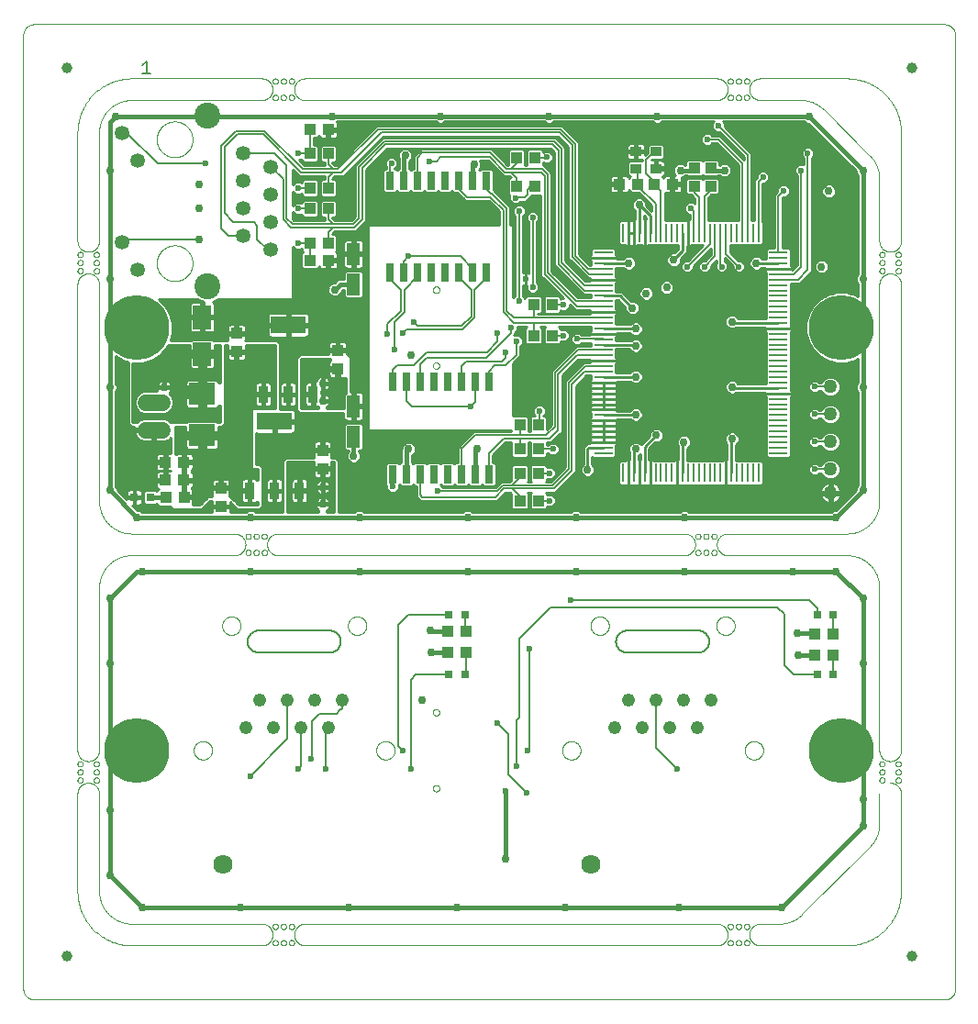
<source format=gtl>
G75*
%MOIN*%
%OFA0B0*%
%FSLAX25Y25*%
%IPPOS*%
%LPD*%
%AMOC8*
5,1,8,0,0,1.08239X$1,22.5*
%
%ADD10C,0.00000*%
%ADD11C,0.00500*%
%ADD12C,0.06000*%
%ADD13C,0.04800*%
%ADD14C,0.07050*%
%ADD15C,0.05315*%
%ADD16C,0.09449*%
%ADD17R,0.03000X0.06500*%
%ADD18R,0.03937X0.04331*%
%ADD19R,0.04724X0.07874*%
%ADD20R,0.09449X0.07874*%
%ADD21R,0.04331X0.03937*%
%ADD22R,0.06500X0.08600*%
%ADD23R,0.03150X0.03150*%
%ADD24R,0.06900X0.01100*%
%ADD25R,0.01100X0.06900*%
%ADD26R,0.03937X0.03543*%
%ADD27C,0.03937*%
%ADD28R,0.03500X0.06400*%
%ADD29R,0.12500X0.06400*%
%ADD30C,0.23622*%
%ADD31C,0.05000*%
%ADD32C,0.01600*%
%ADD33C,0.02953*%
%ADD34C,0.01000*%
%ADD35C,0.02362*%
%ADD36C,0.00700*%
%ADD37C,0.00591*%
D10*
X0083461Y0091610D02*
X0414170Y0091610D01*
X0414294Y0091612D01*
X0414417Y0091618D01*
X0414541Y0091627D01*
X0414663Y0091641D01*
X0414786Y0091658D01*
X0414908Y0091680D01*
X0415029Y0091705D01*
X0415149Y0091734D01*
X0415268Y0091766D01*
X0415387Y0091803D01*
X0415504Y0091843D01*
X0415619Y0091886D01*
X0415734Y0091934D01*
X0415846Y0091985D01*
X0415957Y0092039D01*
X0416067Y0092097D01*
X0416174Y0092158D01*
X0416280Y0092223D01*
X0416383Y0092291D01*
X0416484Y0092362D01*
X0416583Y0092436D01*
X0416680Y0092513D01*
X0416774Y0092594D01*
X0416865Y0092677D01*
X0416954Y0092763D01*
X0417040Y0092852D01*
X0417123Y0092943D01*
X0417204Y0093037D01*
X0417281Y0093134D01*
X0417355Y0093233D01*
X0417426Y0093334D01*
X0417494Y0093437D01*
X0417559Y0093543D01*
X0417620Y0093650D01*
X0417678Y0093760D01*
X0417732Y0093871D01*
X0417783Y0093983D01*
X0417831Y0094098D01*
X0417874Y0094213D01*
X0417914Y0094330D01*
X0417951Y0094449D01*
X0417983Y0094568D01*
X0418012Y0094688D01*
X0418037Y0094809D01*
X0418059Y0094931D01*
X0418076Y0095054D01*
X0418090Y0095176D01*
X0418099Y0095300D01*
X0418105Y0095423D01*
X0418107Y0095547D01*
X0418107Y0442004D01*
X0418105Y0442128D01*
X0418099Y0442251D01*
X0418090Y0442375D01*
X0418076Y0442497D01*
X0418059Y0442620D01*
X0418037Y0442742D01*
X0418012Y0442863D01*
X0417983Y0442983D01*
X0417951Y0443102D01*
X0417914Y0443221D01*
X0417874Y0443338D01*
X0417831Y0443453D01*
X0417783Y0443568D01*
X0417732Y0443680D01*
X0417678Y0443791D01*
X0417620Y0443901D01*
X0417559Y0444008D01*
X0417494Y0444114D01*
X0417426Y0444217D01*
X0417355Y0444318D01*
X0417281Y0444417D01*
X0417204Y0444514D01*
X0417123Y0444608D01*
X0417040Y0444699D01*
X0416954Y0444788D01*
X0416865Y0444874D01*
X0416774Y0444957D01*
X0416680Y0445038D01*
X0416583Y0445115D01*
X0416484Y0445189D01*
X0416383Y0445260D01*
X0416280Y0445328D01*
X0416174Y0445393D01*
X0416067Y0445454D01*
X0415957Y0445512D01*
X0415846Y0445566D01*
X0415734Y0445617D01*
X0415619Y0445665D01*
X0415504Y0445708D01*
X0415387Y0445748D01*
X0415268Y0445785D01*
X0415149Y0445817D01*
X0415029Y0445846D01*
X0414908Y0445871D01*
X0414786Y0445893D01*
X0414663Y0445910D01*
X0414541Y0445924D01*
X0414417Y0445933D01*
X0414294Y0445939D01*
X0414170Y0445941D01*
X0083461Y0445941D01*
X0083337Y0445939D01*
X0083214Y0445933D01*
X0083090Y0445924D01*
X0082968Y0445910D01*
X0082845Y0445893D01*
X0082723Y0445871D01*
X0082602Y0445846D01*
X0082482Y0445817D01*
X0082363Y0445785D01*
X0082244Y0445748D01*
X0082127Y0445708D01*
X0082012Y0445665D01*
X0081897Y0445617D01*
X0081785Y0445566D01*
X0081674Y0445512D01*
X0081564Y0445454D01*
X0081457Y0445393D01*
X0081351Y0445328D01*
X0081248Y0445260D01*
X0081147Y0445189D01*
X0081048Y0445115D01*
X0080951Y0445038D01*
X0080857Y0444957D01*
X0080766Y0444874D01*
X0080677Y0444788D01*
X0080591Y0444699D01*
X0080508Y0444608D01*
X0080427Y0444514D01*
X0080350Y0444417D01*
X0080276Y0444318D01*
X0080205Y0444217D01*
X0080137Y0444114D01*
X0080072Y0444008D01*
X0080011Y0443901D01*
X0079953Y0443791D01*
X0079899Y0443680D01*
X0079848Y0443568D01*
X0079800Y0443453D01*
X0079757Y0443338D01*
X0079717Y0443221D01*
X0079680Y0443102D01*
X0079648Y0442983D01*
X0079619Y0442863D01*
X0079594Y0442742D01*
X0079572Y0442620D01*
X0079555Y0442497D01*
X0079541Y0442375D01*
X0079532Y0442251D01*
X0079526Y0442128D01*
X0079524Y0442004D01*
X0079524Y0095547D01*
X0079526Y0095423D01*
X0079532Y0095300D01*
X0079541Y0095176D01*
X0079555Y0095054D01*
X0079572Y0094931D01*
X0079594Y0094809D01*
X0079619Y0094688D01*
X0079648Y0094568D01*
X0079680Y0094449D01*
X0079717Y0094330D01*
X0079757Y0094213D01*
X0079800Y0094098D01*
X0079848Y0093983D01*
X0079899Y0093871D01*
X0079953Y0093760D01*
X0080011Y0093650D01*
X0080072Y0093543D01*
X0080137Y0093437D01*
X0080205Y0093334D01*
X0080276Y0093233D01*
X0080350Y0093134D01*
X0080427Y0093037D01*
X0080508Y0092943D01*
X0080591Y0092852D01*
X0080677Y0092763D01*
X0080766Y0092677D01*
X0080857Y0092594D01*
X0080951Y0092513D01*
X0081048Y0092436D01*
X0081147Y0092362D01*
X0081248Y0092291D01*
X0081351Y0092223D01*
X0081457Y0092158D01*
X0081564Y0092097D01*
X0081674Y0092039D01*
X0081785Y0091985D01*
X0081897Y0091934D01*
X0082012Y0091886D01*
X0082127Y0091843D01*
X0082244Y0091803D01*
X0082363Y0091766D01*
X0082482Y0091734D01*
X0082602Y0091705D01*
X0082723Y0091680D01*
X0082845Y0091658D01*
X0082968Y0091641D01*
X0083090Y0091627D01*
X0083214Y0091618D01*
X0083337Y0091612D01*
X0083461Y0091610D01*
X0118894Y0111295D02*
X0166138Y0111295D01*
X0166262Y0111297D01*
X0166385Y0111303D01*
X0166509Y0111312D01*
X0166631Y0111326D01*
X0166754Y0111343D01*
X0166876Y0111365D01*
X0166997Y0111390D01*
X0167117Y0111419D01*
X0167236Y0111451D01*
X0167355Y0111488D01*
X0167472Y0111528D01*
X0167587Y0111571D01*
X0167702Y0111619D01*
X0167814Y0111670D01*
X0167925Y0111724D01*
X0168035Y0111782D01*
X0168142Y0111843D01*
X0168248Y0111908D01*
X0168351Y0111976D01*
X0168452Y0112047D01*
X0168551Y0112121D01*
X0168648Y0112198D01*
X0168742Y0112279D01*
X0168833Y0112362D01*
X0168922Y0112448D01*
X0169008Y0112537D01*
X0169091Y0112628D01*
X0169172Y0112722D01*
X0169249Y0112819D01*
X0169323Y0112918D01*
X0169394Y0113019D01*
X0169462Y0113122D01*
X0169527Y0113228D01*
X0169588Y0113335D01*
X0169646Y0113445D01*
X0169700Y0113556D01*
X0169751Y0113668D01*
X0169799Y0113783D01*
X0169842Y0113898D01*
X0169882Y0114015D01*
X0169919Y0114134D01*
X0169951Y0114253D01*
X0169980Y0114373D01*
X0170005Y0114494D01*
X0170027Y0114616D01*
X0170044Y0114739D01*
X0170058Y0114861D01*
X0170067Y0114985D01*
X0170073Y0115108D01*
X0170075Y0115232D01*
X0170076Y0112280D02*
X0170078Y0112342D01*
X0170084Y0112405D01*
X0170094Y0112466D01*
X0170108Y0112527D01*
X0170125Y0112587D01*
X0170146Y0112646D01*
X0170172Y0112703D01*
X0170200Y0112758D01*
X0170232Y0112812D01*
X0170268Y0112863D01*
X0170306Y0112913D01*
X0170348Y0112959D01*
X0170392Y0113003D01*
X0170440Y0113044D01*
X0170489Y0113082D01*
X0170541Y0113116D01*
X0170595Y0113147D01*
X0170651Y0113175D01*
X0170709Y0113199D01*
X0170768Y0113220D01*
X0170828Y0113236D01*
X0170889Y0113249D01*
X0170951Y0113258D01*
X0171013Y0113263D01*
X0171076Y0113264D01*
X0171138Y0113261D01*
X0171200Y0113254D01*
X0171262Y0113243D01*
X0171322Y0113228D01*
X0171382Y0113210D01*
X0171440Y0113188D01*
X0171497Y0113162D01*
X0171552Y0113132D01*
X0171605Y0113099D01*
X0171656Y0113063D01*
X0171704Y0113024D01*
X0171750Y0112981D01*
X0171793Y0112936D01*
X0171833Y0112888D01*
X0171870Y0112838D01*
X0171904Y0112785D01*
X0171935Y0112731D01*
X0171961Y0112675D01*
X0171985Y0112617D01*
X0172004Y0112557D01*
X0172020Y0112497D01*
X0172032Y0112435D01*
X0172040Y0112374D01*
X0172044Y0112311D01*
X0172044Y0112249D01*
X0172040Y0112186D01*
X0172032Y0112125D01*
X0172020Y0112063D01*
X0172004Y0112003D01*
X0171985Y0111943D01*
X0171961Y0111885D01*
X0171935Y0111829D01*
X0171904Y0111775D01*
X0171870Y0111722D01*
X0171833Y0111672D01*
X0171793Y0111624D01*
X0171750Y0111579D01*
X0171704Y0111536D01*
X0171656Y0111497D01*
X0171605Y0111461D01*
X0171552Y0111428D01*
X0171497Y0111398D01*
X0171440Y0111372D01*
X0171382Y0111350D01*
X0171322Y0111332D01*
X0171262Y0111317D01*
X0171200Y0111306D01*
X0171138Y0111299D01*
X0171076Y0111296D01*
X0171013Y0111297D01*
X0170951Y0111302D01*
X0170889Y0111311D01*
X0170828Y0111324D01*
X0170768Y0111340D01*
X0170709Y0111361D01*
X0170651Y0111385D01*
X0170595Y0111413D01*
X0170541Y0111444D01*
X0170489Y0111478D01*
X0170440Y0111516D01*
X0170392Y0111557D01*
X0170348Y0111601D01*
X0170306Y0111647D01*
X0170268Y0111697D01*
X0170232Y0111748D01*
X0170200Y0111802D01*
X0170172Y0111857D01*
X0170146Y0111914D01*
X0170125Y0111973D01*
X0170108Y0112033D01*
X0170094Y0112094D01*
X0170084Y0112155D01*
X0170078Y0112218D01*
X0170076Y0112280D01*
X0173028Y0112280D02*
X0173030Y0112342D01*
X0173036Y0112405D01*
X0173046Y0112466D01*
X0173060Y0112527D01*
X0173077Y0112587D01*
X0173098Y0112646D01*
X0173124Y0112703D01*
X0173152Y0112758D01*
X0173184Y0112812D01*
X0173220Y0112863D01*
X0173258Y0112913D01*
X0173300Y0112959D01*
X0173344Y0113003D01*
X0173392Y0113044D01*
X0173441Y0113082D01*
X0173493Y0113116D01*
X0173547Y0113147D01*
X0173603Y0113175D01*
X0173661Y0113199D01*
X0173720Y0113220D01*
X0173780Y0113236D01*
X0173841Y0113249D01*
X0173903Y0113258D01*
X0173965Y0113263D01*
X0174028Y0113264D01*
X0174090Y0113261D01*
X0174152Y0113254D01*
X0174214Y0113243D01*
X0174274Y0113228D01*
X0174334Y0113210D01*
X0174392Y0113188D01*
X0174449Y0113162D01*
X0174504Y0113132D01*
X0174557Y0113099D01*
X0174608Y0113063D01*
X0174656Y0113024D01*
X0174702Y0112981D01*
X0174745Y0112936D01*
X0174785Y0112888D01*
X0174822Y0112838D01*
X0174856Y0112785D01*
X0174887Y0112731D01*
X0174913Y0112675D01*
X0174937Y0112617D01*
X0174956Y0112557D01*
X0174972Y0112497D01*
X0174984Y0112435D01*
X0174992Y0112374D01*
X0174996Y0112311D01*
X0174996Y0112249D01*
X0174992Y0112186D01*
X0174984Y0112125D01*
X0174972Y0112063D01*
X0174956Y0112003D01*
X0174937Y0111943D01*
X0174913Y0111885D01*
X0174887Y0111829D01*
X0174856Y0111775D01*
X0174822Y0111722D01*
X0174785Y0111672D01*
X0174745Y0111624D01*
X0174702Y0111579D01*
X0174656Y0111536D01*
X0174608Y0111497D01*
X0174557Y0111461D01*
X0174504Y0111428D01*
X0174449Y0111398D01*
X0174392Y0111372D01*
X0174334Y0111350D01*
X0174274Y0111332D01*
X0174214Y0111317D01*
X0174152Y0111306D01*
X0174090Y0111299D01*
X0174028Y0111296D01*
X0173965Y0111297D01*
X0173903Y0111302D01*
X0173841Y0111311D01*
X0173780Y0111324D01*
X0173720Y0111340D01*
X0173661Y0111361D01*
X0173603Y0111385D01*
X0173547Y0111413D01*
X0173493Y0111444D01*
X0173441Y0111478D01*
X0173392Y0111516D01*
X0173344Y0111557D01*
X0173300Y0111601D01*
X0173258Y0111647D01*
X0173220Y0111697D01*
X0173184Y0111748D01*
X0173152Y0111802D01*
X0173124Y0111857D01*
X0173098Y0111914D01*
X0173077Y0111973D01*
X0173060Y0112033D01*
X0173046Y0112094D01*
X0173036Y0112155D01*
X0173030Y0112218D01*
X0173028Y0112280D01*
X0175981Y0112280D02*
X0175983Y0112342D01*
X0175989Y0112405D01*
X0175999Y0112466D01*
X0176013Y0112527D01*
X0176030Y0112587D01*
X0176051Y0112646D01*
X0176077Y0112703D01*
X0176105Y0112758D01*
X0176137Y0112812D01*
X0176173Y0112863D01*
X0176211Y0112913D01*
X0176253Y0112959D01*
X0176297Y0113003D01*
X0176345Y0113044D01*
X0176394Y0113082D01*
X0176446Y0113116D01*
X0176500Y0113147D01*
X0176556Y0113175D01*
X0176614Y0113199D01*
X0176673Y0113220D01*
X0176733Y0113236D01*
X0176794Y0113249D01*
X0176856Y0113258D01*
X0176918Y0113263D01*
X0176981Y0113264D01*
X0177043Y0113261D01*
X0177105Y0113254D01*
X0177167Y0113243D01*
X0177227Y0113228D01*
X0177287Y0113210D01*
X0177345Y0113188D01*
X0177402Y0113162D01*
X0177457Y0113132D01*
X0177510Y0113099D01*
X0177561Y0113063D01*
X0177609Y0113024D01*
X0177655Y0112981D01*
X0177698Y0112936D01*
X0177738Y0112888D01*
X0177775Y0112838D01*
X0177809Y0112785D01*
X0177840Y0112731D01*
X0177866Y0112675D01*
X0177890Y0112617D01*
X0177909Y0112557D01*
X0177925Y0112497D01*
X0177937Y0112435D01*
X0177945Y0112374D01*
X0177949Y0112311D01*
X0177949Y0112249D01*
X0177945Y0112186D01*
X0177937Y0112125D01*
X0177925Y0112063D01*
X0177909Y0112003D01*
X0177890Y0111943D01*
X0177866Y0111885D01*
X0177840Y0111829D01*
X0177809Y0111775D01*
X0177775Y0111722D01*
X0177738Y0111672D01*
X0177698Y0111624D01*
X0177655Y0111579D01*
X0177609Y0111536D01*
X0177561Y0111497D01*
X0177510Y0111461D01*
X0177457Y0111428D01*
X0177402Y0111398D01*
X0177345Y0111372D01*
X0177287Y0111350D01*
X0177227Y0111332D01*
X0177167Y0111317D01*
X0177105Y0111306D01*
X0177043Y0111299D01*
X0176981Y0111296D01*
X0176918Y0111297D01*
X0176856Y0111302D01*
X0176794Y0111311D01*
X0176733Y0111324D01*
X0176673Y0111340D01*
X0176614Y0111361D01*
X0176556Y0111385D01*
X0176500Y0111413D01*
X0176446Y0111444D01*
X0176394Y0111478D01*
X0176345Y0111516D01*
X0176297Y0111557D01*
X0176253Y0111601D01*
X0176211Y0111647D01*
X0176173Y0111697D01*
X0176137Y0111748D01*
X0176105Y0111802D01*
X0176077Y0111857D01*
X0176051Y0111914D01*
X0176030Y0111973D01*
X0176013Y0112033D01*
X0175999Y0112094D01*
X0175989Y0112155D01*
X0175983Y0112218D01*
X0175981Y0112280D01*
X0181886Y0111295D02*
X0331493Y0111295D01*
X0331617Y0111297D01*
X0331740Y0111303D01*
X0331864Y0111312D01*
X0331986Y0111326D01*
X0332109Y0111343D01*
X0332231Y0111365D01*
X0332352Y0111390D01*
X0332472Y0111419D01*
X0332591Y0111451D01*
X0332710Y0111488D01*
X0332827Y0111528D01*
X0332942Y0111571D01*
X0333057Y0111619D01*
X0333169Y0111670D01*
X0333280Y0111724D01*
X0333390Y0111782D01*
X0333497Y0111843D01*
X0333603Y0111908D01*
X0333706Y0111976D01*
X0333807Y0112047D01*
X0333906Y0112121D01*
X0334003Y0112198D01*
X0334097Y0112279D01*
X0334188Y0112362D01*
X0334277Y0112448D01*
X0334363Y0112537D01*
X0334446Y0112628D01*
X0334527Y0112722D01*
X0334604Y0112819D01*
X0334678Y0112918D01*
X0334749Y0113019D01*
X0334817Y0113122D01*
X0334882Y0113228D01*
X0334943Y0113335D01*
X0335001Y0113445D01*
X0335055Y0113556D01*
X0335106Y0113668D01*
X0335154Y0113783D01*
X0335197Y0113898D01*
X0335237Y0114015D01*
X0335274Y0114134D01*
X0335306Y0114253D01*
X0335335Y0114373D01*
X0335360Y0114494D01*
X0335382Y0114616D01*
X0335399Y0114739D01*
X0335413Y0114861D01*
X0335422Y0114985D01*
X0335428Y0115108D01*
X0335430Y0115232D01*
X0335430Y0112280D02*
X0335432Y0112342D01*
X0335438Y0112405D01*
X0335448Y0112466D01*
X0335462Y0112527D01*
X0335479Y0112587D01*
X0335500Y0112646D01*
X0335526Y0112703D01*
X0335554Y0112758D01*
X0335586Y0112812D01*
X0335622Y0112863D01*
X0335660Y0112913D01*
X0335702Y0112959D01*
X0335746Y0113003D01*
X0335794Y0113044D01*
X0335843Y0113082D01*
X0335895Y0113116D01*
X0335949Y0113147D01*
X0336005Y0113175D01*
X0336063Y0113199D01*
X0336122Y0113220D01*
X0336182Y0113236D01*
X0336243Y0113249D01*
X0336305Y0113258D01*
X0336367Y0113263D01*
X0336430Y0113264D01*
X0336492Y0113261D01*
X0336554Y0113254D01*
X0336616Y0113243D01*
X0336676Y0113228D01*
X0336736Y0113210D01*
X0336794Y0113188D01*
X0336851Y0113162D01*
X0336906Y0113132D01*
X0336959Y0113099D01*
X0337010Y0113063D01*
X0337058Y0113024D01*
X0337104Y0112981D01*
X0337147Y0112936D01*
X0337187Y0112888D01*
X0337224Y0112838D01*
X0337258Y0112785D01*
X0337289Y0112731D01*
X0337315Y0112675D01*
X0337339Y0112617D01*
X0337358Y0112557D01*
X0337374Y0112497D01*
X0337386Y0112435D01*
X0337394Y0112374D01*
X0337398Y0112311D01*
X0337398Y0112249D01*
X0337394Y0112186D01*
X0337386Y0112125D01*
X0337374Y0112063D01*
X0337358Y0112003D01*
X0337339Y0111943D01*
X0337315Y0111885D01*
X0337289Y0111829D01*
X0337258Y0111775D01*
X0337224Y0111722D01*
X0337187Y0111672D01*
X0337147Y0111624D01*
X0337104Y0111579D01*
X0337058Y0111536D01*
X0337010Y0111497D01*
X0336959Y0111461D01*
X0336906Y0111428D01*
X0336851Y0111398D01*
X0336794Y0111372D01*
X0336736Y0111350D01*
X0336676Y0111332D01*
X0336616Y0111317D01*
X0336554Y0111306D01*
X0336492Y0111299D01*
X0336430Y0111296D01*
X0336367Y0111297D01*
X0336305Y0111302D01*
X0336243Y0111311D01*
X0336182Y0111324D01*
X0336122Y0111340D01*
X0336063Y0111361D01*
X0336005Y0111385D01*
X0335949Y0111413D01*
X0335895Y0111444D01*
X0335843Y0111478D01*
X0335794Y0111516D01*
X0335746Y0111557D01*
X0335702Y0111601D01*
X0335660Y0111647D01*
X0335622Y0111697D01*
X0335586Y0111748D01*
X0335554Y0111802D01*
X0335526Y0111857D01*
X0335500Y0111914D01*
X0335479Y0111973D01*
X0335462Y0112033D01*
X0335448Y0112094D01*
X0335438Y0112155D01*
X0335432Y0112218D01*
X0335430Y0112280D01*
X0338383Y0112280D02*
X0338385Y0112342D01*
X0338391Y0112405D01*
X0338401Y0112466D01*
X0338415Y0112527D01*
X0338432Y0112587D01*
X0338453Y0112646D01*
X0338479Y0112703D01*
X0338507Y0112758D01*
X0338539Y0112812D01*
X0338575Y0112863D01*
X0338613Y0112913D01*
X0338655Y0112959D01*
X0338699Y0113003D01*
X0338747Y0113044D01*
X0338796Y0113082D01*
X0338848Y0113116D01*
X0338902Y0113147D01*
X0338958Y0113175D01*
X0339016Y0113199D01*
X0339075Y0113220D01*
X0339135Y0113236D01*
X0339196Y0113249D01*
X0339258Y0113258D01*
X0339320Y0113263D01*
X0339383Y0113264D01*
X0339445Y0113261D01*
X0339507Y0113254D01*
X0339569Y0113243D01*
X0339629Y0113228D01*
X0339689Y0113210D01*
X0339747Y0113188D01*
X0339804Y0113162D01*
X0339859Y0113132D01*
X0339912Y0113099D01*
X0339963Y0113063D01*
X0340011Y0113024D01*
X0340057Y0112981D01*
X0340100Y0112936D01*
X0340140Y0112888D01*
X0340177Y0112838D01*
X0340211Y0112785D01*
X0340242Y0112731D01*
X0340268Y0112675D01*
X0340292Y0112617D01*
X0340311Y0112557D01*
X0340327Y0112497D01*
X0340339Y0112435D01*
X0340347Y0112374D01*
X0340351Y0112311D01*
X0340351Y0112249D01*
X0340347Y0112186D01*
X0340339Y0112125D01*
X0340327Y0112063D01*
X0340311Y0112003D01*
X0340292Y0111943D01*
X0340268Y0111885D01*
X0340242Y0111829D01*
X0340211Y0111775D01*
X0340177Y0111722D01*
X0340140Y0111672D01*
X0340100Y0111624D01*
X0340057Y0111579D01*
X0340011Y0111536D01*
X0339963Y0111497D01*
X0339912Y0111461D01*
X0339859Y0111428D01*
X0339804Y0111398D01*
X0339747Y0111372D01*
X0339689Y0111350D01*
X0339629Y0111332D01*
X0339569Y0111317D01*
X0339507Y0111306D01*
X0339445Y0111299D01*
X0339383Y0111296D01*
X0339320Y0111297D01*
X0339258Y0111302D01*
X0339196Y0111311D01*
X0339135Y0111324D01*
X0339075Y0111340D01*
X0339016Y0111361D01*
X0338958Y0111385D01*
X0338902Y0111413D01*
X0338848Y0111444D01*
X0338796Y0111478D01*
X0338747Y0111516D01*
X0338699Y0111557D01*
X0338655Y0111601D01*
X0338613Y0111647D01*
X0338575Y0111697D01*
X0338539Y0111748D01*
X0338507Y0111802D01*
X0338479Y0111857D01*
X0338453Y0111914D01*
X0338432Y0111973D01*
X0338415Y0112033D01*
X0338401Y0112094D01*
X0338391Y0112155D01*
X0338385Y0112218D01*
X0338383Y0112280D01*
X0341336Y0112280D02*
X0341338Y0112342D01*
X0341344Y0112405D01*
X0341354Y0112466D01*
X0341368Y0112527D01*
X0341385Y0112587D01*
X0341406Y0112646D01*
X0341432Y0112703D01*
X0341460Y0112758D01*
X0341492Y0112812D01*
X0341528Y0112863D01*
X0341566Y0112913D01*
X0341608Y0112959D01*
X0341652Y0113003D01*
X0341700Y0113044D01*
X0341749Y0113082D01*
X0341801Y0113116D01*
X0341855Y0113147D01*
X0341911Y0113175D01*
X0341969Y0113199D01*
X0342028Y0113220D01*
X0342088Y0113236D01*
X0342149Y0113249D01*
X0342211Y0113258D01*
X0342273Y0113263D01*
X0342336Y0113264D01*
X0342398Y0113261D01*
X0342460Y0113254D01*
X0342522Y0113243D01*
X0342582Y0113228D01*
X0342642Y0113210D01*
X0342700Y0113188D01*
X0342757Y0113162D01*
X0342812Y0113132D01*
X0342865Y0113099D01*
X0342916Y0113063D01*
X0342964Y0113024D01*
X0343010Y0112981D01*
X0343053Y0112936D01*
X0343093Y0112888D01*
X0343130Y0112838D01*
X0343164Y0112785D01*
X0343195Y0112731D01*
X0343221Y0112675D01*
X0343245Y0112617D01*
X0343264Y0112557D01*
X0343280Y0112497D01*
X0343292Y0112435D01*
X0343300Y0112374D01*
X0343304Y0112311D01*
X0343304Y0112249D01*
X0343300Y0112186D01*
X0343292Y0112125D01*
X0343280Y0112063D01*
X0343264Y0112003D01*
X0343245Y0111943D01*
X0343221Y0111885D01*
X0343195Y0111829D01*
X0343164Y0111775D01*
X0343130Y0111722D01*
X0343093Y0111672D01*
X0343053Y0111624D01*
X0343010Y0111579D01*
X0342964Y0111536D01*
X0342916Y0111497D01*
X0342865Y0111461D01*
X0342812Y0111428D01*
X0342757Y0111398D01*
X0342700Y0111372D01*
X0342642Y0111350D01*
X0342582Y0111332D01*
X0342522Y0111317D01*
X0342460Y0111306D01*
X0342398Y0111299D01*
X0342336Y0111296D01*
X0342273Y0111297D01*
X0342211Y0111302D01*
X0342149Y0111311D01*
X0342088Y0111324D01*
X0342028Y0111340D01*
X0341969Y0111361D01*
X0341911Y0111385D01*
X0341855Y0111413D01*
X0341801Y0111444D01*
X0341749Y0111478D01*
X0341700Y0111516D01*
X0341652Y0111557D01*
X0341608Y0111601D01*
X0341566Y0111647D01*
X0341528Y0111697D01*
X0341492Y0111748D01*
X0341460Y0111802D01*
X0341432Y0111857D01*
X0341406Y0111914D01*
X0341385Y0111973D01*
X0341368Y0112033D01*
X0341354Y0112094D01*
X0341344Y0112155D01*
X0341338Y0112218D01*
X0341336Y0112280D01*
X0347241Y0111295D02*
X0378737Y0111295D01*
X0362511Y0122629D02*
X0387089Y0147206D01*
X0390548Y0155558D02*
X0390548Y0166413D01*
X0394485Y0170350D02*
X0394609Y0170348D01*
X0394732Y0170342D01*
X0394856Y0170333D01*
X0394978Y0170319D01*
X0395101Y0170302D01*
X0395223Y0170280D01*
X0395344Y0170255D01*
X0395464Y0170226D01*
X0395583Y0170194D01*
X0395702Y0170157D01*
X0395819Y0170117D01*
X0395934Y0170074D01*
X0396049Y0170026D01*
X0396161Y0169975D01*
X0396272Y0169921D01*
X0396382Y0169863D01*
X0396489Y0169802D01*
X0396595Y0169737D01*
X0396698Y0169669D01*
X0396799Y0169598D01*
X0396898Y0169524D01*
X0396995Y0169447D01*
X0397089Y0169366D01*
X0397180Y0169283D01*
X0397269Y0169197D01*
X0397355Y0169108D01*
X0397438Y0169017D01*
X0397519Y0168923D01*
X0397596Y0168826D01*
X0397670Y0168727D01*
X0397741Y0168626D01*
X0397809Y0168523D01*
X0397874Y0168417D01*
X0397935Y0168310D01*
X0397993Y0168200D01*
X0398047Y0168089D01*
X0398098Y0167977D01*
X0398146Y0167862D01*
X0398189Y0167747D01*
X0398229Y0167630D01*
X0398266Y0167511D01*
X0398298Y0167392D01*
X0398327Y0167272D01*
X0398352Y0167151D01*
X0398374Y0167029D01*
X0398391Y0166906D01*
X0398405Y0166784D01*
X0398414Y0166660D01*
X0398420Y0166537D01*
X0398422Y0166413D01*
X0398422Y0130980D01*
X0398416Y0130504D01*
X0398399Y0130029D01*
X0398370Y0129554D01*
X0398330Y0129080D01*
X0398278Y0128607D01*
X0398215Y0128136D01*
X0398141Y0127666D01*
X0398055Y0127198D01*
X0397958Y0126732D01*
X0397850Y0126269D01*
X0397731Y0125809D01*
X0397600Y0125351D01*
X0397459Y0124897D01*
X0397306Y0124446D01*
X0397143Y0124000D01*
X0396969Y0123557D01*
X0396784Y0123119D01*
X0396589Y0122685D01*
X0396383Y0122256D01*
X0396167Y0121832D01*
X0395941Y0121413D01*
X0395705Y0121000D01*
X0395459Y0120593D01*
X0395203Y0120192D01*
X0394937Y0119798D01*
X0394662Y0119409D01*
X0394378Y0119028D01*
X0394085Y0118654D01*
X0393783Y0118286D01*
X0393471Y0117926D01*
X0393152Y0117574D01*
X0392824Y0117230D01*
X0392487Y0116893D01*
X0392143Y0116565D01*
X0391791Y0116246D01*
X0391431Y0115934D01*
X0391063Y0115632D01*
X0390689Y0115339D01*
X0390308Y0115055D01*
X0389919Y0114780D01*
X0389525Y0114514D01*
X0389124Y0114258D01*
X0388717Y0114012D01*
X0388304Y0113776D01*
X0387885Y0113550D01*
X0387461Y0113334D01*
X0387032Y0113128D01*
X0386598Y0112933D01*
X0386160Y0112748D01*
X0385717Y0112574D01*
X0385271Y0112411D01*
X0384820Y0112258D01*
X0384366Y0112117D01*
X0383908Y0111986D01*
X0383448Y0111867D01*
X0382985Y0111759D01*
X0382519Y0111662D01*
X0382051Y0111576D01*
X0381581Y0111502D01*
X0381110Y0111439D01*
X0380637Y0111387D01*
X0380163Y0111347D01*
X0379688Y0111318D01*
X0379213Y0111301D01*
X0378737Y0111295D01*
X0354160Y0119169D02*
X0347241Y0119169D01*
X0343304Y0115232D02*
X0343306Y0115108D01*
X0343312Y0114985D01*
X0343321Y0114861D01*
X0343335Y0114739D01*
X0343352Y0114616D01*
X0343374Y0114494D01*
X0343399Y0114373D01*
X0343428Y0114253D01*
X0343460Y0114134D01*
X0343497Y0114015D01*
X0343537Y0113898D01*
X0343580Y0113783D01*
X0343628Y0113668D01*
X0343679Y0113556D01*
X0343733Y0113445D01*
X0343791Y0113335D01*
X0343852Y0113228D01*
X0343917Y0113122D01*
X0343985Y0113019D01*
X0344056Y0112918D01*
X0344130Y0112819D01*
X0344207Y0112722D01*
X0344288Y0112628D01*
X0344371Y0112537D01*
X0344457Y0112448D01*
X0344546Y0112362D01*
X0344637Y0112279D01*
X0344731Y0112198D01*
X0344828Y0112121D01*
X0344927Y0112047D01*
X0345028Y0111976D01*
X0345131Y0111908D01*
X0345237Y0111843D01*
X0345344Y0111782D01*
X0345454Y0111724D01*
X0345565Y0111670D01*
X0345677Y0111619D01*
X0345792Y0111571D01*
X0345907Y0111528D01*
X0346024Y0111488D01*
X0346143Y0111451D01*
X0346262Y0111419D01*
X0346382Y0111390D01*
X0346503Y0111365D01*
X0346625Y0111343D01*
X0346748Y0111326D01*
X0346870Y0111312D01*
X0346994Y0111303D01*
X0347117Y0111297D01*
X0347241Y0111295D01*
X0343304Y0115232D02*
X0343306Y0115356D01*
X0343312Y0115479D01*
X0343321Y0115603D01*
X0343335Y0115725D01*
X0343352Y0115848D01*
X0343374Y0115970D01*
X0343399Y0116091D01*
X0343428Y0116211D01*
X0343460Y0116330D01*
X0343497Y0116449D01*
X0343537Y0116566D01*
X0343580Y0116681D01*
X0343628Y0116796D01*
X0343679Y0116908D01*
X0343733Y0117019D01*
X0343791Y0117129D01*
X0343852Y0117236D01*
X0343917Y0117342D01*
X0343985Y0117445D01*
X0344056Y0117546D01*
X0344130Y0117645D01*
X0344207Y0117742D01*
X0344288Y0117836D01*
X0344371Y0117927D01*
X0344457Y0118016D01*
X0344546Y0118102D01*
X0344637Y0118185D01*
X0344731Y0118266D01*
X0344828Y0118343D01*
X0344927Y0118417D01*
X0345028Y0118488D01*
X0345131Y0118556D01*
X0345237Y0118621D01*
X0345344Y0118682D01*
X0345454Y0118740D01*
X0345565Y0118794D01*
X0345677Y0118845D01*
X0345792Y0118893D01*
X0345907Y0118936D01*
X0346024Y0118976D01*
X0346143Y0119013D01*
X0346262Y0119045D01*
X0346382Y0119074D01*
X0346503Y0119099D01*
X0346625Y0119121D01*
X0346748Y0119138D01*
X0346870Y0119152D01*
X0346994Y0119161D01*
X0347117Y0119167D01*
X0347241Y0119169D01*
X0341336Y0118185D02*
X0341338Y0118247D01*
X0341344Y0118310D01*
X0341354Y0118371D01*
X0341368Y0118432D01*
X0341385Y0118492D01*
X0341406Y0118551D01*
X0341432Y0118608D01*
X0341460Y0118663D01*
X0341492Y0118717D01*
X0341528Y0118768D01*
X0341566Y0118818D01*
X0341608Y0118864D01*
X0341652Y0118908D01*
X0341700Y0118949D01*
X0341749Y0118987D01*
X0341801Y0119021D01*
X0341855Y0119052D01*
X0341911Y0119080D01*
X0341969Y0119104D01*
X0342028Y0119125D01*
X0342088Y0119141D01*
X0342149Y0119154D01*
X0342211Y0119163D01*
X0342273Y0119168D01*
X0342336Y0119169D01*
X0342398Y0119166D01*
X0342460Y0119159D01*
X0342522Y0119148D01*
X0342582Y0119133D01*
X0342642Y0119115D01*
X0342700Y0119093D01*
X0342757Y0119067D01*
X0342812Y0119037D01*
X0342865Y0119004D01*
X0342916Y0118968D01*
X0342964Y0118929D01*
X0343010Y0118886D01*
X0343053Y0118841D01*
X0343093Y0118793D01*
X0343130Y0118743D01*
X0343164Y0118690D01*
X0343195Y0118636D01*
X0343221Y0118580D01*
X0343245Y0118522D01*
X0343264Y0118462D01*
X0343280Y0118402D01*
X0343292Y0118340D01*
X0343300Y0118279D01*
X0343304Y0118216D01*
X0343304Y0118154D01*
X0343300Y0118091D01*
X0343292Y0118030D01*
X0343280Y0117968D01*
X0343264Y0117908D01*
X0343245Y0117848D01*
X0343221Y0117790D01*
X0343195Y0117734D01*
X0343164Y0117680D01*
X0343130Y0117627D01*
X0343093Y0117577D01*
X0343053Y0117529D01*
X0343010Y0117484D01*
X0342964Y0117441D01*
X0342916Y0117402D01*
X0342865Y0117366D01*
X0342812Y0117333D01*
X0342757Y0117303D01*
X0342700Y0117277D01*
X0342642Y0117255D01*
X0342582Y0117237D01*
X0342522Y0117222D01*
X0342460Y0117211D01*
X0342398Y0117204D01*
X0342336Y0117201D01*
X0342273Y0117202D01*
X0342211Y0117207D01*
X0342149Y0117216D01*
X0342088Y0117229D01*
X0342028Y0117245D01*
X0341969Y0117266D01*
X0341911Y0117290D01*
X0341855Y0117318D01*
X0341801Y0117349D01*
X0341749Y0117383D01*
X0341700Y0117421D01*
X0341652Y0117462D01*
X0341608Y0117506D01*
X0341566Y0117552D01*
X0341528Y0117602D01*
X0341492Y0117653D01*
X0341460Y0117707D01*
X0341432Y0117762D01*
X0341406Y0117819D01*
X0341385Y0117878D01*
X0341368Y0117938D01*
X0341354Y0117999D01*
X0341344Y0118060D01*
X0341338Y0118123D01*
X0341336Y0118185D01*
X0338383Y0118185D02*
X0338385Y0118247D01*
X0338391Y0118310D01*
X0338401Y0118371D01*
X0338415Y0118432D01*
X0338432Y0118492D01*
X0338453Y0118551D01*
X0338479Y0118608D01*
X0338507Y0118663D01*
X0338539Y0118717D01*
X0338575Y0118768D01*
X0338613Y0118818D01*
X0338655Y0118864D01*
X0338699Y0118908D01*
X0338747Y0118949D01*
X0338796Y0118987D01*
X0338848Y0119021D01*
X0338902Y0119052D01*
X0338958Y0119080D01*
X0339016Y0119104D01*
X0339075Y0119125D01*
X0339135Y0119141D01*
X0339196Y0119154D01*
X0339258Y0119163D01*
X0339320Y0119168D01*
X0339383Y0119169D01*
X0339445Y0119166D01*
X0339507Y0119159D01*
X0339569Y0119148D01*
X0339629Y0119133D01*
X0339689Y0119115D01*
X0339747Y0119093D01*
X0339804Y0119067D01*
X0339859Y0119037D01*
X0339912Y0119004D01*
X0339963Y0118968D01*
X0340011Y0118929D01*
X0340057Y0118886D01*
X0340100Y0118841D01*
X0340140Y0118793D01*
X0340177Y0118743D01*
X0340211Y0118690D01*
X0340242Y0118636D01*
X0340268Y0118580D01*
X0340292Y0118522D01*
X0340311Y0118462D01*
X0340327Y0118402D01*
X0340339Y0118340D01*
X0340347Y0118279D01*
X0340351Y0118216D01*
X0340351Y0118154D01*
X0340347Y0118091D01*
X0340339Y0118030D01*
X0340327Y0117968D01*
X0340311Y0117908D01*
X0340292Y0117848D01*
X0340268Y0117790D01*
X0340242Y0117734D01*
X0340211Y0117680D01*
X0340177Y0117627D01*
X0340140Y0117577D01*
X0340100Y0117529D01*
X0340057Y0117484D01*
X0340011Y0117441D01*
X0339963Y0117402D01*
X0339912Y0117366D01*
X0339859Y0117333D01*
X0339804Y0117303D01*
X0339747Y0117277D01*
X0339689Y0117255D01*
X0339629Y0117237D01*
X0339569Y0117222D01*
X0339507Y0117211D01*
X0339445Y0117204D01*
X0339383Y0117201D01*
X0339320Y0117202D01*
X0339258Y0117207D01*
X0339196Y0117216D01*
X0339135Y0117229D01*
X0339075Y0117245D01*
X0339016Y0117266D01*
X0338958Y0117290D01*
X0338902Y0117318D01*
X0338848Y0117349D01*
X0338796Y0117383D01*
X0338747Y0117421D01*
X0338699Y0117462D01*
X0338655Y0117506D01*
X0338613Y0117552D01*
X0338575Y0117602D01*
X0338539Y0117653D01*
X0338507Y0117707D01*
X0338479Y0117762D01*
X0338453Y0117819D01*
X0338432Y0117878D01*
X0338415Y0117938D01*
X0338401Y0117999D01*
X0338391Y0118060D01*
X0338385Y0118123D01*
X0338383Y0118185D01*
X0335430Y0118185D02*
X0335432Y0118247D01*
X0335438Y0118310D01*
X0335448Y0118371D01*
X0335462Y0118432D01*
X0335479Y0118492D01*
X0335500Y0118551D01*
X0335526Y0118608D01*
X0335554Y0118663D01*
X0335586Y0118717D01*
X0335622Y0118768D01*
X0335660Y0118818D01*
X0335702Y0118864D01*
X0335746Y0118908D01*
X0335794Y0118949D01*
X0335843Y0118987D01*
X0335895Y0119021D01*
X0335949Y0119052D01*
X0336005Y0119080D01*
X0336063Y0119104D01*
X0336122Y0119125D01*
X0336182Y0119141D01*
X0336243Y0119154D01*
X0336305Y0119163D01*
X0336367Y0119168D01*
X0336430Y0119169D01*
X0336492Y0119166D01*
X0336554Y0119159D01*
X0336616Y0119148D01*
X0336676Y0119133D01*
X0336736Y0119115D01*
X0336794Y0119093D01*
X0336851Y0119067D01*
X0336906Y0119037D01*
X0336959Y0119004D01*
X0337010Y0118968D01*
X0337058Y0118929D01*
X0337104Y0118886D01*
X0337147Y0118841D01*
X0337187Y0118793D01*
X0337224Y0118743D01*
X0337258Y0118690D01*
X0337289Y0118636D01*
X0337315Y0118580D01*
X0337339Y0118522D01*
X0337358Y0118462D01*
X0337374Y0118402D01*
X0337386Y0118340D01*
X0337394Y0118279D01*
X0337398Y0118216D01*
X0337398Y0118154D01*
X0337394Y0118091D01*
X0337386Y0118030D01*
X0337374Y0117968D01*
X0337358Y0117908D01*
X0337339Y0117848D01*
X0337315Y0117790D01*
X0337289Y0117734D01*
X0337258Y0117680D01*
X0337224Y0117627D01*
X0337187Y0117577D01*
X0337147Y0117529D01*
X0337104Y0117484D01*
X0337058Y0117441D01*
X0337010Y0117402D01*
X0336959Y0117366D01*
X0336906Y0117333D01*
X0336851Y0117303D01*
X0336794Y0117277D01*
X0336736Y0117255D01*
X0336676Y0117237D01*
X0336616Y0117222D01*
X0336554Y0117211D01*
X0336492Y0117204D01*
X0336430Y0117201D01*
X0336367Y0117202D01*
X0336305Y0117207D01*
X0336243Y0117216D01*
X0336182Y0117229D01*
X0336122Y0117245D01*
X0336063Y0117266D01*
X0336005Y0117290D01*
X0335949Y0117318D01*
X0335895Y0117349D01*
X0335843Y0117383D01*
X0335794Y0117421D01*
X0335746Y0117462D01*
X0335702Y0117506D01*
X0335660Y0117552D01*
X0335622Y0117602D01*
X0335586Y0117653D01*
X0335554Y0117707D01*
X0335526Y0117762D01*
X0335500Y0117819D01*
X0335479Y0117878D01*
X0335462Y0117938D01*
X0335448Y0117999D01*
X0335438Y0118060D01*
X0335432Y0118123D01*
X0335430Y0118185D01*
X0331493Y0119169D02*
X0181886Y0119169D01*
X0177949Y0115232D02*
X0177951Y0115108D01*
X0177957Y0114985D01*
X0177966Y0114861D01*
X0177980Y0114739D01*
X0177997Y0114616D01*
X0178019Y0114494D01*
X0178044Y0114373D01*
X0178073Y0114253D01*
X0178105Y0114134D01*
X0178142Y0114015D01*
X0178182Y0113898D01*
X0178225Y0113783D01*
X0178273Y0113668D01*
X0178324Y0113556D01*
X0178378Y0113445D01*
X0178436Y0113335D01*
X0178497Y0113228D01*
X0178562Y0113122D01*
X0178630Y0113019D01*
X0178701Y0112918D01*
X0178775Y0112819D01*
X0178852Y0112722D01*
X0178933Y0112628D01*
X0179016Y0112537D01*
X0179102Y0112448D01*
X0179191Y0112362D01*
X0179282Y0112279D01*
X0179376Y0112198D01*
X0179473Y0112121D01*
X0179572Y0112047D01*
X0179673Y0111976D01*
X0179776Y0111908D01*
X0179882Y0111843D01*
X0179989Y0111782D01*
X0180099Y0111724D01*
X0180210Y0111670D01*
X0180322Y0111619D01*
X0180437Y0111571D01*
X0180552Y0111528D01*
X0180669Y0111488D01*
X0180788Y0111451D01*
X0180907Y0111419D01*
X0181027Y0111390D01*
X0181148Y0111365D01*
X0181270Y0111343D01*
X0181393Y0111326D01*
X0181515Y0111312D01*
X0181639Y0111303D01*
X0181762Y0111297D01*
X0181886Y0111295D01*
X0177949Y0115232D02*
X0177951Y0115356D01*
X0177957Y0115479D01*
X0177966Y0115603D01*
X0177980Y0115725D01*
X0177997Y0115848D01*
X0178019Y0115970D01*
X0178044Y0116091D01*
X0178073Y0116211D01*
X0178105Y0116330D01*
X0178142Y0116449D01*
X0178182Y0116566D01*
X0178225Y0116681D01*
X0178273Y0116796D01*
X0178324Y0116908D01*
X0178378Y0117019D01*
X0178436Y0117129D01*
X0178497Y0117236D01*
X0178562Y0117342D01*
X0178630Y0117445D01*
X0178701Y0117546D01*
X0178775Y0117645D01*
X0178852Y0117742D01*
X0178933Y0117836D01*
X0179016Y0117927D01*
X0179102Y0118016D01*
X0179191Y0118102D01*
X0179282Y0118185D01*
X0179376Y0118266D01*
X0179473Y0118343D01*
X0179572Y0118417D01*
X0179673Y0118488D01*
X0179776Y0118556D01*
X0179882Y0118621D01*
X0179989Y0118682D01*
X0180099Y0118740D01*
X0180210Y0118794D01*
X0180322Y0118845D01*
X0180437Y0118893D01*
X0180552Y0118936D01*
X0180669Y0118976D01*
X0180788Y0119013D01*
X0180907Y0119045D01*
X0181027Y0119074D01*
X0181148Y0119099D01*
X0181270Y0119121D01*
X0181393Y0119138D01*
X0181515Y0119152D01*
X0181639Y0119161D01*
X0181762Y0119167D01*
X0181886Y0119169D01*
X0175981Y0118185D02*
X0175983Y0118247D01*
X0175989Y0118310D01*
X0175999Y0118371D01*
X0176013Y0118432D01*
X0176030Y0118492D01*
X0176051Y0118551D01*
X0176077Y0118608D01*
X0176105Y0118663D01*
X0176137Y0118717D01*
X0176173Y0118768D01*
X0176211Y0118818D01*
X0176253Y0118864D01*
X0176297Y0118908D01*
X0176345Y0118949D01*
X0176394Y0118987D01*
X0176446Y0119021D01*
X0176500Y0119052D01*
X0176556Y0119080D01*
X0176614Y0119104D01*
X0176673Y0119125D01*
X0176733Y0119141D01*
X0176794Y0119154D01*
X0176856Y0119163D01*
X0176918Y0119168D01*
X0176981Y0119169D01*
X0177043Y0119166D01*
X0177105Y0119159D01*
X0177167Y0119148D01*
X0177227Y0119133D01*
X0177287Y0119115D01*
X0177345Y0119093D01*
X0177402Y0119067D01*
X0177457Y0119037D01*
X0177510Y0119004D01*
X0177561Y0118968D01*
X0177609Y0118929D01*
X0177655Y0118886D01*
X0177698Y0118841D01*
X0177738Y0118793D01*
X0177775Y0118743D01*
X0177809Y0118690D01*
X0177840Y0118636D01*
X0177866Y0118580D01*
X0177890Y0118522D01*
X0177909Y0118462D01*
X0177925Y0118402D01*
X0177937Y0118340D01*
X0177945Y0118279D01*
X0177949Y0118216D01*
X0177949Y0118154D01*
X0177945Y0118091D01*
X0177937Y0118030D01*
X0177925Y0117968D01*
X0177909Y0117908D01*
X0177890Y0117848D01*
X0177866Y0117790D01*
X0177840Y0117734D01*
X0177809Y0117680D01*
X0177775Y0117627D01*
X0177738Y0117577D01*
X0177698Y0117529D01*
X0177655Y0117484D01*
X0177609Y0117441D01*
X0177561Y0117402D01*
X0177510Y0117366D01*
X0177457Y0117333D01*
X0177402Y0117303D01*
X0177345Y0117277D01*
X0177287Y0117255D01*
X0177227Y0117237D01*
X0177167Y0117222D01*
X0177105Y0117211D01*
X0177043Y0117204D01*
X0176981Y0117201D01*
X0176918Y0117202D01*
X0176856Y0117207D01*
X0176794Y0117216D01*
X0176733Y0117229D01*
X0176673Y0117245D01*
X0176614Y0117266D01*
X0176556Y0117290D01*
X0176500Y0117318D01*
X0176446Y0117349D01*
X0176394Y0117383D01*
X0176345Y0117421D01*
X0176297Y0117462D01*
X0176253Y0117506D01*
X0176211Y0117552D01*
X0176173Y0117602D01*
X0176137Y0117653D01*
X0176105Y0117707D01*
X0176077Y0117762D01*
X0176051Y0117819D01*
X0176030Y0117878D01*
X0176013Y0117938D01*
X0175999Y0117999D01*
X0175989Y0118060D01*
X0175983Y0118123D01*
X0175981Y0118185D01*
X0173028Y0118185D02*
X0173030Y0118247D01*
X0173036Y0118310D01*
X0173046Y0118371D01*
X0173060Y0118432D01*
X0173077Y0118492D01*
X0173098Y0118551D01*
X0173124Y0118608D01*
X0173152Y0118663D01*
X0173184Y0118717D01*
X0173220Y0118768D01*
X0173258Y0118818D01*
X0173300Y0118864D01*
X0173344Y0118908D01*
X0173392Y0118949D01*
X0173441Y0118987D01*
X0173493Y0119021D01*
X0173547Y0119052D01*
X0173603Y0119080D01*
X0173661Y0119104D01*
X0173720Y0119125D01*
X0173780Y0119141D01*
X0173841Y0119154D01*
X0173903Y0119163D01*
X0173965Y0119168D01*
X0174028Y0119169D01*
X0174090Y0119166D01*
X0174152Y0119159D01*
X0174214Y0119148D01*
X0174274Y0119133D01*
X0174334Y0119115D01*
X0174392Y0119093D01*
X0174449Y0119067D01*
X0174504Y0119037D01*
X0174557Y0119004D01*
X0174608Y0118968D01*
X0174656Y0118929D01*
X0174702Y0118886D01*
X0174745Y0118841D01*
X0174785Y0118793D01*
X0174822Y0118743D01*
X0174856Y0118690D01*
X0174887Y0118636D01*
X0174913Y0118580D01*
X0174937Y0118522D01*
X0174956Y0118462D01*
X0174972Y0118402D01*
X0174984Y0118340D01*
X0174992Y0118279D01*
X0174996Y0118216D01*
X0174996Y0118154D01*
X0174992Y0118091D01*
X0174984Y0118030D01*
X0174972Y0117968D01*
X0174956Y0117908D01*
X0174937Y0117848D01*
X0174913Y0117790D01*
X0174887Y0117734D01*
X0174856Y0117680D01*
X0174822Y0117627D01*
X0174785Y0117577D01*
X0174745Y0117529D01*
X0174702Y0117484D01*
X0174656Y0117441D01*
X0174608Y0117402D01*
X0174557Y0117366D01*
X0174504Y0117333D01*
X0174449Y0117303D01*
X0174392Y0117277D01*
X0174334Y0117255D01*
X0174274Y0117237D01*
X0174214Y0117222D01*
X0174152Y0117211D01*
X0174090Y0117204D01*
X0174028Y0117201D01*
X0173965Y0117202D01*
X0173903Y0117207D01*
X0173841Y0117216D01*
X0173780Y0117229D01*
X0173720Y0117245D01*
X0173661Y0117266D01*
X0173603Y0117290D01*
X0173547Y0117318D01*
X0173493Y0117349D01*
X0173441Y0117383D01*
X0173392Y0117421D01*
X0173344Y0117462D01*
X0173300Y0117506D01*
X0173258Y0117552D01*
X0173220Y0117602D01*
X0173184Y0117653D01*
X0173152Y0117707D01*
X0173124Y0117762D01*
X0173098Y0117819D01*
X0173077Y0117878D01*
X0173060Y0117938D01*
X0173046Y0117999D01*
X0173036Y0118060D01*
X0173030Y0118123D01*
X0173028Y0118185D01*
X0170076Y0118185D02*
X0170078Y0118247D01*
X0170084Y0118310D01*
X0170094Y0118371D01*
X0170108Y0118432D01*
X0170125Y0118492D01*
X0170146Y0118551D01*
X0170172Y0118608D01*
X0170200Y0118663D01*
X0170232Y0118717D01*
X0170268Y0118768D01*
X0170306Y0118818D01*
X0170348Y0118864D01*
X0170392Y0118908D01*
X0170440Y0118949D01*
X0170489Y0118987D01*
X0170541Y0119021D01*
X0170595Y0119052D01*
X0170651Y0119080D01*
X0170709Y0119104D01*
X0170768Y0119125D01*
X0170828Y0119141D01*
X0170889Y0119154D01*
X0170951Y0119163D01*
X0171013Y0119168D01*
X0171076Y0119169D01*
X0171138Y0119166D01*
X0171200Y0119159D01*
X0171262Y0119148D01*
X0171322Y0119133D01*
X0171382Y0119115D01*
X0171440Y0119093D01*
X0171497Y0119067D01*
X0171552Y0119037D01*
X0171605Y0119004D01*
X0171656Y0118968D01*
X0171704Y0118929D01*
X0171750Y0118886D01*
X0171793Y0118841D01*
X0171833Y0118793D01*
X0171870Y0118743D01*
X0171904Y0118690D01*
X0171935Y0118636D01*
X0171961Y0118580D01*
X0171985Y0118522D01*
X0172004Y0118462D01*
X0172020Y0118402D01*
X0172032Y0118340D01*
X0172040Y0118279D01*
X0172044Y0118216D01*
X0172044Y0118154D01*
X0172040Y0118091D01*
X0172032Y0118030D01*
X0172020Y0117968D01*
X0172004Y0117908D01*
X0171985Y0117848D01*
X0171961Y0117790D01*
X0171935Y0117734D01*
X0171904Y0117680D01*
X0171870Y0117627D01*
X0171833Y0117577D01*
X0171793Y0117529D01*
X0171750Y0117484D01*
X0171704Y0117441D01*
X0171656Y0117402D01*
X0171605Y0117366D01*
X0171552Y0117333D01*
X0171497Y0117303D01*
X0171440Y0117277D01*
X0171382Y0117255D01*
X0171322Y0117237D01*
X0171262Y0117222D01*
X0171200Y0117211D01*
X0171138Y0117204D01*
X0171076Y0117201D01*
X0171013Y0117202D01*
X0170951Y0117207D01*
X0170889Y0117216D01*
X0170828Y0117229D01*
X0170768Y0117245D01*
X0170709Y0117266D01*
X0170651Y0117290D01*
X0170595Y0117318D01*
X0170541Y0117349D01*
X0170489Y0117383D01*
X0170440Y0117421D01*
X0170392Y0117462D01*
X0170348Y0117506D01*
X0170306Y0117552D01*
X0170268Y0117602D01*
X0170232Y0117653D01*
X0170200Y0117707D01*
X0170172Y0117762D01*
X0170146Y0117819D01*
X0170125Y0117878D01*
X0170108Y0117938D01*
X0170094Y0117999D01*
X0170084Y0118060D01*
X0170078Y0118123D01*
X0170076Y0118185D01*
X0166138Y0119169D02*
X0118894Y0119169D01*
X0118894Y0111295D02*
X0118418Y0111301D01*
X0117943Y0111318D01*
X0117468Y0111347D01*
X0116994Y0111387D01*
X0116521Y0111439D01*
X0116050Y0111502D01*
X0115580Y0111576D01*
X0115112Y0111662D01*
X0114646Y0111759D01*
X0114183Y0111867D01*
X0113723Y0111986D01*
X0113265Y0112117D01*
X0112811Y0112258D01*
X0112360Y0112411D01*
X0111914Y0112574D01*
X0111471Y0112748D01*
X0111033Y0112933D01*
X0110599Y0113128D01*
X0110170Y0113334D01*
X0109746Y0113550D01*
X0109327Y0113776D01*
X0108914Y0114012D01*
X0108507Y0114258D01*
X0108106Y0114514D01*
X0107712Y0114780D01*
X0107323Y0115055D01*
X0106942Y0115339D01*
X0106568Y0115632D01*
X0106200Y0115934D01*
X0105840Y0116246D01*
X0105488Y0116565D01*
X0105144Y0116893D01*
X0104807Y0117230D01*
X0104479Y0117574D01*
X0104160Y0117926D01*
X0103848Y0118286D01*
X0103546Y0118654D01*
X0103253Y0119028D01*
X0102969Y0119409D01*
X0102694Y0119798D01*
X0102428Y0120192D01*
X0102172Y0120593D01*
X0101926Y0121000D01*
X0101690Y0121413D01*
X0101464Y0121832D01*
X0101248Y0122256D01*
X0101042Y0122685D01*
X0100847Y0123119D01*
X0100662Y0123557D01*
X0100488Y0124000D01*
X0100325Y0124446D01*
X0100172Y0124897D01*
X0100031Y0125351D01*
X0099900Y0125809D01*
X0099781Y0126269D01*
X0099673Y0126732D01*
X0099576Y0127198D01*
X0099490Y0127666D01*
X0099416Y0128136D01*
X0099353Y0128607D01*
X0099301Y0129080D01*
X0099261Y0129554D01*
X0099232Y0130029D01*
X0099215Y0130504D01*
X0099209Y0130980D01*
X0099209Y0166413D01*
X0099211Y0166537D01*
X0099217Y0166660D01*
X0099226Y0166784D01*
X0099240Y0166906D01*
X0099257Y0167029D01*
X0099279Y0167151D01*
X0099304Y0167272D01*
X0099333Y0167392D01*
X0099365Y0167511D01*
X0099402Y0167630D01*
X0099442Y0167747D01*
X0099485Y0167862D01*
X0099533Y0167977D01*
X0099584Y0168089D01*
X0099638Y0168200D01*
X0099696Y0168310D01*
X0099757Y0168417D01*
X0099822Y0168523D01*
X0099890Y0168626D01*
X0099961Y0168727D01*
X0100035Y0168826D01*
X0100112Y0168923D01*
X0100193Y0169017D01*
X0100276Y0169108D01*
X0100362Y0169197D01*
X0100451Y0169283D01*
X0100542Y0169366D01*
X0100636Y0169447D01*
X0100733Y0169524D01*
X0100832Y0169598D01*
X0100933Y0169669D01*
X0101036Y0169737D01*
X0101142Y0169802D01*
X0101249Y0169863D01*
X0101359Y0169921D01*
X0101470Y0169975D01*
X0101582Y0170026D01*
X0101697Y0170074D01*
X0101812Y0170117D01*
X0101929Y0170157D01*
X0102048Y0170194D01*
X0102167Y0170226D01*
X0102287Y0170255D01*
X0102408Y0170280D01*
X0102530Y0170302D01*
X0102653Y0170319D01*
X0102775Y0170333D01*
X0102899Y0170342D01*
X0103022Y0170348D01*
X0103146Y0170350D01*
X0099210Y0171335D02*
X0099212Y0171397D01*
X0099218Y0171460D01*
X0099228Y0171521D01*
X0099242Y0171582D01*
X0099259Y0171642D01*
X0099280Y0171701D01*
X0099306Y0171758D01*
X0099334Y0171813D01*
X0099366Y0171867D01*
X0099402Y0171918D01*
X0099440Y0171968D01*
X0099482Y0172014D01*
X0099526Y0172058D01*
X0099574Y0172099D01*
X0099623Y0172137D01*
X0099675Y0172171D01*
X0099729Y0172202D01*
X0099785Y0172230D01*
X0099843Y0172254D01*
X0099902Y0172275D01*
X0099962Y0172291D01*
X0100023Y0172304D01*
X0100085Y0172313D01*
X0100147Y0172318D01*
X0100210Y0172319D01*
X0100272Y0172316D01*
X0100334Y0172309D01*
X0100396Y0172298D01*
X0100456Y0172283D01*
X0100516Y0172265D01*
X0100574Y0172243D01*
X0100631Y0172217D01*
X0100686Y0172187D01*
X0100739Y0172154D01*
X0100790Y0172118D01*
X0100838Y0172079D01*
X0100884Y0172036D01*
X0100927Y0171991D01*
X0100967Y0171943D01*
X0101004Y0171893D01*
X0101038Y0171840D01*
X0101069Y0171786D01*
X0101095Y0171730D01*
X0101119Y0171672D01*
X0101138Y0171612D01*
X0101154Y0171552D01*
X0101166Y0171490D01*
X0101174Y0171429D01*
X0101178Y0171366D01*
X0101178Y0171304D01*
X0101174Y0171241D01*
X0101166Y0171180D01*
X0101154Y0171118D01*
X0101138Y0171058D01*
X0101119Y0170998D01*
X0101095Y0170940D01*
X0101069Y0170884D01*
X0101038Y0170830D01*
X0101004Y0170777D01*
X0100967Y0170727D01*
X0100927Y0170679D01*
X0100884Y0170634D01*
X0100838Y0170591D01*
X0100790Y0170552D01*
X0100739Y0170516D01*
X0100686Y0170483D01*
X0100631Y0170453D01*
X0100574Y0170427D01*
X0100516Y0170405D01*
X0100456Y0170387D01*
X0100396Y0170372D01*
X0100334Y0170361D01*
X0100272Y0170354D01*
X0100210Y0170351D01*
X0100147Y0170352D01*
X0100085Y0170357D01*
X0100023Y0170366D01*
X0099962Y0170379D01*
X0099902Y0170395D01*
X0099843Y0170416D01*
X0099785Y0170440D01*
X0099729Y0170468D01*
X0099675Y0170499D01*
X0099623Y0170533D01*
X0099574Y0170571D01*
X0099526Y0170612D01*
X0099482Y0170656D01*
X0099440Y0170702D01*
X0099402Y0170752D01*
X0099366Y0170803D01*
X0099334Y0170857D01*
X0099306Y0170912D01*
X0099280Y0170969D01*
X0099259Y0171028D01*
X0099242Y0171088D01*
X0099228Y0171149D01*
X0099218Y0171210D01*
X0099212Y0171273D01*
X0099210Y0171335D01*
X0099210Y0174287D02*
X0099212Y0174349D01*
X0099218Y0174412D01*
X0099228Y0174473D01*
X0099242Y0174534D01*
X0099259Y0174594D01*
X0099280Y0174653D01*
X0099306Y0174710D01*
X0099334Y0174765D01*
X0099366Y0174819D01*
X0099402Y0174870D01*
X0099440Y0174920D01*
X0099482Y0174966D01*
X0099526Y0175010D01*
X0099574Y0175051D01*
X0099623Y0175089D01*
X0099675Y0175123D01*
X0099729Y0175154D01*
X0099785Y0175182D01*
X0099843Y0175206D01*
X0099902Y0175227D01*
X0099962Y0175243D01*
X0100023Y0175256D01*
X0100085Y0175265D01*
X0100147Y0175270D01*
X0100210Y0175271D01*
X0100272Y0175268D01*
X0100334Y0175261D01*
X0100396Y0175250D01*
X0100456Y0175235D01*
X0100516Y0175217D01*
X0100574Y0175195D01*
X0100631Y0175169D01*
X0100686Y0175139D01*
X0100739Y0175106D01*
X0100790Y0175070D01*
X0100838Y0175031D01*
X0100884Y0174988D01*
X0100927Y0174943D01*
X0100967Y0174895D01*
X0101004Y0174845D01*
X0101038Y0174792D01*
X0101069Y0174738D01*
X0101095Y0174682D01*
X0101119Y0174624D01*
X0101138Y0174564D01*
X0101154Y0174504D01*
X0101166Y0174442D01*
X0101174Y0174381D01*
X0101178Y0174318D01*
X0101178Y0174256D01*
X0101174Y0174193D01*
X0101166Y0174132D01*
X0101154Y0174070D01*
X0101138Y0174010D01*
X0101119Y0173950D01*
X0101095Y0173892D01*
X0101069Y0173836D01*
X0101038Y0173782D01*
X0101004Y0173729D01*
X0100967Y0173679D01*
X0100927Y0173631D01*
X0100884Y0173586D01*
X0100838Y0173543D01*
X0100790Y0173504D01*
X0100739Y0173468D01*
X0100686Y0173435D01*
X0100631Y0173405D01*
X0100574Y0173379D01*
X0100516Y0173357D01*
X0100456Y0173339D01*
X0100396Y0173324D01*
X0100334Y0173313D01*
X0100272Y0173306D01*
X0100210Y0173303D01*
X0100147Y0173304D01*
X0100085Y0173309D01*
X0100023Y0173318D01*
X0099962Y0173331D01*
X0099902Y0173347D01*
X0099843Y0173368D01*
X0099785Y0173392D01*
X0099729Y0173420D01*
X0099675Y0173451D01*
X0099623Y0173485D01*
X0099574Y0173523D01*
X0099526Y0173564D01*
X0099482Y0173608D01*
X0099440Y0173654D01*
X0099402Y0173704D01*
X0099366Y0173755D01*
X0099334Y0173809D01*
X0099306Y0173864D01*
X0099280Y0173921D01*
X0099259Y0173980D01*
X0099242Y0174040D01*
X0099228Y0174101D01*
X0099218Y0174162D01*
X0099212Y0174225D01*
X0099210Y0174287D01*
X0099210Y0177240D02*
X0099212Y0177302D01*
X0099218Y0177365D01*
X0099228Y0177426D01*
X0099242Y0177487D01*
X0099259Y0177547D01*
X0099280Y0177606D01*
X0099306Y0177663D01*
X0099334Y0177718D01*
X0099366Y0177772D01*
X0099402Y0177823D01*
X0099440Y0177873D01*
X0099482Y0177919D01*
X0099526Y0177963D01*
X0099574Y0178004D01*
X0099623Y0178042D01*
X0099675Y0178076D01*
X0099729Y0178107D01*
X0099785Y0178135D01*
X0099843Y0178159D01*
X0099902Y0178180D01*
X0099962Y0178196D01*
X0100023Y0178209D01*
X0100085Y0178218D01*
X0100147Y0178223D01*
X0100210Y0178224D01*
X0100272Y0178221D01*
X0100334Y0178214D01*
X0100396Y0178203D01*
X0100456Y0178188D01*
X0100516Y0178170D01*
X0100574Y0178148D01*
X0100631Y0178122D01*
X0100686Y0178092D01*
X0100739Y0178059D01*
X0100790Y0178023D01*
X0100838Y0177984D01*
X0100884Y0177941D01*
X0100927Y0177896D01*
X0100967Y0177848D01*
X0101004Y0177798D01*
X0101038Y0177745D01*
X0101069Y0177691D01*
X0101095Y0177635D01*
X0101119Y0177577D01*
X0101138Y0177517D01*
X0101154Y0177457D01*
X0101166Y0177395D01*
X0101174Y0177334D01*
X0101178Y0177271D01*
X0101178Y0177209D01*
X0101174Y0177146D01*
X0101166Y0177085D01*
X0101154Y0177023D01*
X0101138Y0176963D01*
X0101119Y0176903D01*
X0101095Y0176845D01*
X0101069Y0176789D01*
X0101038Y0176735D01*
X0101004Y0176682D01*
X0100967Y0176632D01*
X0100927Y0176584D01*
X0100884Y0176539D01*
X0100838Y0176496D01*
X0100790Y0176457D01*
X0100739Y0176421D01*
X0100686Y0176388D01*
X0100631Y0176358D01*
X0100574Y0176332D01*
X0100516Y0176310D01*
X0100456Y0176292D01*
X0100396Y0176277D01*
X0100334Y0176266D01*
X0100272Y0176259D01*
X0100210Y0176256D01*
X0100147Y0176257D01*
X0100085Y0176262D01*
X0100023Y0176271D01*
X0099962Y0176284D01*
X0099902Y0176300D01*
X0099843Y0176321D01*
X0099785Y0176345D01*
X0099729Y0176373D01*
X0099675Y0176404D01*
X0099623Y0176438D01*
X0099574Y0176476D01*
X0099526Y0176517D01*
X0099482Y0176561D01*
X0099440Y0176607D01*
X0099402Y0176657D01*
X0099366Y0176708D01*
X0099334Y0176762D01*
X0099306Y0176817D01*
X0099280Y0176874D01*
X0099259Y0176933D01*
X0099242Y0176993D01*
X0099228Y0177054D01*
X0099218Y0177115D01*
X0099212Y0177178D01*
X0099210Y0177240D01*
X0099209Y0182161D02*
X0099209Y0351453D01*
X0099211Y0351577D01*
X0099217Y0351700D01*
X0099226Y0351824D01*
X0099240Y0351946D01*
X0099257Y0352069D01*
X0099279Y0352191D01*
X0099304Y0352312D01*
X0099333Y0352432D01*
X0099365Y0352551D01*
X0099402Y0352670D01*
X0099442Y0352787D01*
X0099485Y0352902D01*
X0099533Y0353017D01*
X0099584Y0353129D01*
X0099638Y0353240D01*
X0099696Y0353350D01*
X0099757Y0353457D01*
X0099822Y0353563D01*
X0099890Y0353666D01*
X0099961Y0353767D01*
X0100035Y0353866D01*
X0100112Y0353963D01*
X0100193Y0354057D01*
X0100276Y0354148D01*
X0100362Y0354237D01*
X0100451Y0354323D01*
X0100542Y0354406D01*
X0100636Y0354487D01*
X0100733Y0354564D01*
X0100832Y0354638D01*
X0100933Y0354709D01*
X0101036Y0354777D01*
X0101142Y0354842D01*
X0101249Y0354903D01*
X0101359Y0354961D01*
X0101470Y0355015D01*
X0101582Y0355066D01*
X0101697Y0355114D01*
X0101812Y0355157D01*
X0101929Y0355197D01*
X0102048Y0355234D01*
X0102167Y0355266D01*
X0102287Y0355295D01*
X0102408Y0355320D01*
X0102530Y0355342D01*
X0102653Y0355359D01*
X0102775Y0355373D01*
X0102899Y0355382D01*
X0103022Y0355388D01*
X0103146Y0355390D01*
X0099210Y0356374D02*
X0099212Y0356436D01*
X0099218Y0356499D01*
X0099228Y0356560D01*
X0099242Y0356621D01*
X0099259Y0356681D01*
X0099280Y0356740D01*
X0099306Y0356797D01*
X0099334Y0356852D01*
X0099366Y0356906D01*
X0099402Y0356957D01*
X0099440Y0357007D01*
X0099482Y0357053D01*
X0099526Y0357097D01*
X0099574Y0357138D01*
X0099623Y0357176D01*
X0099675Y0357210D01*
X0099729Y0357241D01*
X0099785Y0357269D01*
X0099843Y0357293D01*
X0099902Y0357314D01*
X0099962Y0357330D01*
X0100023Y0357343D01*
X0100085Y0357352D01*
X0100147Y0357357D01*
X0100210Y0357358D01*
X0100272Y0357355D01*
X0100334Y0357348D01*
X0100396Y0357337D01*
X0100456Y0357322D01*
X0100516Y0357304D01*
X0100574Y0357282D01*
X0100631Y0357256D01*
X0100686Y0357226D01*
X0100739Y0357193D01*
X0100790Y0357157D01*
X0100838Y0357118D01*
X0100884Y0357075D01*
X0100927Y0357030D01*
X0100967Y0356982D01*
X0101004Y0356932D01*
X0101038Y0356879D01*
X0101069Y0356825D01*
X0101095Y0356769D01*
X0101119Y0356711D01*
X0101138Y0356651D01*
X0101154Y0356591D01*
X0101166Y0356529D01*
X0101174Y0356468D01*
X0101178Y0356405D01*
X0101178Y0356343D01*
X0101174Y0356280D01*
X0101166Y0356219D01*
X0101154Y0356157D01*
X0101138Y0356097D01*
X0101119Y0356037D01*
X0101095Y0355979D01*
X0101069Y0355923D01*
X0101038Y0355869D01*
X0101004Y0355816D01*
X0100967Y0355766D01*
X0100927Y0355718D01*
X0100884Y0355673D01*
X0100838Y0355630D01*
X0100790Y0355591D01*
X0100739Y0355555D01*
X0100686Y0355522D01*
X0100631Y0355492D01*
X0100574Y0355466D01*
X0100516Y0355444D01*
X0100456Y0355426D01*
X0100396Y0355411D01*
X0100334Y0355400D01*
X0100272Y0355393D01*
X0100210Y0355390D01*
X0100147Y0355391D01*
X0100085Y0355396D01*
X0100023Y0355405D01*
X0099962Y0355418D01*
X0099902Y0355434D01*
X0099843Y0355455D01*
X0099785Y0355479D01*
X0099729Y0355507D01*
X0099675Y0355538D01*
X0099623Y0355572D01*
X0099574Y0355610D01*
X0099526Y0355651D01*
X0099482Y0355695D01*
X0099440Y0355741D01*
X0099402Y0355791D01*
X0099366Y0355842D01*
X0099334Y0355896D01*
X0099306Y0355951D01*
X0099280Y0356008D01*
X0099259Y0356067D01*
X0099242Y0356127D01*
X0099228Y0356188D01*
X0099218Y0356249D01*
X0099212Y0356312D01*
X0099210Y0356374D01*
X0099210Y0359327D02*
X0099212Y0359389D01*
X0099218Y0359452D01*
X0099228Y0359513D01*
X0099242Y0359574D01*
X0099259Y0359634D01*
X0099280Y0359693D01*
X0099306Y0359750D01*
X0099334Y0359805D01*
X0099366Y0359859D01*
X0099402Y0359910D01*
X0099440Y0359960D01*
X0099482Y0360006D01*
X0099526Y0360050D01*
X0099574Y0360091D01*
X0099623Y0360129D01*
X0099675Y0360163D01*
X0099729Y0360194D01*
X0099785Y0360222D01*
X0099843Y0360246D01*
X0099902Y0360267D01*
X0099962Y0360283D01*
X0100023Y0360296D01*
X0100085Y0360305D01*
X0100147Y0360310D01*
X0100210Y0360311D01*
X0100272Y0360308D01*
X0100334Y0360301D01*
X0100396Y0360290D01*
X0100456Y0360275D01*
X0100516Y0360257D01*
X0100574Y0360235D01*
X0100631Y0360209D01*
X0100686Y0360179D01*
X0100739Y0360146D01*
X0100790Y0360110D01*
X0100838Y0360071D01*
X0100884Y0360028D01*
X0100927Y0359983D01*
X0100967Y0359935D01*
X0101004Y0359885D01*
X0101038Y0359832D01*
X0101069Y0359778D01*
X0101095Y0359722D01*
X0101119Y0359664D01*
X0101138Y0359604D01*
X0101154Y0359544D01*
X0101166Y0359482D01*
X0101174Y0359421D01*
X0101178Y0359358D01*
X0101178Y0359296D01*
X0101174Y0359233D01*
X0101166Y0359172D01*
X0101154Y0359110D01*
X0101138Y0359050D01*
X0101119Y0358990D01*
X0101095Y0358932D01*
X0101069Y0358876D01*
X0101038Y0358822D01*
X0101004Y0358769D01*
X0100967Y0358719D01*
X0100927Y0358671D01*
X0100884Y0358626D01*
X0100838Y0358583D01*
X0100790Y0358544D01*
X0100739Y0358508D01*
X0100686Y0358475D01*
X0100631Y0358445D01*
X0100574Y0358419D01*
X0100516Y0358397D01*
X0100456Y0358379D01*
X0100396Y0358364D01*
X0100334Y0358353D01*
X0100272Y0358346D01*
X0100210Y0358343D01*
X0100147Y0358344D01*
X0100085Y0358349D01*
X0100023Y0358358D01*
X0099962Y0358371D01*
X0099902Y0358387D01*
X0099843Y0358408D01*
X0099785Y0358432D01*
X0099729Y0358460D01*
X0099675Y0358491D01*
X0099623Y0358525D01*
X0099574Y0358563D01*
X0099526Y0358604D01*
X0099482Y0358648D01*
X0099440Y0358694D01*
X0099402Y0358744D01*
X0099366Y0358795D01*
X0099334Y0358849D01*
X0099306Y0358904D01*
X0099280Y0358961D01*
X0099259Y0359020D01*
X0099242Y0359080D01*
X0099228Y0359141D01*
X0099218Y0359202D01*
X0099212Y0359265D01*
X0099210Y0359327D01*
X0099210Y0362280D02*
X0099212Y0362342D01*
X0099218Y0362405D01*
X0099228Y0362466D01*
X0099242Y0362527D01*
X0099259Y0362587D01*
X0099280Y0362646D01*
X0099306Y0362703D01*
X0099334Y0362758D01*
X0099366Y0362812D01*
X0099402Y0362863D01*
X0099440Y0362913D01*
X0099482Y0362959D01*
X0099526Y0363003D01*
X0099574Y0363044D01*
X0099623Y0363082D01*
X0099675Y0363116D01*
X0099729Y0363147D01*
X0099785Y0363175D01*
X0099843Y0363199D01*
X0099902Y0363220D01*
X0099962Y0363236D01*
X0100023Y0363249D01*
X0100085Y0363258D01*
X0100147Y0363263D01*
X0100210Y0363264D01*
X0100272Y0363261D01*
X0100334Y0363254D01*
X0100396Y0363243D01*
X0100456Y0363228D01*
X0100516Y0363210D01*
X0100574Y0363188D01*
X0100631Y0363162D01*
X0100686Y0363132D01*
X0100739Y0363099D01*
X0100790Y0363063D01*
X0100838Y0363024D01*
X0100884Y0362981D01*
X0100927Y0362936D01*
X0100967Y0362888D01*
X0101004Y0362838D01*
X0101038Y0362785D01*
X0101069Y0362731D01*
X0101095Y0362675D01*
X0101119Y0362617D01*
X0101138Y0362557D01*
X0101154Y0362497D01*
X0101166Y0362435D01*
X0101174Y0362374D01*
X0101178Y0362311D01*
X0101178Y0362249D01*
X0101174Y0362186D01*
X0101166Y0362125D01*
X0101154Y0362063D01*
X0101138Y0362003D01*
X0101119Y0361943D01*
X0101095Y0361885D01*
X0101069Y0361829D01*
X0101038Y0361775D01*
X0101004Y0361722D01*
X0100967Y0361672D01*
X0100927Y0361624D01*
X0100884Y0361579D01*
X0100838Y0361536D01*
X0100790Y0361497D01*
X0100739Y0361461D01*
X0100686Y0361428D01*
X0100631Y0361398D01*
X0100574Y0361372D01*
X0100516Y0361350D01*
X0100456Y0361332D01*
X0100396Y0361317D01*
X0100334Y0361306D01*
X0100272Y0361299D01*
X0100210Y0361296D01*
X0100147Y0361297D01*
X0100085Y0361302D01*
X0100023Y0361311D01*
X0099962Y0361324D01*
X0099902Y0361340D01*
X0099843Y0361361D01*
X0099785Y0361385D01*
X0099729Y0361413D01*
X0099675Y0361444D01*
X0099623Y0361478D01*
X0099574Y0361516D01*
X0099526Y0361557D01*
X0099482Y0361601D01*
X0099440Y0361647D01*
X0099402Y0361697D01*
X0099366Y0361748D01*
X0099334Y0361802D01*
X0099306Y0361857D01*
X0099280Y0361914D01*
X0099259Y0361973D01*
X0099242Y0362033D01*
X0099228Y0362094D01*
X0099218Y0362155D01*
X0099212Y0362218D01*
X0099210Y0362280D01*
X0099209Y0367201D02*
X0099209Y0406571D01*
X0107083Y0406571D02*
X0107083Y0367201D01*
X0107081Y0367077D01*
X0107075Y0366954D01*
X0107066Y0366830D01*
X0107052Y0366708D01*
X0107035Y0366585D01*
X0107013Y0366463D01*
X0106988Y0366342D01*
X0106959Y0366222D01*
X0106927Y0366103D01*
X0106890Y0365984D01*
X0106850Y0365867D01*
X0106807Y0365752D01*
X0106759Y0365637D01*
X0106708Y0365525D01*
X0106654Y0365414D01*
X0106596Y0365304D01*
X0106535Y0365197D01*
X0106470Y0365091D01*
X0106402Y0364988D01*
X0106331Y0364887D01*
X0106257Y0364788D01*
X0106180Y0364691D01*
X0106099Y0364597D01*
X0106016Y0364506D01*
X0105930Y0364417D01*
X0105841Y0364331D01*
X0105750Y0364248D01*
X0105656Y0364167D01*
X0105559Y0364090D01*
X0105460Y0364016D01*
X0105359Y0363945D01*
X0105256Y0363877D01*
X0105150Y0363812D01*
X0105043Y0363751D01*
X0104933Y0363693D01*
X0104822Y0363639D01*
X0104710Y0363588D01*
X0104595Y0363540D01*
X0104480Y0363497D01*
X0104363Y0363457D01*
X0104244Y0363420D01*
X0104125Y0363388D01*
X0104005Y0363359D01*
X0103884Y0363334D01*
X0103762Y0363312D01*
X0103639Y0363295D01*
X0103517Y0363281D01*
X0103393Y0363272D01*
X0103270Y0363266D01*
X0103146Y0363264D01*
X0105115Y0362280D02*
X0105117Y0362342D01*
X0105123Y0362405D01*
X0105133Y0362466D01*
X0105147Y0362527D01*
X0105164Y0362587D01*
X0105185Y0362646D01*
X0105211Y0362703D01*
X0105239Y0362758D01*
X0105271Y0362812D01*
X0105307Y0362863D01*
X0105345Y0362913D01*
X0105387Y0362959D01*
X0105431Y0363003D01*
X0105479Y0363044D01*
X0105528Y0363082D01*
X0105580Y0363116D01*
X0105634Y0363147D01*
X0105690Y0363175D01*
X0105748Y0363199D01*
X0105807Y0363220D01*
X0105867Y0363236D01*
X0105928Y0363249D01*
X0105990Y0363258D01*
X0106052Y0363263D01*
X0106115Y0363264D01*
X0106177Y0363261D01*
X0106239Y0363254D01*
X0106301Y0363243D01*
X0106361Y0363228D01*
X0106421Y0363210D01*
X0106479Y0363188D01*
X0106536Y0363162D01*
X0106591Y0363132D01*
X0106644Y0363099D01*
X0106695Y0363063D01*
X0106743Y0363024D01*
X0106789Y0362981D01*
X0106832Y0362936D01*
X0106872Y0362888D01*
X0106909Y0362838D01*
X0106943Y0362785D01*
X0106974Y0362731D01*
X0107000Y0362675D01*
X0107024Y0362617D01*
X0107043Y0362557D01*
X0107059Y0362497D01*
X0107071Y0362435D01*
X0107079Y0362374D01*
X0107083Y0362311D01*
X0107083Y0362249D01*
X0107079Y0362186D01*
X0107071Y0362125D01*
X0107059Y0362063D01*
X0107043Y0362003D01*
X0107024Y0361943D01*
X0107000Y0361885D01*
X0106974Y0361829D01*
X0106943Y0361775D01*
X0106909Y0361722D01*
X0106872Y0361672D01*
X0106832Y0361624D01*
X0106789Y0361579D01*
X0106743Y0361536D01*
X0106695Y0361497D01*
X0106644Y0361461D01*
X0106591Y0361428D01*
X0106536Y0361398D01*
X0106479Y0361372D01*
X0106421Y0361350D01*
X0106361Y0361332D01*
X0106301Y0361317D01*
X0106239Y0361306D01*
X0106177Y0361299D01*
X0106115Y0361296D01*
X0106052Y0361297D01*
X0105990Y0361302D01*
X0105928Y0361311D01*
X0105867Y0361324D01*
X0105807Y0361340D01*
X0105748Y0361361D01*
X0105690Y0361385D01*
X0105634Y0361413D01*
X0105580Y0361444D01*
X0105528Y0361478D01*
X0105479Y0361516D01*
X0105431Y0361557D01*
X0105387Y0361601D01*
X0105345Y0361647D01*
X0105307Y0361697D01*
X0105271Y0361748D01*
X0105239Y0361802D01*
X0105211Y0361857D01*
X0105185Y0361914D01*
X0105164Y0361973D01*
X0105147Y0362033D01*
X0105133Y0362094D01*
X0105123Y0362155D01*
X0105117Y0362218D01*
X0105115Y0362280D01*
X0105115Y0359327D02*
X0105117Y0359389D01*
X0105123Y0359452D01*
X0105133Y0359513D01*
X0105147Y0359574D01*
X0105164Y0359634D01*
X0105185Y0359693D01*
X0105211Y0359750D01*
X0105239Y0359805D01*
X0105271Y0359859D01*
X0105307Y0359910D01*
X0105345Y0359960D01*
X0105387Y0360006D01*
X0105431Y0360050D01*
X0105479Y0360091D01*
X0105528Y0360129D01*
X0105580Y0360163D01*
X0105634Y0360194D01*
X0105690Y0360222D01*
X0105748Y0360246D01*
X0105807Y0360267D01*
X0105867Y0360283D01*
X0105928Y0360296D01*
X0105990Y0360305D01*
X0106052Y0360310D01*
X0106115Y0360311D01*
X0106177Y0360308D01*
X0106239Y0360301D01*
X0106301Y0360290D01*
X0106361Y0360275D01*
X0106421Y0360257D01*
X0106479Y0360235D01*
X0106536Y0360209D01*
X0106591Y0360179D01*
X0106644Y0360146D01*
X0106695Y0360110D01*
X0106743Y0360071D01*
X0106789Y0360028D01*
X0106832Y0359983D01*
X0106872Y0359935D01*
X0106909Y0359885D01*
X0106943Y0359832D01*
X0106974Y0359778D01*
X0107000Y0359722D01*
X0107024Y0359664D01*
X0107043Y0359604D01*
X0107059Y0359544D01*
X0107071Y0359482D01*
X0107079Y0359421D01*
X0107083Y0359358D01*
X0107083Y0359296D01*
X0107079Y0359233D01*
X0107071Y0359172D01*
X0107059Y0359110D01*
X0107043Y0359050D01*
X0107024Y0358990D01*
X0107000Y0358932D01*
X0106974Y0358876D01*
X0106943Y0358822D01*
X0106909Y0358769D01*
X0106872Y0358719D01*
X0106832Y0358671D01*
X0106789Y0358626D01*
X0106743Y0358583D01*
X0106695Y0358544D01*
X0106644Y0358508D01*
X0106591Y0358475D01*
X0106536Y0358445D01*
X0106479Y0358419D01*
X0106421Y0358397D01*
X0106361Y0358379D01*
X0106301Y0358364D01*
X0106239Y0358353D01*
X0106177Y0358346D01*
X0106115Y0358343D01*
X0106052Y0358344D01*
X0105990Y0358349D01*
X0105928Y0358358D01*
X0105867Y0358371D01*
X0105807Y0358387D01*
X0105748Y0358408D01*
X0105690Y0358432D01*
X0105634Y0358460D01*
X0105580Y0358491D01*
X0105528Y0358525D01*
X0105479Y0358563D01*
X0105431Y0358604D01*
X0105387Y0358648D01*
X0105345Y0358694D01*
X0105307Y0358744D01*
X0105271Y0358795D01*
X0105239Y0358849D01*
X0105211Y0358904D01*
X0105185Y0358961D01*
X0105164Y0359020D01*
X0105147Y0359080D01*
X0105133Y0359141D01*
X0105123Y0359202D01*
X0105117Y0359265D01*
X0105115Y0359327D01*
X0105115Y0356374D02*
X0105117Y0356436D01*
X0105123Y0356499D01*
X0105133Y0356560D01*
X0105147Y0356621D01*
X0105164Y0356681D01*
X0105185Y0356740D01*
X0105211Y0356797D01*
X0105239Y0356852D01*
X0105271Y0356906D01*
X0105307Y0356957D01*
X0105345Y0357007D01*
X0105387Y0357053D01*
X0105431Y0357097D01*
X0105479Y0357138D01*
X0105528Y0357176D01*
X0105580Y0357210D01*
X0105634Y0357241D01*
X0105690Y0357269D01*
X0105748Y0357293D01*
X0105807Y0357314D01*
X0105867Y0357330D01*
X0105928Y0357343D01*
X0105990Y0357352D01*
X0106052Y0357357D01*
X0106115Y0357358D01*
X0106177Y0357355D01*
X0106239Y0357348D01*
X0106301Y0357337D01*
X0106361Y0357322D01*
X0106421Y0357304D01*
X0106479Y0357282D01*
X0106536Y0357256D01*
X0106591Y0357226D01*
X0106644Y0357193D01*
X0106695Y0357157D01*
X0106743Y0357118D01*
X0106789Y0357075D01*
X0106832Y0357030D01*
X0106872Y0356982D01*
X0106909Y0356932D01*
X0106943Y0356879D01*
X0106974Y0356825D01*
X0107000Y0356769D01*
X0107024Y0356711D01*
X0107043Y0356651D01*
X0107059Y0356591D01*
X0107071Y0356529D01*
X0107079Y0356468D01*
X0107083Y0356405D01*
X0107083Y0356343D01*
X0107079Y0356280D01*
X0107071Y0356219D01*
X0107059Y0356157D01*
X0107043Y0356097D01*
X0107024Y0356037D01*
X0107000Y0355979D01*
X0106974Y0355923D01*
X0106943Y0355869D01*
X0106909Y0355816D01*
X0106872Y0355766D01*
X0106832Y0355718D01*
X0106789Y0355673D01*
X0106743Y0355630D01*
X0106695Y0355591D01*
X0106644Y0355555D01*
X0106591Y0355522D01*
X0106536Y0355492D01*
X0106479Y0355466D01*
X0106421Y0355444D01*
X0106361Y0355426D01*
X0106301Y0355411D01*
X0106239Y0355400D01*
X0106177Y0355393D01*
X0106115Y0355390D01*
X0106052Y0355391D01*
X0105990Y0355396D01*
X0105928Y0355405D01*
X0105867Y0355418D01*
X0105807Y0355434D01*
X0105748Y0355455D01*
X0105690Y0355479D01*
X0105634Y0355507D01*
X0105580Y0355538D01*
X0105528Y0355572D01*
X0105479Y0355610D01*
X0105431Y0355651D01*
X0105387Y0355695D01*
X0105345Y0355741D01*
X0105307Y0355791D01*
X0105271Y0355842D01*
X0105239Y0355896D01*
X0105211Y0355951D01*
X0105185Y0356008D01*
X0105164Y0356067D01*
X0105147Y0356127D01*
X0105133Y0356188D01*
X0105123Y0356249D01*
X0105117Y0356312D01*
X0105115Y0356374D01*
X0107083Y0351453D02*
X0107083Y0272713D01*
X0107086Y0272428D01*
X0107097Y0272142D01*
X0107114Y0271857D01*
X0107138Y0271573D01*
X0107169Y0271289D01*
X0107207Y0271006D01*
X0107252Y0270725D01*
X0107303Y0270444D01*
X0107361Y0270164D01*
X0107426Y0269886D01*
X0107498Y0269610D01*
X0107576Y0269336D01*
X0107661Y0269063D01*
X0107753Y0268793D01*
X0107851Y0268525D01*
X0107955Y0268259D01*
X0108066Y0267996D01*
X0108183Y0267736D01*
X0108306Y0267478D01*
X0108436Y0267224D01*
X0108572Y0266973D01*
X0108713Y0266725D01*
X0108861Y0266481D01*
X0109014Y0266240D01*
X0109174Y0266004D01*
X0109339Y0265771D01*
X0109509Y0265542D01*
X0109685Y0265317D01*
X0109867Y0265097D01*
X0110053Y0264881D01*
X0110245Y0264670D01*
X0110442Y0264463D01*
X0110644Y0264261D01*
X0110851Y0264064D01*
X0111062Y0263872D01*
X0111278Y0263686D01*
X0111498Y0263504D01*
X0111723Y0263328D01*
X0111952Y0263158D01*
X0112185Y0262993D01*
X0112421Y0262833D01*
X0112662Y0262680D01*
X0112906Y0262532D01*
X0113154Y0262391D01*
X0113405Y0262255D01*
X0113659Y0262125D01*
X0113917Y0262002D01*
X0114177Y0261885D01*
X0114440Y0261774D01*
X0114706Y0261670D01*
X0114974Y0261572D01*
X0115244Y0261480D01*
X0115517Y0261395D01*
X0115791Y0261317D01*
X0116067Y0261245D01*
X0116345Y0261180D01*
X0116625Y0261122D01*
X0116906Y0261071D01*
X0117187Y0261026D01*
X0117470Y0260988D01*
X0117754Y0260957D01*
X0118038Y0260933D01*
X0118323Y0260916D01*
X0118609Y0260905D01*
X0118894Y0260902D01*
X0156296Y0260902D01*
X0156420Y0260900D01*
X0156543Y0260894D01*
X0156667Y0260885D01*
X0156789Y0260871D01*
X0156912Y0260854D01*
X0157034Y0260832D01*
X0157155Y0260807D01*
X0157275Y0260778D01*
X0157394Y0260746D01*
X0157513Y0260709D01*
X0157630Y0260669D01*
X0157745Y0260626D01*
X0157860Y0260578D01*
X0157972Y0260527D01*
X0158083Y0260473D01*
X0158193Y0260415D01*
X0158300Y0260354D01*
X0158406Y0260289D01*
X0158509Y0260221D01*
X0158610Y0260150D01*
X0158709Y0260076D01*
X0158806Y0259999D01*
X0158900Y0259918D01*
X0158991Y0259835D01*
X0159080Y0259749D01*
X0159166Y0259660D01*
X0159249Y0259569D01*
X0159330Y0259475D01*
X0159407Y0259378D01*
X0159481Y0259279D01*
X0159552Y0259178D01*
X0159620Y0259075D01*
X0159685Y0258969D01*
X0159746Y0258862D01*
X0159804Y0258752D01*
X0159858Y0258641D01*
X0159909Y0258529D01*
X0159957Y0258414D01*
X0160000Y0258299D01*
X0160040Y0258182D01*
X0160077Y0258063D01*
X0160109Y0257944D01*
X0160138Y0257824D01*
X0160163Y0257703D01*
X0160185Y0257581D01*
X0160202Y0257458D01*
X0160216Y0257336D01*
X0160225Y0257212D01*
X0160231Y0257089D01*
X0160233Y0256965D01*
X0160233Y0259917D02*
X0160235Y0259979D01*
X0160241Y0260042D01*
X0160251Y0260103D01*
X0160265Y0260164D01*
X0160282Y0260224D01*
X0160303Y0260283D01*
X0160329Y0260340D01*
X0160357Y0260395D01*
X0160389Y0260449D01*
X0160425Y0260500D01*
X0160463Y0260550D01*
X0160505Y0260596D01*
X0160549Y0260640D01*
X0160597Y0260681D01*
X0160646Y0260719D01*
X0160698Y0260753D01*
X0160752Y0260784D01*
X0160808Y0260812D01*
X0160866Y0260836D01*
X0160925Y0260857D01*
X0160985Y0260873D01*
X0161046Y0260886D01*
X0161108Y0260895D01*
X0161170Y0260900D01*
X0161233Y0260901D01*
X0161295Y0260898D01*
X0161357Y0260891D01*
X0161419Y0260880D01*
X0161479Y0260865D01*
X0161539Y0260847D01*
X0161597Y0260825D01*
X0161654Y0260799D01*
X0161709Y0260769D01*
X0161762Y0260736D01*
X0161813Y0260700D01*
X0161861Y0260661D01*
X0161907Y0260618D01*
X0161950Y0260573D01*
X0161990Y0260525D01*
X0162027Y0260475D01*
X0162061Y0260422D01*
X0162092Y0260368D01*
X0162118Y0260312D01*
X0162142Y0260254D01*
X0162161Y0260194D01*
X0162177Y0260134D01*
X0162189Y0260072D01*
X0162197Y0260011D01*
X0162201Y0259948D01*
X0162201Y0259886D01*
X0162197Y0259823D01*
X0162189Y0259762D01*
X0162177Y0259700D01*
X0162161Y0259640D01*
X0162142Y0259580D01*
X0162118Y0259522D01*
X0162092Y0259466D01*
X0162061Y0259412D01*
X0162027Y0259359D01*
X0161990Y0259309D01*
X0161950Y0259261D01*
X0161907Y0259216D01*
X0161861Y0259173D01*
X0161813Y0259134D01*
X0161762Y0259098D01*
X0161709Y0259065D01*
X0161654Y0259035D01*
X0161597Y0259009D01*
X0161539Y0258987D01*
X0161479Y0258969D01*
X0161419Y0258954D01*
X0161357Y0258943D01*
X0161295Y0258936D01*
X0161233Y0258933D01*
X0161170Y0258934D01*
X0161108Y0258939D01*
X0161046Y0258948D01*
X0160985Y0258961D01*
X0160925Y0258977D01*
X0160866Y0258998D01*
X0160808Y0259022D01*
X0160752Y0259050D01*
X0160698Y0259081D01*
X0160646Y0259115D01*
X0160597Y0259153D01*
X0160549Y0259194D01*
X0160505Y0259238D01*
X0160463Y0259284D01*
X0160425Y0259334D01*
X0160389Y0259385D01*
X0160357Y0259439D01*
X0160329Y0259494D01*
X0160303Y0259551D01*
X0160282Y0259610D01*
X0160265Y0259670D01*
X0160251Y0259731D01*
X0160241Y0259792D01*
X0160235Y0259855D01*
X0160233Y0259917D01*
X0163186Y0259917D02*
X0163188Y0259979D01*
X0163194Y0260042D01*
X0163204Y0260103D01*
X0163218Y0260164D01*
X0163235Y0260224D01*
X0163256Y0260283D01*
X0163282Y0260340D01*
X0163310Y0260395D01*
X0163342Y0260449D01*
X0163378Y0260500D01*
X0163416Y0260550D01*
X0163458Y0260596D01*
X0163502Y0260640D01*
X0163550Y0260681D01*
X0163599Y0260719D01*
X0163651Y0260753D01*
X0163705Y0260784D01*
X0163761Y0260812D01*
X0163819Y0260836D01*
X0163878Y0260857D01*
X0163938Y0260873D01*
X0163999Y0260886D01*
X0164061Y0260895D01*
X0164123Y0260900D01*
X0164186Y0260901D01*
X0164248Y0260898D01*
X0164310Y0260891D01*
X0164372Y0260880D01*
X0164432Y0260865D01*
X0164492Y0260847D01*
X0164550Y0260825D01*
X0164607Y0260799D01*
X0164662Y0260769D01*
X0164715Y0260736D01*
X0164766Y0260700D01*
X0164814Y0260661D01*
X0164860Y0260618D01*
X0164903Y0260573D01*
X0164943Y0260525D01*
X0164980Y0260475D01*
X0165014Y0260422D01*
X0165045Y0260368D01*
X0165071Y0260312D01*
X0165095Y0260254D01*
X0165114Y0260194D01*
X0165130Y0260134D01*
X0165142Y0260072D01*
X0165150Y0260011D01*
X0165154Y0259948D01*
X0165154Y0259886D01*
X0165150Y0259823D01*
X0165142Y0259762D01*
X0165130Y0259700D01*
X0165114Y0259640D01*
X0165095Y0259580D01*
X0165071Y0259522D01*
X0165045Y0259466D01*
X0165014Y0259412D01*
X0164980Y0259359D01*
X0164943Y0259309D01*
X0164903Y0259261D01*
X0164860Y0259216D01*
X0164814Y0259173D01*
X0164766Y0259134D01*
X0164715Y0259098D01*
X0164662Y0259065D01*
X0164607Y0259035D01*
X0164550Y0259009D01*
X0164492Y0258987D01*
X0164432Y0258969D01*
X0164372Y0258954D01*
X0164310Y0258943D01*
X0164248Y0258936D01*
X0164186Y0258933D01*
X0164123Y0258934D01*
X0164061Y0258939D01*
X0163999Y0258948D01*
X0163938Y0258961D01*
X0163878Y0258977D01*
X0163819Y0258998D01*
X0163761Y0259022D01*
X0163705Y0259050D01*
X0163651Y0259081D01*
X0163599Y0259115D01*
X0163550Y0259153D01*
X0163502Y0259194D01*
X0163458Y0259238D01*
X0163416Y0259284D01*
X0163378Y0259334D01*
X0163342Y0259385D01*
X0163310Y0259439D01*
X0163282Y0259494D01*
X0163256Y0259551D01*
X0163235Y0259610D01*
X0163218Y0259670D01*
X0163204Y0259731D01*
X0163194Y0259792D01*
X0163188Y0259855D01*
X0163186Y0259917D01*
X0166139Y0259917D02*
X0166141Y0259979D01*
X0166147Y0260042D01*
X0166157Y0260103D01*
X0166171Y0260164D01*
X0166188Y0260224D01*
X0166209Y0260283D01*
X0166235Y0260340D01*
X0166263Y0260395D01*
X0166295Y0260449D01*
X0166331Y0260500D01*
X0166369Y0260550D01*
X0166411Y0260596D01*
X0166455Y0260640D01*
X0166503Y0260681D01*
X0166552Y0260719D01*
X0166604Y0260753D01*
X0166658Y0260784D01*
X0166714Y0260812D01*
X0166772Y0260836D01*
X0166831Y0260857D01*
X0166891Y0260873D01*
X0166952Y0260886D01*
X0167014Y0260895D01*
X0167076Y0260900D01*
X0167139Y0260901D01*
X0167201Y0260898D01*
X0167263Y0260891D01*
X0167325Y0260880D01*
X0167385Y0260865D01*
X0167445Y0260847D01*
X0167503Y0260825D01*
X0167560Y0260799D01*
X0167615Y0260769D01*
X0167668Y0260736D01*
X0167719Y0260700D01*
X0167767Y0260661D01*
X0167813Y0260618D01*
X0167856Y0260573D01*
X0167896Y0260525D01*
X0167933Y0260475D01*
X0167967Y0260422D01*
X0167998Y0260368D01*
X0168024Y0260312D01*
X0168048Y0260254D01*
X0168067Y0260194D01*
X0168083Y0260134D01*
X0168095Y0260072D01*
X0168103Y0260011D01*
X0168107Y0259948D01*
X0168107Y0259886D01*
X0168103Y0259823D01*
X0168095Y0259762D01*
X0168083Y0259700D01*
X0168067Y0259640D01*
X0168048Y0259580D01*
X0168024Y0259522D01*
X0167998Y0259466D01*
X0167967Y0259412D01*
X0167933Y0259359D01*
X0167896Y0259309D01*
X0167856Y0259261D01*
X0167813Y0259216D01*
X0167767Y0259173D01*
X0167719Y0259134D01*
X0167668Y0259098D01*
X0167615Y0259065D01*
X0167560Y0259035D01*
X0167503Y0259009D01*
X0167445Y0258987D01*
X0167385Y0258969D01*
X0167325Y0258954D01*
X0167263Y0258943D01*
X0167201Y0258936D01*
X0167139Y0258933D01*
X0167076Y0258934D01*
X0167014Y0258939D01*
X0166952Y0258948D01*
X0166891Y0258961D01*
X0166831Y0258977D01*
X0166772Y0258998D01*
X0166714Y0259022D01*
X0166658Y0259050D01*
X0166604Y0259081D01*
X0166552Y0259115D01*
X0166503Y0259153D01*
X0166455Y0259194D01*
X0166411Y0259238D01*
X0166369Y0259284D01*
X0166331Y0259334D01*
X0166295Y0259385D01*
X0166263Y0259439D01*
X0166235Y0259494D01*
X0166209Y0259551D01*
X0166188Y0259610D01*
X0166171Y0259670D01*
X0166157Y0259731D01*
X0166147Y0259792D01*
X0166141Y0259855D01*
X0166139Y0259917D01*
X0172044Y0260902D02*
X0319682Y0260902D01*
X0319806Y0260900D01*
X0319929Y0260894D01*
X0320053Y0260885D01*
X0320175Y0260871D01*
X0320298Y0260854D01*
X0320420Y0260832D01*
X0320541Y0260807D01*
X0320661Y0260778D01*
X0320780Y0260746D01*
X0320899Y0260709D01*
X0321016Y0260669D01*
X0321131Y0260626D01*
X0321246Y0260578D01*
X0321358Y0260527D01*
X0321469Y0260473D01*
X0321579Y0260415D01*
X0321686Y0260354D01*
X0321792Y0260289D01*
X0321895Y0260221D01*
X0321996Y0260150D01*
X0322095Y0260076D01*
X0322192Y0259999D01*
X0322286Y0259918D01*
X0322377Y0259835D01*
X0322466Y0259749D01*
X0322552Y0259660D01*
X0322635Y0259569D01*
X0322716Y0259475D01*
X0322793Y0259378D01*
X0322867Y0259279D01*
X0322938Y0259178D01*
X0323006Y0259075D01*
X0323071Y0258969D01*
X0323132Y0258862D01*
X0323190Y0258752D01*
X0323244Y0258641D01*
X0323295Y0258529D01*
X0323343Y0258414D01*
X0323386Y0258299D01*
X0323426Y0258182D01*
X0323463Y0258063D01*
X0323495Y0257944D01*
X0323524Y0257824D01*
X0323549Y0257703D01*
X0323571Y0257581D01*
X0323588Y0257458D01*
X0323602Y0257336D01*
X0323611Y0257212D01*
X0323617Y0257089D01*
X0323619Y0256965D01*
X0323619Y0259917D02*
X0323621Y0259979D01*
X0323627Y0260042D01*
X0323637Y0260103D01*
X0323651Y0260164D01*
X0323668Y0260224D01*
X0323689Y0260283D01*
X0323715Y0260340D01*
X0323743Y0260395D01*
X0323775Y0260449D01*
X0323811Y0260500D01*
X0323849Y0260550D01*
X0323891Y0260596D01*
X0323935Y0260640D01*
X0323983Y0260681D01*
X0324032Y0260719D01*
X0324084Y0260753D01*
X0324138Y0260784D01*
X0324194Y0260812D01*
X0324252Y0260836D01*
X0324311Y0260857D01*
X0324371Y0260873D01*
X0324432Y0260886D01*
X0324494Y0260895D01*
X0324556Y0260900D01*
X0324619Y0260901D01*
X0324681Y0260898D01*
X0324743Y0260891D01*
X0324805Y0260880D01*
X0324865Y0260865D01*
X0324925Y0260847D01*
X0324983Y0260825D01*
X0325040Y0260799D01*
X0325095Y0260769D01*
X0325148Y0260736D01*
X0325199Y0260700D01*
X0325247Y0260661D01*
X0325293Y0260618D01*
X0325336Y0260573D01*
X0325376Y0260525D01*
X0325413Y0260475D01*
X0325447Y0260422D01*
X0325478Y0260368D01*
X0325504Y0260312D01*
X0325528Y0260254D01*
X0325547Y0260194D01*
X0325563Y0260134D01*
X0325575Y0260072D01*
X0325583Y0260011D01*
X0325587Y0259948D01*
X0325587Y0259886D01*
X0325583Y0259823D01*
X0325575Y0259762D01*
X0325563Y0259700D01*
X0325547Y0259640D01*
X0325528Y0259580D01*
X0325504Y0259522D01*
X0325478Y0259466D01*
X0325447Y0259412D01*
X0325413Y0259359D01*
X0325376Y0259309D01*
X0325336Y0259261D01*
X0325293Y0259216D01*
X0325247Y0259173D01*
X0325199Y0259134D01*
X0325148Y0259098D01*
X0325095Y0259065D01*
X0325040Y0259035D01*
X0324983Y0259009D01*
X0324925Y0258987D01*
X0324865Y0258969D01*
X0324805Y0258954D01*
X0324743Y0258943D01*
X0324681Y0258936D01*
X0324619Y0258933D01*
X0324556Y0258934D01*
X0324494Y0258939D01*
X0324432Y0258948D01*
X0324371Y0258961D01*
X0324311Y0258977D01*
X0324252Y0258998D01*
X0324194Y0259022D01*
X0324138Y0259050D01*
X0324084Y0259081D01*
X0324032Y0259115D01*
X0323983Y0259153D01*
X0323935Y0259194D01*
X0323891Y0259238D01*
X0323849Y0259284D01*
X0323811Y0259334D01*
X0323775Y0259385D01*
X0323743Y0259439D01*
X0323715Y0259494D01*
X0323689Y0259551D01*
X0323668Y0259610D01*
X0323651Y0259670D01*
X0323637Y0259731D01*
X0323627Y0259792D01*
X0323621Y0259855D01*
X0323619Y0259917D01*
X0326572Y0259917D02*
X0326574Y0259979D01*
X0326580Y0260042D01*
X0326590Y0260103D01*
X0326604Y0260164D01*
X0326621Y0260224D01*
X0326642Y0260283D01*
X0326668Y0260340D01*
X0326696Y0260395D01*
X0326728Y0260449D01*
X0326764Y0260500D01*
X0326802Y0260550D01*
X0326844Y0260596D01*
X0326888Y0260640D01*
X0326936Y0260681D01*
X0326985Y0260719D01*
X0327037Y0260753D01*
X0327091Y0260784D01*
X0327147Y0260812D01*
X0327205Y0260836D01*
X0327264Y0260857D01*
X0327324Y0260873D01*
X0327385Y0260886D01*
X0327447Y0260895D01*
X0327509Y0260900D01*
X0327572Y0260901D01*
X0327634Y0260898D01*
X0327696Y0260891D01*
X0327758Y0260880D01*
X0327818Y0260865D01*
X0327878Y0260847D01*
X0327936Y0260825D01*
X0327993Y0260799D01*
X0328048Y0260769D01*
X0328101Y0260736D01*
X0328152Y0260700D01*
X0328200Y0260661D01*
X0328246Y0260618D01*
X0328289Y0260573D01*
X0328329Y0260525D01*
X0328366Y0260475D01*
X0328400Y0260422D01*
X0328431Y0260368D01*
X0328457Y0260312D01*
X0328481Y0260254D01*
X0328500Y0260194D01*
X0328516Y0260134D01*
X0328528Y0260072D01*
X0328536Y0260011D01*
X0328540Y0259948D01*
X0328540Y0259886D01*
X0328536Y0259823D01*
X0328528Y0259762D01*
X0328516Y0259700D01*
X0328500Y0259640D01*
X0328481Y0259580D01*
X0328457Y0259522D01*
X0328431Y0259466D01*
X0328400Y0259412D01*
X0328366Y0259359D01*
X0328329Y0259309D01*
X0328289Y0259261D01*
X0328246Y0259216D01*
X0328200Y0259173D01*
X0328152Y0259134D01*
X0328101Y0259098D01*
X0328048Y0259065D01*
X0327993Y0259035D01*
X0327936Y0259009D01*
X0327878Y0258987D01*
X0327818Y0258969D01*
X0327758Y0258954D01*
X0327696Y0258943D01*
X0327634Y0258936D01*
X0327572Y0258933D01*
X0327509Y0258934D01*
X0327447Y0258939D01*
X0327385Y0258948D01*
X0327324Y0258961D01*
X0327264Y0258977D01*
X0327205Y0258998D01*
X0327147Y0259022D01*
X0327091Y0259050D01*
X0327037Y0259081D01*
X0326985Y0259115D01*
X0326936Y0259153D01*
X0326888Y0259194D01*
X0326844Y0259238D01*
X0326802Y0259284D01*
X0326764Y0259334D01*
X0326728Y0259385D01*
X0326696Y0259439D01*
X0326668Y0259494D01*
X0326642Y0259551D01*
X0326621Y0259610D01*
X0326604Y0259670D01*
X0326590Y0259731D01*
X0326580Y0259792D01*
X0326574Y0259855D01*
X0326572Y0259917D01*
X0329525Y0259917D02*
X0329527Y0259979D01*
X0329533Y0260042D01*
X0329543Y0260103D01*
X0329557Y0260164D01*
X0329574Y0260224D01*
X0329595Y0260283D01*
X0329621Y0260340D01*
X0329649Y0260395D01*
X0329681Y0260449D01*
X0329717Y0260500D01*
X0329755Y0260550D01*
X0329797Y0260596D01*
X0329841Y0260640D01*
X0329889Y0260681D01*
X0329938Y0260719D01*
X0329990Y0260753D01*
X0330044Y0260784D01*
X0330100Y0260812D01*
X0330158Y0260836D01*
X0330217Y0260857D01*
X0330277Y0260873D01*
X0330338Y0260886D01*
X0330400Y0260895D01*
X0330462Y0260900D01*
X0330525Y0260901D01*
X0330587Y0260898D01*
X0330649Y0260891D01*
X0330711Y0260880D01*
X0330771Y0260865D01*
X0330831Y0260847D01*
X0330889Y0260825D01*
X0330946Y0260799D01*
X0331001Y0260769D01*
X0331054Y0260736D01*
X0331105Y0260700D01*
X0331153Y0260661D01*
X0331199Y0260618D01*
X0331242Y0260573D01*
X0331282Y0260525D01*
X0331319Y0260475D01*
X0331353Y0260422D01*
X0331384Y0260368D01*
X0331410Y0260312D01*
X0331434Y0260254D01*
X0331453Y0260194D01*
X0331469Y0260134D01*
X0331481Y0260072D01*
X0331489Y0260011D01*
X0331493Y0259948D01*
X0331493Y0259886D01*
X0331489Y0259823D01*
X0331481Y0259762D01*
X0331469Y0259700D01*
X0331453Y0259640D01*
X0331434Y0259580D01*
X0331410Y0259522D01*
X0331384Y0259466D01*
X0331353Y0259412D01*
X0331319Y0259359D01*
X0331282Y0259309D01*
X0331242Y0259261D01*
X0331199Y0259216D01*
X0331153Y0259173D01*
X0331105Y0259134D01*
X0331054Y0259098D01*
X0331001Y0259065D01*
X0330946Y0259035D01*
X0330889Y0259009D01*
X0330831Y0258987D01*
X0330771Y0258969D01*
X0330711Y0258954D01*
X0330649Y0258943D01*
X0330587Y0258936D01*
X0330525Y0258933D01*
X0330462Y0258934D01*
X0330400Y0258939D01*
X0330338Y0258948D01*
X0330277Y0258961D01*
X0330217Y0258977D01*
X0330158Y0258998D01*
X0330100Y0259022D01*
X0330044Y0259050D01*
X0329990Y0259081D01*
X0329938Y0259115D01*
X0329889Y0259153D01*
X0329841Y0259194D01*
X0329797Y0259238D01*
X0329755Y0259284D01*
X0329717Y0259334D01*
X0329681Y0259385D01*
X0329649Y0259439D01*
X0329621Y0259494D01*
X0329595Y0259551D01*
X0329574Y0259610D01*
X0329557Y0259670D01*
X0329543Y0259731D01*
X0329533Y0259792D01*
X0329527Y0259855D01*
X0329525Y0259917D01*
X0335430Y0260902D02*
X0378737Y0260902D01*
X0378737Y0253028D02*
X0335430Y0253028D01*
X0331493Y0256965D02*
X0331495Y0257089D01*
X0331501Y0257212D01*
X0331510Y0257336D01*
X0331524Y0257458D01*
X0331541Y0257581D01*
X0331563Y0257703D01*
X0331588Y0257824D01*
X0331617Y0257944D01*
X0331649Y0258063D01*
X0331686Y0258182D01*
X0331726Y0258299D01*
X0331769Y0258414D01*
X0331817Y0258529D01*
X0331868Y0258641D01*
X0331922Y0258752D01*
X0331980Y0258862D01*
X0332041Y0258969D01*
X0332106Y0259075D01*
X0332174Y0259178D01*
X0332245Y0259279D01*
X0332319Y0259378D01*
X0332396Y0259475D01*
X0332477Y0259569D01*
X0332560Y0259660D01*
X0332646Y0259749D01*
X0332735Y0259835D01*
X0332826Y0259918D01*
X0332920Y0259999D01*
X0333017Y0260076D01*
X0333116Y0260150D01*
X0333217Y0260221D01*
X0333320Y0260289D01*
X0333426Y0260354D01*
X0333533Y0260415D01*
X0333643Y0260473D01*
X0333754Y0260527D01*
X0333866Y0260578D01*
X0333981Y0260626D01*
X0334096Y0260669D01*
X0334213Y0260709D01*
X0334332Y0260746D01*
X0334451Y0260778D01*
X0334571Y0260807D01*
X0334692Y0260832D01*
X0334814Y0260854D01*
X0334937Y0260871D01*
X0335059Y0260885D01*
X0335183Y0260894D01*
X0335306Y0260900D01*
X0335430Y0260902D01*
X0331493Y0256965D02*
X0331495Y0256841D01*
X0331501Y0256718D01*
X0331510Y0256594D01*
X0331524Y0256472D01*
X0331541Y0256349D01*
X0331563Y0256227D01*
X0331588Y0256106D01*
X0331617Y0255986D01*
X0331649Y0255867D01*
X0331686Y0255748D01*
X0331726Y0255631D01*
X0331769Y0255516D01*
X0331817Y0255401D01*
X0331868Y0255289D01*
X0331922Y0255178D01*
X0331980Y0255068D01*
X0332041Y0254961D01*
X0332106Y0254855D01*
X0332174Y0254752D01*
X0332245Y0254651D01*
X0332319Y0254552D01*
X0332396Y0254455D01*
X0332477Y0254361D01*
X0332560Y0254270D01*
X0332646Y0254181D01*
X0332735Y0254095D01*
X0332826Y0254012D01*
X0332920Y0253931D01*
X0333017Y0253854D01*
X0333116Y0253780D01*
X0333217Y0253709D01*
X0333320Y0253641D01*
X0333426Y0253576D01*
X0333533Y0253515D01*
X0333643Y0253457D01*
X0333754Y0253403D01*
X0333866Y0253352D01*
X0333981Y0253304D01*
X0334096Y0253261D01*
X0334213Y0253221D01*
X0334332Y0253184D01*
X0334451Y0253152D01*
X0334571Y0253123D01*
X0334692Y0253098D01*
X0334814Y0253076D01*
X0334937Y0253059D01*
X0335059Y0253045D01*
X0335183Y0253036D01*
X0335306Y0253030D01*
X0335430Y0253028D01*
X0329525Y0254012D02*
X0329527Y0254074D01*
X0329533Y0254137D01*
X0329543Y0254198D01*
X0329557Y0254259D01*
X0329574Y0254319D01*
X0329595Y0254378D01*
X0329621Y0254435D01*
X0329649Y0254490D01*
X0329681Y0254544D01*
X0329717Y0254595D01*
X0329755Y0254645D01*
X0329797Y0254691D01*
X0329841Y0254735D01*
X0329889Y0254776D01*
X0329938Y0254814D01*
X0329990Y0254848D01*
X0330044Y0254879D01*
X0330100Y0254907D01*
X0330158Y0254931D01*
X0330217Y0254952D01*
X0330277Y0254968D01*
X0330338Y0254981D01*
X0330400Y0254990D01*
X0330462Y0254995D01*
X0330525Y0254996D01*
X0330587Y0254993D01*
X0330649Y0254986D01*
X0330711Y0254975D01*
X0330771Y0254960D01*
X0330831Y0254942D01*
X0330889Y0254920D01*
X0330946Y0254894D01*
X0331001Y0254864D01*
X0331054Y0254831D01*
X0331105Y0254795D01*
X0331153Y0254756D01*
X0331199Y0254713D01*
X0331242Y0254668D01*
X0331282Y0254620D01*
X0331319Y0254570D01*
X0331353Y0254517D01*
X0331384Y0254463D01*
X0331410Y0254407D01*
X0331434Y0254349D01*
X0331453Y0254289D01*
X0331469Y0254229D01*
X0331481Y0254167D01*
X0331489Y0254106D01*
X0331493Y0254043D01*
X0331493Y0253981D01*
X0331489Y0253918D01*
X0331481Y0253857D01*
X0331469Y0253795D01*
X0331453Y0253735D01*
X0331434Y0253675D01*
X0331410Y0253617D01*
X0331384Y0253561D01*
X0331353Y0253507D01*
X0331319Y0253454D01*
X0331282Y0253404D01*
X0331242Y0253356D01*
X0331199Y0253311D01*
X0331153Y0253268D01*
X0331105Y0253229D01*
X0331054Y0253193D01*
X0331001Y0253160D01*
X0330946Y0253130D01*
X0330889Y0253104D01*
X0330831Y0253082D01*
X0330771Y0253064D01*
X0330711Y0253049D01*
X0330649Y0253038D01*
X0330587Y0253031D01*
X0330525Y0253028D01*
X0330462Y0253029D01*
X0330400Y0253034D01*
X0330338Y0253043D01*
X0330277Y0253056D01*
X0330217Y0253072D01*
X0330158Y0253093D01*
X0330100Y0253117D01*
X0330044Y0253145D01*
X0329990Y0253176D01*
X0329938Y0253210D01*
X0329889Y0253248D01*
X0329841Y0253289D01*
X0329797Y0253333D01*
X0329755Y0253379D01*
X0329717Y0253429D01*
X0329681Y0253480D01*
X0329649Y0253534D01*
X0329621Y0253589D01*
X0329595Y0253646D01*
X0329574Y0253705D01*
X0329557Y0253765D01*
X0329543Y0253826D01*
X0329533Y0253887D01*
X0329527Y0253950D01*
X0329525Y0254012D01*
X0326572Y0254012D02*
X0326574Y0254074D01*
X0326580Y0254137D01*
X0326590Y0254198D01*
X0326604Y0254259D01*
X0326621Y0254319D01*
X0326642Y0254378D01*
X0326668Y0254435D01*
X0326696Y0254490D01*
X0326728Y0254544D01*
X0326764Y0254595D01*
X0326802Y0254645D01*
X0326844Y0254691D01*
X0326888Y0254735D01*
X0326936Y0254776D01*
X0326985Y0254814D01*
X0327037Y0254848D01*
X0327091Y0254879D01*
X0327147Y0254907D01*
X0327205Y0254931D01*
X0327264Y0254952D01*
X0327324Y0254968D01*
X0327385Y0254981D01*
X0327447Y0254990D01*
X0327509Y0254995D01*
X0327572Y0254996D01*
X0327634Y0254993D01*
X0327696Y0254986D01*
X0327758Y0254975D01*
X0327818Y0254960D01*
X0327878Y0254942D01*
X0327936Y0254920D01*
X0327993Y0254894D01*
X0328048Y0254864D01*
X0328101Y0254831D01*
X0328152Y0254795D01*
X0328200Y0254756D01*
X0328246Y0254713D01*
X0328289Y0254668D01*
X0328329Y0254620D01*
X0328366Y0254570D01*
X0328400Y0254517D01*
X0328431Y0254463D01*
X0328457Y0254407D01*
X0328481Y0254349D01*
X0328500Y0254289D01*
X0328516Y0254229D01*
X0328528Y0254167D01*
X0328536Y0254106D01*
X0328540Y0254043D01*
X0328540Y0253981D01*
X0328536Y0253918D01*
X0328528Y0253857D01*
X0328516Y0253795D01*
X0328500Y0253735D01*
X0328481Y0253675D01*
X0328457Y0253617D01*
X0328431Y0253561D01*
X0328400Y0253507D01*
X0328366Y0253454D01*
X0328329Y0253404D01*
X0328289Y0253356D01*
X0328246Y0253311D01*
X0328200Y0253268D01*
X0328152Y0253229D01*
X0328101Y0253193D01*
X0328048Y0253160D01*
X0327993Y0253130D01*
X0327936Y0253104D01*
X0327878Y0253082D01*
X0327818Y0253064D01*
X0327758Y0253049D01*
X0327696Y0253038D01*
X0327634Y0253031D01*
X0327572Y0253028D01*
X0327509Y0253029D01*
X0327447Y0253034D01*
X0327385Y0253043D01*
X0327324Y0253056D01*
X0327264Y0253072D01*
X0327205Y0253093D01*
X0327147Y0253117D01*
X0327091Y0253145D01*
X0327037Y0253176D01*
X0326985Y0253210D01*
X0326936Y0253248D01*
X0326888Y0253289D01*
X0326844Y0253333D01*
X0326802Y0253379D01*
X0326764Y0253429D01*
X0326728Y0253480D01*
X0326696Y0253534D01*
X0326668Y0253589D01*
X0326642Y0253646D01*
X0326621Y0253705D01*
X0326604Y0253765D01*
X0326590Y0253826D01*
X0326580Y0253887D01*
X0326574Y0253950D01*
X0326572Y0254012D01*
X0323619Y0254012D02*
X0323621Y0254074D01*
X0323627Y0254137D01*
X0323637Y0254198D01*
X0323651Y0254259D01*
X0323668Y0254319D01*
X0323689Y0254378D01*
X0323715Y0254435D01*
X0323743Y0254490D01*
X0323775Y0254544D01*
X0323811Y0254595D01*
X0323849Y0254645D01*
X0323891Y0254691D01*
X0323935Y0254735D01*
X0323983Y0254776D01*
X0324032Y0254814D01*
X0324084Y0254848D01*
X0324138Y0254879D01*
X0324194Y0254907D01*
X0324252Y0254931D01*
X0324311Y0254952D01*
X0324371Y0254968D01*
X0324432Y0254981D01*
X0324494Y0254990D01*
X0324556Y0254995D01*
X0324619Y0254996D01*
X0324681Y0254993D01*
X0324743Y0254986D01*
X0324805Y0254975D01*
X0324865Y0254960D01*
X0324925Y0254942D01*
X0324983Y0254920D01*
X0325040Y0254894D01*
X0325095Y0254864D01*
X0325148Y0254831D01*
X0325199Y0254795D01*
X0325247Y0254756D01*
X0325293Y0254713D01*
X0325336Y0254668D01*
X0325376Y0254620D01*
X0325413Y0254570D01*
X0325447Y0254517D01*
X0325478Y0254463D01*
X0325504Y0254407D01*
X0325528Y0254349D01*
X0325547Y0254289D01*
X0325563Y0254229D01*
X0325575Y0254167D01*
X0325583Y0254106D01*
X0325587Y0254043D01*
X0325587Y0253981D01*
X0325583Y0253918D01*
X0325575Y0253857D01*
X0325563Y0253795D01*
X0325547Y0253735D01*
X0325528Y0253675D01*
X0325504Y0253617D01*
X0325478Y0253561D01*
X0325447Y0253507D01*
X0325413Y0253454D01*
X0325376Y0253404D01*
X0325336Y0253356D01*
X0325293Y0253311D01*
X0325247Y0253268D01*
X0325199Y0253229D01*
X0325148Y0253193D01*
X0325095Y0253160D01*
X0325040Y0253130D01*
X0324983Y0253104D01*
X0324925Y0253082D01*
X0324865Y0253064D01*
X0324805Y0253049D01*
X0324743Y0253038D01*
X0324681Y0253031D01*
X0324619Y0253028D01*
X0324556Y0253029D01*
X0324494Y0253034D01*
X0324432Y0253043D01*
X0324371Y0253056D01*
X0324311Y0253072D01*
X0324252Y0253093D01*
X0324194Y0253117D01*
X0324138Y0253145D01*
X0324084Y0253176D01*
X0324032Y0253210D01*
X0323983Y0253248D01*
X0323935Y0253289D01*
X0323891Y0253333D01*
X0323849Y0253379D01*
X0323811Y0253429D01*
X0323775Y0253480D01*
X0323743Y0253534D01*
X0323715Y0253589D01*
X0323689Y0253646D01*
X0323668Y0253705D01*
X0323651Y0253765D01*
X0323637Y0253826D01*
X0323627Y0253887D01*
X0323621Y0253950D01*
X0323619Y0254012D01*
X0319682Y0253028D02*
X0172044Y0253028D01*
X0168107Y0256965D02*
X0168109Y0257089D01*
X0168115Y0257212D01*
X0168124Y0257336D01*
X0168138Y0257458D01*
X0168155Y0257581D01*
X0168177Y0257703D01*
X0168202Y0257824D01*
X0168231Y0257944D01*
X0168263Y0258063D01*
X0168300Y0258182D01*
X0168340Y0258299D01*
X0168383Y0258414D01*
X0168431Y0258529D01*
X0168482Y0258641D01*
X0168536Y0258752D01*
X0168594Y0258862D01*
X0168655Y0258969D01*
X0168720Y0259075D01*
X0168788Y0259178D01*
X0168859Y0259279D01*
X0168933Y0259378D01*
X0169010Y0259475D01*
X0169091Y0259569D01*
X0169174Y0259660D01*
X0169260Y0259749D01*
X0169349Y0259835D01*
X0169440Y0259918D01*
X0169534Y0259999D01*
X0169631Y0260076D01*
X0169730Y0260150D01*
X0169831Y0260221D01*
X0169934Y0260289D01*
X0170040Y0260354D01*
X0170147Y0260415D01*
X0170257Y0260473D01*
X0170368Y0260527D01*
X0170480Y0260578D01*
X0170595Y0260626D01*
X0170710Y0260669D01*
X0170827Y0260709D01*
X0170946Y0260746D01*
X0171065Y0260778D01*
X0171185Y0260807D01*
X0171306Y0260832D01*
X0171428Y0260854D01*
X0171551Y0260871D01*
X0171673Y0260885D01*
X0171797Y0260894D01*
X0171920Y0260900D01*
X0172044Y0260902D01*
X0168107Y0256965D02*
X0168109Y0256841D01*
X0168115Y0256718D01*
X0168124Y0256594D01*
X0168138Y0256472D01*
X0168155Y0256349D01*
X0168177Y0256227D01*
X0168202Y0256106D01*
X0168231Y0255986D01*
X0168263Y0255867D01*
X0168300Y0255748D01*
X0168340Y0255631D01*
X0168383Y0255516D01*
X0168431Y0255401D01*
X0168482Y0255289D01*
X0168536Y0255178D01*
X0168594Y0255068D01*
X0168655Y0254961D01*
X0168720Y0254855D01*
X0168788Y0254752D01*
X0168859Y0254651D01*
X0168933Y0254552D01*
X0169010Y0254455D01*
X0169091Y0254361D01*
X0169174Y0254270D01*
X0169260Y0254181D01*
X0169349Y0254095D01*
X0169440Y0254012D01*
X0169534Y0253931D01*
X0169631Y0253854D01*
X0169730Y0253780D01*
X0169831Y0253709D01*
X0169934Y0253641D01*
X0170040Y0253576D01*
X0170147Y0253515D01*
X0170257Y0253457D01*
X0170368Y0253403D01*
X0170480Y0253352D01*
X0170595Y0253304D01*
X0170710Y0253261D01*
X0170827Y0253221D01*
X0170946Y0253184D01*
X0171065Y0253152D01*
X0171185Y0253123D01*
X0171306Y0253098D01*
X0171428Y0253076D01*
X0171551Y0253059D01*
X0171673Y0253045D01*
X0171797Y0253036D01*
X0171920Y0253030D01*
X0172044Y0253028D01*
X0166139Y0254012D02*
X0166141Y0254074D01*
X0166147Y0254137D01*
X0166157Y0254198D01*
X0166171Y0254259D01*
X0166188Y0254319D01*
X0166209Y0254378D01*
X0166235Y0254435D01*
X0166263Y0254490D01*
X0166295Y0254544D01*
X0166331Y0254595D01*
X0166369Y0254645D01*
X0166411Y0254691D01*
X0166455Y0254735D01*
X0166503Y0254776D01*
X0166552Y0254814D01*
X0166604Y0254848D01*
X0166658Y0254879D01*
X0166714Y0254907D01*
X0166772Y0254931D01*
X0166831Y0254952D01*
X0166891Y0254968D01*
X0166952Y0254981D01*
X0167014Y0254990D01*
X0167076Y0254995D01*
X0167139Y0254996D01*
X0167201Y0254993D01*
X0167263Y0254986D01*
X0167325Y0254975D01*
X0167385Y0254960D01*
X0167445Y0254942D01*
X0167503Y0254920D01*
X0167560Y0254894D01*
X0167615Y0254864D01*
X0167668Y0254831D01*
X0167719Y0254795D01*
X0167767Y0254756D01*
X0167813Y0254713D01*
X0167856Y0254668D01*
X0167896Y0254620D01*
X0167933Y0254570D01*
X0167967Y0254517D01*
X0167998Y0254463D01*
X0168024Y0254407D01*
X0168048Y0254349D01*
X0168067Y0254289D01*
X0168083Y0254229D01*
X0168095Y0254167D01*
X0168103Y0254106D01*
X0168107Y0254043D01*
X0168107Y0253981D01*
X0168103Y0253918D01*
X0168095Y0253857D01*
X0168083Y0253795D01*
X0168067Y0253735D01*
X0168048Y0253675D01*
X0168024Y0253617D01*
X0167998Y0253561D01*
X0167967Y0253507D01*
X0167933Y0253454D01*
X0167896Y0253404D01*
X0167856Y0253356D01*
X0167813Y0253311D01*
X0167767Y0253268D01*
X0167719Y0253229D01*
X0167668Y0253193D01*
X0167615Y0253160D01*
X0167560Y0253130D01*
X0167503Y0253104D01*
X0167445Y0253082D01*
X0167385Y0253064D01*
X0167325Y0253049D01*
X0167263Y0253038D01*
X0167201Y0253031D01*
X0167139Y0253028D01*
X0167076Y0253029D01*
X0167014Y0253034D01*
X0166952Y0253043D01*
X0166891Y0253056D01*
X0166831Y0253072D01*
X0166772Y0253093D01*
X0166714Y0253117D01*
X0166658Y0253145D01*
X0166604Y0253176D01*
X0166552Y0253210D01*
X0166503Y0253248D01*
X0166455Y0253289D01*
X0166411Y0253333D01*
X0166369Y0253379D01*
X0166331Y0253429D01*
X0166295Y0253480D01*
X0166263Y0253534D01*
X0166235Y0253589D01*
X0166209Y0253646D01*
X0166188Y0253705D01*
X0166171Y0253765D01*
X0166157Y0253826D01*
X0166147Y0253887D01*
X0166141Y0253950D01*
X0166139Y0254012D01*
X0163186Y0254012D02*
X0163188Y0254074D01*
X0163194Y0254137D01*
X0163204Y0254198D01*
X0163218Y0254259D01*
X0163235Y0254319D01*
X0163256Y0254378D01*
X0163282Y0254435D01*
X0163310Y0254490D01*
X0163342Y0254544D01*
X0163378Y0254595D01*
X0163416Y0254645D01*
X0163458Y0254691D01*
X0163502Y0254735D01*
X0163550Y0254776D01*
X0163599Y0254814D01*
X0163651Y0254848D01*
X0163705Y0254879D01*
X0163761Y0254907D01*
X0163819Y0254931D01*
X0163878Y0254952D01*
X0163938Y0254968D01*
X0163999Y0254981D01*
X0164061Y0254990D01*
X0164123Y0254995D01*
X0164186Y0254996D01*
X0164248Y0254993D01*
X0164310Y0254986D01*
X0164372Y0254975D01*
X0164432Y0254960D01*
X0164492Y0254942D01*
X0164550Y0254920D01*
X0164607Y0254894D01*
X0164662Y0254864D01*
X0164715Y0254831D01*
X0164766Y0254795D01*
X0164814Y0254756D01*
X0164860Y0254713D01*
X0164903Y0254668D01*
X0164943Y0254620D01*
X0164980Y0254570D01*
X0165014Y0254517D01*
X0165045Y0254463D01*
X0165071Y0254407D01*
X0165095Y0254349D01*
X0165114Y0254289D01*
X0165130Y0254229D01*
X0165142Y0254167D01*
X0165150Y0254106D01*
X0165154Y0254043D01*
X0165154Y0253981D01*
X0165150Y0253918D01*
X0165142Y0253857D01*
X0165130Y0253795D01*
X0165114Y0253735D01*
X0165095Y0253675D01*
X0165071Y0253617D01*
X0165045Y0253561D01*
X0165014Y0253507D01*
X0164980Y0253454D01*
X0164943Y0253404D01*
X0164903Y0253356D01*
X0164860Y0253311D01*
X0164814Y0253268D01*
X0164766Y0253229D01*
X0164715Y0253193D01*
X0164662Y0253160D01*
X0164607Y0253130D01*
X0164550Y0253104D01*
X0164492Y0253082D01*
X0164432Y0253064D01*
X0164372Y0253049D01*
X0164310Y0253038D01*
X0164248Y0253031D01*
X0164186Y0253028D01*
X0164123Y0253029D01*
X0164061Y0253034D01*
X0163999Y0253043D01*
X0163938Y0253056D01*
X0163878Y0253072D01*
X0163819Y0253093D01*
X0163761Y0253117D01*
X0163705Y0253145D01*
X0163651Y0253176D01*
X0163599Y0253210D01*
X0163550Y0253248D01*
X0163502Y0253289D01*
X0163458Y0253333D01*
X0163416Y0253379D01*
X0163378Y0253429D01*
X0163342Y0253480D01*
X0163310Y0253534D01*
X0163282Y0253589D01*
X0163256Y0253646D01*
X0163235Y0253705D01*
X0163218Y0253765D01*
X0163204Y0253826D01*
X0163194Y0253887D01*
X0163188Y0253950D01*
X0163186Y0254012D01*
X0160233Y0254012D02*
X0160235Y0254074D01*
X0160241Y0254137D01*
X0160251Y0254198D01*
X0160265Y0254259D01*
X0160282Y0254319D01*
X0160303Y0254378D01*
X0160329Y0254435D01*
X0160357Y0254490D01*
X0160389Y0254544D01*
X0160425Y0254595D01*
X0160463Y0254645D01*
X0160505Y0254691D01*
X0160549Y0254735D01*
X0160597Y0254776D01*
X0160646Y0254814D01*
X0160698Y0254848D01*
X0160752Y0254879D01*
X0160808Y0254907D01*
X0160866Y0254931D01*
X0160925Y0254952D01*
X0160985Y0254968D01*
X0161046Y0254981D01*
X0161108Y0254990D01*
X0161170Y0254995D01*
X0161233Y0254996D01*
X0161295Y0254993D01*
X0161357Y0254986D01*
X0161419Y0254975D01*
X0161479Y0254960D01*
X0161539Y0254942D01*
X0161597Y0254920D01*
X0161654Y0254894D01*
X0161709Y0254864D01*
X0161762Y0254831D01*
X0161813Y0254795D01*
X0161861Y0254756D01*
X0161907Y0254713D01*
X0161950Y0254668D01*
X0161990Y0254620D01*
X0162027Y0254570D01*
X0162061Y0254517D01*
X0162092Y0254463D01*
X0162118Y0254407D01*
X0162142Y0254349D01*
X0162161Y0254289D01*
X0162177Y0254229D01*
X0162189Y0254167D01*
X0162197Y0254106D01*
X0162201Y0254043D01*
X0162201Y0253981D01*
X0162197Y0253918D01*
X0162189Y0253857D01*
X0162177Y0253795D01*
X0162161Y0253735D01*
X0162142Y0253675D01*
X0162118Y0253617D01*
X0162092Y0253561D01*
X0162061Y0253507D01*
X0162027Y0253454D01*
X0161990Y0253404D01*
X0161950Y0253356D01*
X0161907Y0253311D01*
X0161861Y0253268D01*
X0161813Y0253229D01*
X0161762Y0253193D01*
X0161709Y0253160D01*
X0161654Y0253130D01*
X0161597Y0253104D01*
X0161539Y0253082D01*
X0161479Y0253064D01*
X0161419Y0253049D01*
X0161357Y0253038D01*
X0161295Y0253031D01*
X0161233Y0253028D01*
X0161170Y0253029D01*
X0161108Y0253034D01*
X0161046Y0253043D01*
X0160985Y0253056D01*
X0160925Y0253072D01*
X0160866Y0253093D01*
X0160808Y0253117D01*
X0160752Y0253145D01*
X0160698Y0253176D01*
X0160646Y0253210D01*
X0160597Y0253248D01*
X0160549Y0253289D01*
X0160505Y0253333D01*
X0160463Y0253379D01*
X0160425Y0253429D01*
X0160389Y0253480D01*
X0160357Y0253534D01*
X0160329Y0253589D01*
X0160303Y0253646D01*
X0160282Y0253705D01*
X0160265Y0253765D01*
X0160251Y0253826D01*
X0160241Y0253887D01*
X0160235Y0253950D01*
X0160233Y0254012D01*
X0156296Y0253028D02*
X0118894Y0253028D01*
X0118609Y0253025D01*
X0118323Y0253014D01*
X0118038Y0252997D01*
X0117754Y0252973D01*
X0117470Y0252942D01*
X0117187Y0252904D01*
X0116906Y0252859D01*
X0116625Y0252808D01*
X0116345Y0252750D01*
X0116067Y0252685D01*
X0115791Y0252613D01*
X0115517Y0252535D01*
X0115244Y0252450D01*
X0114974Y0252358D01*
X0114706Y0252260D01*
X0114440Y0252156D01*
X0114177Y0252045D01*
X0113917Y0251928D01*
X0113659Y0251805D01*
X0113405Y0251675D01*
X0113154Y0251539D01*
X0112906Y0251398D01*
X0112662Y0251250D01*
X0112421Y0251097D01*
X0112185Y0250937D01*
X0111952Y0250772D01*
X0111723Y0250602D01*
X0111498Y0250426D01*
X0111278Y0250244D01*
X0111062Y0250058D01*
X0110851Y0249866D01*
X0110644Y0249669D01*
X0110442Y0249467D01*
X0110245Y0249260D01*
X0110053Y0249049D01*
X0109867Y0248833D01*
X0109685Y0248613D01*
X0109509Y0248388D01*
X0109339Y0248159D01*
X0109174Y0247926D01*
X0109014Y0247690D01*
X0108861Y0247449D01*
X0108713Y0247205D01*
X0108572Y0246957D01*
X0108436Y0246706D01*
X0108306Y0246452D01*
X0108183Y0246194D01*
X0108066Y0245934D01*
X0107955Y0245671D01*
X0107851Y0245405D01*
X0107753Y0245137D01*
X0107661Y0244867D01*
X0107576Y0244594D01*
X0107498Y0244320D01*
X0107426Y0244044D01*
X0107361Y0243766D01*
X0107303Y0243486D01*
X0107252Y0243205D01*
X0107207Y0242924D01*
X0107169Y0242641D01*
X0107138Y0242357D01*
X0107114Y0242073D01*
X0107097Y0241788D01*
X0107086Y0241502D01*
X0107083Y0241217D01*
X0107083Y0182161D01*
X0107081Y0182037D01*
X0107075Y0181914D01*
X0107066Y0181790D01*
X0107052Y0181668D01*
X0107035Y0181545D01*
X0107013Y0181423D01*
X0106988Y0181302D01*
X0106959Y0181182D01*
X0106927Y0181063D01*
X0106890Y0180944D01*
X0106850Y0180827D01*
X0106807Y0180712D01*
X0106759Y0180597D01*
X0106708Y0180485D01*
X0106654Y0180374D01*
X0106596Y0180264D01*
X0106535Y0180157D01*
X0106470Y0180051D01*
X0106402Y0179948D01*
X0106331Y0179847D01*
X0106257Y0179748D01*
X0106180Y0179651D01*
X0106099Y0179557D01*
X0106016Y0179466D01*
X0105930Y0179377D01*
X0105841Y0179291D01*
X0105750Y0179208D01*
X0105656Y0179127D01*
X0105559Y0179050D01*
X0105460Y0178976D01*
X0105359Y0178905D01*
X0105256Y0178837D01*
X0105150Y0178772D01*
X0105043Y0178711D01*
X0104933Y0178653D01*
X0104822Y0178599D01*
X0104710Y0178548D01*
X0104595Y0178500D01*
X0104480Y0178457D01*
X0104363Y0178417D01*
X0104244Y0178380D01*
X0104125Y0178348D01*
X0104005Y0178319D01*
X0103884Y0178294D01*
X0103762Y0178272D01*
X0103639Y0178255D01*
X0103517Y0178241D01*
X0103393Y0178232D01*
X0103270Y0178226D01*
X0103146Y0178224D01*
X0105115Y0177240D02*
X0105117Y0177302D01*
X0105123Y0177365D01*
X0105133Y0177426D01*
X0105147Y0177487D01*
X0105164Y0177547D01*
X0105185Y0177606D01*
X0105211Y0177663D01*
X0105239Y0177718D01*
X0105271Y0177772D01*
X0105307Y0177823D01*
X0105345Y0177873D01*
X0105387Y0177919D01*
X0105431Y0177963D01*
X0105479Y0178004D01*
X0105528Y0178042D01*
X0105580Y0178076D01*
X0105634Y0178107D01*
X0105690Y0178135D01*
X0105748Y0178159D01*
X0105807Y0178180D01*
X0105867Y0178196D01*
X0105928Y0178209D01*
X0105990Y0178218D01*
X0106052Y0178223D01*
X0106115Y0178224D01*
X0106177Y0178221D01*
X0106239Y0178214D01*
X0106301Y0178203D01*
X0106361Y0178188D01*
X0106421Y0178170D01*
X0106479Y0178148D01*
X0106536Y0178122D01*
X0106591Y0178092D01*
X0106644Y0178059D01*
X0106695Y0178023D01*
X0106743Y0177984D01*
X0106789Y0177941D01*
X0106832Y0177896D01*
X0106872Y0177848D01*
X0106909Y0177798D01*
X0106943Y0177745D01*
X0106974Y0177691D01*
X0107000Y0177635D01*
X0107024Y0177577D01*
X0107043Y0177517D01*
X0107059Y0177457D01*
X0107071Y0177395D01*
X0107079Y0177334D01*
X0107083Y0177271D01*
X0107083Y0177209D01*
X0107079Y0177146D01*
X0107071Y0177085D01*
X0107059Y0177023D01*
X0107043Y0176963D01*
X0107024Y0176903D01*
X0107000Y0176845D01*
X0106974Y0176789D01*
X0106943Y0176735D01*
X0106909Y0176682D01*
X0106872Y0176632D01*
X0106832Y0176584D01*
X0106789Y0176539D01*
X0106743Y0176496D01*
X0106695Y0176457D01*
X0106644Y0176421D01*
X0106591Y0176388D01*
X0106536Y0176358D01*
X0106479Y0176332D01*
X0106421Y0176310D01*
X0106361Y0176292D01*
X0106301Y0176277D01*
X0106239Y0176266D01*
X0106177Y0176259D01*
X0106115Y0176256D01*
X0106052Y0176257D01*
X0105990Y0176262D01*
X0105928Y0176271D01*
X0105867Y0176284D01*
X0105807Y0176300D01*
X0105748Y0176321D01*
X0105690Y0176345D01*
X0105634Y0176373D01*
X0105580Y0176404D01*
X0105528Y0176438D01*
X0105479Y0176476D01*
X0105431Y0176517D01*
X0105387Y0176561D01*
X0105345Y0176607D01*
X0105307Y0176657D01*
X0105271Y0176708D01*
X0105239Y0176762D01*
X0105211Y0176817D01*
X0105185Y0176874D01*
X0105164Y0176933D01*
X0105147Y0176993D01*
X0105133Y0177054D01*
X0105123Y0177115D01*
X0105117Y0177178D01*
X0105115Y0177240D01*
X0105115Y0174287D02*
X0105117Y0174349D01*
X0105123Y0174412D01*
X0105133Y0174473D01*
X0105147Y0174534D01*
X0105164Y0174594D01*
X0105185Y0174653D01*
X0105211Y0174710D01*
X0105239Y0174765D01*
X0105271Y0174819D01*
X0105307Y0174870D01*
X0105345Y0174920D01*
X0105387Y0174966D01*
X0105431Y0175010D01*
X0105479Y0175051D01*
X0105528Y0175089D01*
X0105580Y0175123D01*
X0105634Y0175154D01*
X0105690Y0175182D01*
X0105748Y0175206D01*
X0105807Y0175227D01*
X0105867Y0175243D01*
X0105928Y0175256D01*
X0105990Y0175265D01*
X0106052Y0175270D01*
X0106115Y0175271D01*
X0106177Y0175268D01*
X0106239Y0175261D01*
X0106301Y0175250D01*
X0106361Y0175235D01*
X0106421Y0175217D01*
X0106479Y0175195D01*
X0106536Y0175169D01*
X0106591Y0175139D01*
X0106644Y0175106D01*
X0106695Y0175070D01*
X0106743Y0175031D01*
X0106789Y0174988D01*
X0106832Y0174943D01*
X0106872Y0174895D01*
X0106909Y0174845D01*
X0106943Y0174792D01*
X0106974Y0174738D01*
X0107000Y0174682D01*
X0107024Y0174624D01*
X0107043Y0174564D01*
X0107059Y0174504D01*
X0107071Y0174442D01*
X0107079Y0174381D01*
X0107083Y0174318D01*
X0107083Y0174256D01*
X0107079Y0174193D01*
X0107071Y0174132D01*
X0107059Y0174070D01*
X0107043Y0174010D01*
X0107024Y0173950D01*
X0107000Y0173892D01*
X0106974Y0173836D01*
X0106943Y0173782D01*
X0106909Y0173729D01*
X0106872Y0173679D01*
X0106832Y0173631D01*
X0106789Y0173586D01*
X0106743Y0173543D01*
X0106695Y0173504D01*
X0106644Y0173468D01*
X0106591Y0173435D01*
X0106536Y0173405D01*
X0106479Y0173379D01*
X0106421Y0173357D01*
X0106361Y0173339D01*
X0106301Y0173324D01*
X0106239Y0173313D01*
X0106177Y0173306D01*
X0106115Y0173303D01*
X0106052Y0173304D01*
X0105990Y0173309D01*
X0105928Y0173318D01*
X0105867Y0173331D01*
X0105807Y0173347D01*
X0105748Y0173368D01*
X0105690Y0173392D01*
X0105634Y0173420D01*
X0105580Y0173451D01*
X0105528Y0173485D01*
X0105479Y0173523D01*
X0105431Y0173564D01*
X0105387Y0173608D01*
X0105345Y0173654D01*
X0105307Y0173704D01*
X0105271Y0173755D01*
X0105239Y0173809D01*
X0105211Y0173864D01*
X0105185Y0173921D01*
X0105164Y0173980D01*
X0105147Y0174040D01*
X0105133Y0174101D01*
X0105123Y0174162D01*
X0105117Y0174225D01*
X0105115Y0174287D01*
X0105115Y0171335D02*
X0105117Y0171397D01*
X0105123Y0171460D01*
X0105133Y0171521D01*
X0105147Y0171582D01*
X0105164Y0171642D01*
X0105185Y0171701D01*
X0105211Y0171758D01*
X0105239Y0171813D01*
X0105271Y0171867D01*
X0105307Y0171918D01*
X0105345Y0171968D01*
X0105387Y0172014D01*
X0105431Y0172058D01*
X0105479Y0172099D01*
X0105528Y0172137D01*
X0105580Y0172171D01*
X0105634Y0172202D01*
X0105690Y0172230D01*
X0105748Y0172254D01*
X0105807Y0172275D01*
X0105867Y0172291D01*
X0105928Y0172304D01*
X0105990Y0172313D01*
X0106052Y0172318D01*
X0106115Y0172319D01*
X0106177Y0172316D01*
X0106239Y0172309D01*
X0106301Y0172298D01*
X0106361Y0172283D01*
X0106421Y0172265D01*
X0106479Y0172243D01*
X0106536Y0172217D01*
X0106591Y0172187D01*
X0106644Y0172154D01*
X0106695Y0172118D01*
X0106743Y0172079D01*
X0106789Y0172036D01*
X0106832Y0171991D01*
X0106872Y0171943D01*
X0106909Y0171893D01*
X0106943Y0171840D01*
X0106974Y0171786D01*
X0107000Y0171730D01*
X0107024Y0171672D01*
X0107043Y0171612D01*
X0107059Y0171552D01*
X0107071Y0171490D01*
X0107079Y0171429D01*
X0107083Y0171366D01*
X0107083Y0171304D01*
X0107079Y0171241D01*
X0107071Y0171180D01*
X0107059Y0171118D01*
X0107043Y0171058D01*
X0107024Y0170998D01*
X0107000Y0170940D01*
X0106974Y0170884D01*
X0106943Y0170830D01*
X0106909Y0170777D01*
X0106872Y0170727D01*
X0106832Y0170679D01*
X0106789Y0170634D01*
X0106743Y0170591D01*
X0106695Y0170552D01*
X0106644Y0170516D01*
X0106591Y0170483D01*
X0106536Y0170453D01*
X0106479Y0170427D01*
X0106421Y0170405D01*
X0106361Y0170387D01*
X0106301Y0170372D01*
X0106239Y0170361D01*
X0106177Y0170354D01*
X0106115Y0170351D01*
X0106052Y0170352D01*
X0105990Y0170357D01*
X0105928Y0170366D01*
X0105867Y0170379D01*
X0105807Y0170395D01*
X0105748Y0170416D01*
X0105690Y0170440D01*
X0105634Y0170468D01*
X0105580Y0170499D01*
X0105528Y0170533D01*
X0105479Y0170571D01*
X0105431Y0170612D01*
X0105387Y0170656D01*
X0105345Y0170702D01*
X0105307Y0170752D01*
X0105271Y0170803D01*
X0105239Y0170857D01*
X0105211Y0170912D01*
X0105185Y0170969D01*
X0105164Y0171028D01*
X0105147Y0171088D01*
X0105133Y0171149D01*
X0105123Y0171210D01*
X0105117Y0171273D01*
X0105115Y0171335D01*
X0107083Y0166413D02*
X0107083Y0130980D01*
X0107086Y0130695D01*
X0107097Y0130409D01*
X0107114Y0130124D01*
X0107138Y0129840D01*
X0107169Y0129556D01*
X0107207Y0129273D01*
X0107252Y0128992D01*
X0107303Y0128711D01*
X0107361Y0128431D01*
X0107426Y0128153D01*
X0107498Y0127877D01*
X0107576Y0127603D01*
X0107661Y0127330D01*
X0107753Y0127060D01*
X0107851Y0126792D01*
X0107955Y0126526D01*
X0108066Y0126263D01*
X0108183Y0126003D01*
X0108306Y0125745D01*
X0108436Y0125491D01*
X0108572Y0125240D01*
X0108713Y0124992D01*
X0108861Y0124748D01*
X0109014Y0124507D01*
X0109174Y0124271D01*
X0109339Y0124038D01*
X0109509Y0123809D01*
X0109685Y0123584D01*
X0109867Y0123364D01*
X0110053Y0123148D01*
X0110245Y0122937D01*
X0110442Y0122730D01*
X0110644Y0122528D01*
X0110851Y0122331D01*
X0111062Y0122139D01*
X0111278Y0121953D01*
X0111498Y0121771D01*
X0111723Y0121595D01*
X0111952Y0121425D01*
X0112185Y0121260D01*
X0112421Y0121100D01*
X0112662Y0120947D01*
X0112906Y0120799D01*
X0113154Y0120658D01*
X0113405Y0120522D01*
X0113659Y0120392D01*
X0113917Y0120269D01*
X0114177Y0120152D01*
X0114440Y0120041D01*
X0114706Y0119937D01*
X0114974Y0119839D01*
X0115244Y0119747D01*
X0115517Y0119662D01*
X0115791Y0119584D01*
X0116067Y0119512D01*
X0116345Y0119447D01*
X0116625Y0119389D01*
X0116906Y0119338D01*
X0117187Y0119293D01*
X0117470Y0119255D01*
X0117754Y0119224D01*
X0118038Y0119200D01*
X0118323Y0119183D01*
X0118609Y0119172D01*
X0118894Y0119169D01*
X0166138Y0119169D02*
X0166262Y0119167D01*
X0166385Y0119161D01*
X0166509Y0119152D01*
X0166631Y0119138D01*
X0166754Y0119121D01*
X0166876Y0119099D01*
X0166997Y0119074D01*
X0167117Y0119045D01*
X0167236Y0119013D01*
X0167355Y0118976D01*
X0167472Y0118936D01*
X0167587Y0118893D01*
X0167702Y0118845D01*
X0167814Y0118794D01*
X0167925Y0118740D01*
X0168035Y0118682D01*
X0168142Y0118621D01*
X0168248Y0118556D01*
X0168351Y0118488D01*
X0168452Y0118417D01*
X0168551Y0118343D01*
X0168648Y0118266D01*
X0168742Y0118185D01*
X0168833Y0118102D01*
X0168922Y0118016D01*
X0169008Y0117927D01*
X0169091Y0117836D01*
X0169172Y0117742D01*
X0169249Y0117645D01*
X0169323Y0117546D01*
X0169394Y0117445D01*
X0169462Y0117342D01*
X0169527Y0117236D01*
X0169588Y0117129D01*
X0169646Y0117019D01*
X0169700Y0116908D01*
X0169751Y0116796D01*
X0169799Y0116681D01*
X0169842Y0116566D01*
X0169882Y0116449D01*
X0169919Y0116330D01*
X0169951Y0116211D01*
X0169980Y0116091D01*
X0170005Y0115970D01*
X0170027Y0115848D01*
X0170044Y0115725D01*
X0170058Y0115603D01*
X0170067Y0115479D01*
X0170073Y0115356D01*
X0170075Y0115232D01*
X0228343Y0168382D02*
X0228345Y0168451D01*
X0228351Y0168519D01*
X0228361Y0168587D01*
X0228375Y0168654D01*
X0228393Y0168721D01*
X0228414Y0168786D01*
X0228440Y0168850D01*
X0228469Y0168912D01*
X0228501Y0168972D01*
X0228537Y0169031D01*
X0228577Y0169087D01*
X0228619Y0169141D01*
X0228665Y0169192D01*
X0228714Y0169241D01*
X0228765Y0169287D01*
X0228819Y0169329D01*
X0228875Y0169369D01*
X0228933Y0169405D01*
X0228994Y0169437D01*
X0229056Y0169466D01*
X0229120Y0169492D01*
X0229185Y0169513D01*
X0229252Y0169531D01*
X0229319Y0169545D01*
X0229387Y0169555D01*
X0229455Y0169561D01*
X0229524Y0169563D01*
X0229593Y0169561D01*
X0229661Y0169555D01*
X0229729Y0169545D01*
X0229796Y0169531D01*
X0229863Y0169513D01*
X0229928Y0169492D01*
X0229992Y0169466D01*
X0230054Y0169437D01*
X0230114Y0169405D01*
X0230173Y0169369D01*
X0230229Y0169329D01*
X0230283Y0169287D01*
X0230334Y0169241D01*
X0230383Y0169192D01*
X0230429Y0169141D01*
X0230471Y0169087D01*
X0230511Y0169031D01*
X0230547Y0168972D01*
X0230579Y0168912D01*
X0230608Y0168850D01*
X0230634Y0168786D01*
X0230655Y0168721D01*
X0230673Y0168654D01*
X0230687Y0168587D01*
X0230697Y0168519D01*
X0230703Y0168451D01*
X0230705Y0168382D01*
X0230703Y0168313D01*
X0230697Y0168245D01*
X0230687Y0168177D01*
X0230673Y0168110D01*
X0230655Y0168043D01*
X0230634Y0167978D01*
X0230608Y0167914D01*
X0230579Y0167852D01*
X0230547Y0167791D01*
X0230511Y0167733D01*
X0230471Y0167677D01*
X0230429Y0167623D01*
X0230383Y0167572D01*
X0230334Y0167523D01*
X0230283Y0167477D01*
X0230229Y0167435D01*
X0230173Y0167395D01*
X0230115Y0167359D01*
X0230054Y0167327D01*
X0229992Y0167298D01*
X0229928Y0167272D01*
X0229863Y0167251D01*
X0229796Y0167233D01*
X0229729Y0167219D01*
X0229661Y0167209D01*
X0229593Y0167203D01*
X0229524Y0167201D01*
X0229455Y0167203D01*
X0229387Y0167209D01*
X0229319Y0167219D01*
X0229252Y0167233D01*
X0229185Y0167251D01*
X0229120Y0167272D01*
X0229056Y0167298D01*
X0228994Y0167327D01*
X0228933Y0167359D01*
X0228875Y0167395D01*
X0228819Y0167435D01*
X0228765Y0167477D01*
X0228714Y0167523D01*
X0228665Y0167572D01*
X0228619Y0167623D01*
X0228577Y0167677D01*
X0228537Y0167733D01*
X0228501Y0167791D01*
X0228469Y0167852D01*
X0228440Y0167914D01*
X0228414Y0167978D01*
X0228393Y0168043D01*
X0228375Y0168110D01*
X0228361Y0168177D01*
X0228351Y0168245D01*
X0228345Y0168313D01*
X0228343Y0168382D01*
X0207773Y0182161D02*
X0207775Y0182276D01*
X0207781Y0182392D01*
X0207791Y0182507D01*
X0207805Y0182622D01*
X0207823Y0182736D01*
X0207845Y0182849D01*
X0207870Y0182962D01*
X0207900Y0183073D01*
X0207933Y0183184D01*
X0207970Y0183293D01*
X0208011Y0183401D01*
X0208056Y0183508D01*
X0208104Y0183613D01*
X0208156Y0183716D01*
X0208212Y0183817D01*
X0208271Y0183917D01*
X0208333Y0184014D01*
X0208399Y0184109D01*
X0208467Y0184202D01*
X0208539Y0184292D01*
X0208614Y0184380D01*
X0208693Y0184465D01*
X0208774Y0184547D01*
X0208857Y0184627D01*
X0208944Y0184703D01*
X0209033Y0184777D01*
X0209124Y0184847D01*
X0209218Y0184915D01*
X0209314Y0184979D01*
X0209413Y0185039D01*
X0209513Y0185096D01*
X0209615Y0185150D01*
X0209719Y0185200D01*
X0209825Y0185247D01*
X0209932Y0185290D01*
X0210041Y0185329D01*
X0210151Y0185364D01*
X0210262Y0185395D01*
X0210374Y0185423D01*
X0210487Y0185447D01*
X0210601Y0185467D01*
X0210716Y0185483D01*
X0210831Y0185495D01*
X0210946Y0185503D01*
X0211061Y0185507D01*
X0211177Y0185507D01*
X0211292Y0185503D01*
X0211407Y0185495D01*
X0211522Y0185483D01*
X0211637Y0185467D01*
X0211751Y0185447D01*
X0211864Y0185423D01*
X0211976Y0185395D01*
X0212087Y0185364D01*
X0212197Y0185329D01*
X0212306Y0185290D01*
X0212413Y0185247D01*
X0212519Y0185200D01*
X0212623Y0185150D01*
X0212725Y0185096D01*
X0212825Y0185039D01*
X0212924Y0184979D01*
X0213020Y0184915D01*
X0213114Y0184847D01*
X0213205Y0184777D01*
X0213294Y0184703D01*
X0213381Y0184627D01*
X0213464Y0184547D01*
X0213545Y0184465D01*
X0213624Y0184380D01*
X0213699Y0184292D01*
X0213771Y0184202D01*
X0213839Y0184109D01*
X0213905Y0184014D01*
X0213967Y0183917D01*
X0214026Y0183817D01*
X0214082Y0183716D01*
X0214134Y0183613D01*
X0214182Y0183508D01*
X0214227Y0183401D01*
X0214268Y0183293D01*
X0214305Y0183184D01*
X0214338Y0183073D01*
X0214368Y0182962D01*
X0214393Y0182849D01*
X0214415Y0182736D01*
X0214433Y0182622D01*
X0214447Y0182507D01*
X0214457Y0182392D01*
X0214463Y0182276D01*
X0214465Y0182161D01*
X0214463Y0182046D01*
X0214457Y0181930D01*
X0214447Y0181815D01*
X0214433Y0181700D01*
X0214415Y0181586D01*
X0214393Y0181473D01*
X0214368Y0181360D01*
X0214338Y0181249D01*
X0214305Y0181138D01*
X0214268Y0181029D01*
X0214227Y0180921D01*
X0214182Y0180814D01*
X0214134Y0180709D01*
X0214082Y0180606D01*
X0214026Y0180505D01*
X0213967Y0180405D01*
X0213905Y0180308D01*
X0213839Y0180213D01*
X0213771Y0180120D01*
X0213699Y0180030D01*
X0213624Y0179942D01*
X0213545Y0179857D01*
X0213464Y0179775D01*
X0213381Y0179695D01*
X0213294Y0179619D01*
X0213205Y0179545D01*
X0213114Y0179475D01*
X0213020Y0179407D01*
X0212924Y0179343D01*
X0212825Y0179283D01*
X0212725Y0179226D01*
X0212623Y0179172D01*
X0212519Y0179122D01*
X0212413Y0179075D01*
X0212306Y0179032D01*
X0212197Y0178993D01*
X0212087Y0178958D01*
X0211976Y0178927D01*
X0211864Y0178899D01*
X0211751Y0178875D01*
X0211637Y0178855D01*
X0211522Y0178839D01*
X0211407Y0178827D01*
X0211292Y0178819D01*
X0211177Y0178815D01*
X0211061Y0178815D01*
X0210946Y0178819D01*
X0210831Y0178827D01*
X0210716Y0178839D01*
X0210601Y0178855D01*
X0210487Y0178875D01*
X0210374Y0178899D01*
X0210262Y0178927D01*
X0210151Y0178958D01*
X0210041Y0178993D01*
X0209932Y0179032D01*
X0209825Y0179075D01*
X0209719Y0179122D01*
X0209615Y0179172D01*
X0209513Y0179226D01*
X0209413Y0179283D01*
X0209314Y0179343D01*
X0209218Y0179407D01*
X0209124Y0179475D01*
X0209033Y0179545D01*
X0208944Y0179619D01*
X0208857Y0179695D01*
X0208774Y0179775D01*
X0208693Y0179857D01*
X0208614Y0179942D01*
X0208539Y0180030D01*
X0208467Y0180120D01*
X0208399Y0180213D01*
X0208333Y0180308D01*
X0208271Y0180405D01*
X0208212Y0180505D01*
X0208156Y0180606D01*
X0208104Y0180709D01*
X0208056Y0180814D01*
X0208011Y0180921D01*
X0207970Y0181029D01*
X0207933Y0181138D01*
X0207900Y0181249D01*
X0207870Y0181360D01*
X0207845Y0181473D01*
X0207823Y0181586D01*
X0207805Y0181700D01*
X0207791Y0181815D01*
X0207781Y0181930D01*
X0207775Y0182046D01*
X0207773Y0182161D01*
X0228343Y0195941D02*
X0228345Y0196010D01*
X0228351Y0196078D01*
X0228361Y0196146D01*
X0228375Y0196213D01*
X0228393Y0196280D01*
X0228414Y0196345D01*
X0228440Y0196409D01*
X0228469Y0196471D01*
X0228501Y0196531D01*
X0228537Y0196590D01*
X0228577Y0196646D01*
X0228619Y0196700D01*
X0228665Y0196751D01*
X0228714Y0196800D01*
X0228765Y0196846D01*
X0228819Y0196888D01*
X0228875Y0196928D01*
X0228933Y0196964D01*
X0228994Y0196996D01*
X0229056Y0197025D01*
X0229120Y0197051D01*
X0229185Y0197072D01*
X0229252Y0197090D01*
X0229319Y0197104D01*
X0229387Y0197114D01*
X0229455Y0197120D01*
X0229524Y0197122D01*
X0229593Y0197120D01*
X0229661Y0197114D01*
X0229729Y0197104D01*
X0229796Y0197090D01*
X0229863Y0197072D01*
X0229928Y0197051D01*
X0229992Y0197025D01*
X0230054Y0196996D01*
X0230114Y0196964D01*
X0230173Y0196928D01*
X0230229Y0196888D01*
X0230283Y0196846D01*
X0230334Y0196800D01*
X0230383Y0196751D01*
X0230429Y0196700D01*
X0230471Y0196646D01*
X0230511Y0196590D01*
X0230547Y0196531D01*
X0230579Y0196471D01*
X0230608Y0196409D01*
X0230634Y0196345D01*
X0230655Y0196280D01*
X0230673Y0196213D01*
X0230687Y0196146D01*
X0230697Y0196078D01*
X0230703Y0196010D01*
X0230705Y0195941D01*
X0230703Y0195872D01*
X0230697Y0195804D01*
X0230687Y0195736D01*
X0230673Y0195669D01*
X0230655Y0195602D01*
X0230634Y0195537D01*
X0230608Y0195473D01*
X0230579Y0195411D01*
X0230547Y0195350D01*
X0230511Y0195292D01*
X0230471Y0195236D01*
X0230429Y0195182D01*
X0230383Y0195131D01*
X0230334Y0195082D01*
X0230283Y0195036D01*
X0230229Y0194994D01*
X0230173Y0194954D01*
X0230115Y0194918D01*
X0230054Y0194886D01*
X0229992Y0194857D01*
X0229928Y0194831D01*
X0229863Y0194810D01*
X0229796Y0194792D01*
X0229729Y0194778D01*
X0229661Y0194768D01*
X0229593Y0194762D01*
X0229524Y0194760D01*
X0229455Y0194762D01*
X0229387Y0194768D01*
X0229319Y0194778D01*
X0229252Y0194792D01*
X0229185Y0194810D01*
X0229120Y0194831D01*
X0229056Y0194857D01*
X0228994Y0194886D01*
X0228933Y0194918D01*
X0228875Y0194954D01*
X0228819Y0194994D01*
X0228765Y0195036D01*
X0228714Y0195082D01*
X0228665Y0195131D01*
X0228619Y0195182D01*
X0228577Y0195236D01*
X0228537Y0195292D01*
X0228501Y0195350D01*
X0228469Y0195411D01*
X0228440Y0195473D01*
X0228414Y0195537D01*
X0228393Y0195602D01*
X0228375Y0195669D01*
X0228361Y0195736D01*
X0228351Y0195804D01*
X0228345Y0195872D01*
X0228343Y0195941D01*
X0197438Y0227437D02*
X0197440Y0227552D01*
X0197446Y0227668D01*
X0197456Y0227783D01*
X0197470Y0227898D01*
X0197488Y0228012D01*
X0197510Y0228125D01*
X0197535Y0228238D01*
X0197565Y0228349D01*
X0197598Y0228460D01*
X0197635Y0228569D01*
X0197676Y0228677D01*
X0197721Y0228784D01*
X0197769Y0228889D01*
X0197821Y0228992D01*
X0197877Y0229093D01*
X0197936Y0229193D01*
X0197998Y0229290D01*
X0198064Y0229385D01*
X0198132Y0229478D01*
X0198204Y0229568D01*
X0198279Y0229656D01*
X0198358Y0229741D01*
X0198439Y0229823D01*
X0198522Y0229903D01*
X0198609Y0229979D01*
X0198698Y0230053D01*
X0198789Y0230123D01*
X0198883Y0230191D01*
X0198979Y0230255D01*
X0199078Y0230315D01*
X0199178Y0230372D01*
X0199280Y0230426D01*
X0199384Y0230476D01*
X0199490Y0230523D01*
X0199597Y0230566D01*
X0199706Y0230605D01*
X0199816Y0230640D01*
X0199927Y0230671D01*
X0200039Y0230699D01*
X0200152Y0230723D01*
X0200266Y0230743D01*
X0200381Y0230759D01*
X0200496Y0230771D01*
X0200611Y0230779D01*
X0200726Y0230783D01*
X0200842Y0230783D01*
X0200957Y0230779D01*
X0201072Y0230771D01*
X0201187Y0230759D01*
X0201302Y0230743D01*
X0201416Y0230723D01*
X0201529Y0230699D01*
X0201641Y0230671D01*
X0201752Y0230640D01*
X0201862Y0230605D01*
X0201971Y0230566D01*
X0202078Y0230523D01*
X0202184Y0230476D01*
X0202288Y0230426D01*
X0202390Y0230372D01*
X0202490Y0230315D01*
X0202589Y0230255D01*
X0202685Y0230191D01*
X0202779Y0230123D01*
X0202870Y0230053D01*
X0202959Y0229979D01*
X0203046Y0229903D01*
X0203129Y0229823D01*
X0203210Y0229741D01*
X0203289Y0229656D01*
X0203364Y0229568D01*
X0203436Y0229478D01*
X0203504Y0229385D01*
X0203570Y0229290D01*
X0203632Y0229193D01*
X0203691Y0229093D01*
X0203747Y0228992D01*
X0203799Y0228889D01*
X0203847Y0228784D01*
X0203892Y0228677D01*
X0203933Y0228569D01*
X0203970Y0228460D01*
X0204003Y0228349D01*
X0204033Y0228238D01*
X0204058Y0228125D01*
X0204080Y0228012D01*
X0204098Y0227898D01*
X0204112Y0227783D01*
X0204122Y0227668D01*
X0204128Y0227552D01*
X0204130Y0227437D01*
X0204128Y0227322D01*
X0204122Y0227206D01*
X0204112Y0227091D01*
X0204098Y0226976D01*
X0204080Y0226862D01*
X0204058Y0226749D01*
X0204033Y0226636D01*
X0204003Y0226525D01*
X0203970Y0226414D01*
X0203933Y0226305D01*
X0203892Y0226197D01*
X0203847Y0226090D01*
X0203799Y0225985D01*
X0203747Y0225882D01*
X0203691Y0225781D01*
X0203632Y0225681D01*
X0203570Y0225584D01*
X0203504Y0225489D01*
X0203436Y0225396D01*
X0203364Y0225306D01*
X0203289Y0225218D01*
X0203210Y0225133D01*
X0203129Y0225051D01*
X0203046Y0224971D01*
X0202959Y0224895D01*
X0202870Y0224821D01*
X0202779Y0224751D01*
X0202685Y0224683D01*
X0202589Y0224619D01*
X0202490Y0224559D01*
X0202390Y0224502D01*
X0202288Y0224448D01*
X0202184Y0224398D01*
X0202078Y0224351D01*
X0201971Y0224308D01*
X0201862Y0224269D01*
X0201752Y0224234D01*
X0201641Y0224203D01*
X0201529Y0224175D01*
X0201416Y0224151D01*
X0201302Y0224131D01*
X0201187Y0224115D01*
X0201072Y0224103D01*
X0200957Y0224095D01*
X0200842Y0224091D01*
X0200726Y0224091D01*
X0200611Y0224095D01*
X0200496Y0224103D01*
X0200381Y0224115D01*
X0200266Y0224131D01*
X0200152Y0224151D01*
X0200039Y0224175D01*
X0199927Y0224203D01*
X0199816Y0224234D01*
X0199706Y0224269D01*
X0199597Y0224308D01*
X0199490Y0224351D01*
X0199384Y0224398D01*
X0199280Y0224448D01*
X0199178Y0224502D01*
X0199078Y0224559D01*
X0198979Y0224619D01*
X0198883Y0224683D01*
X0198789Y0224751D01*
X0198698Y0224821D01*
X0198609Y0224895D01*
X0198522Y0224971D01*
X0198439Y0225051D01*
X0198358Y0225133D01*
X0198279Y0225218D01*
X0198204Y0225306D01*
X0198132Y0225396D01*
X0198064Y0225489D01*
X0197998Y0225584D01*
X0197936Y0225681D01*
X0197877Y0225781D01*
X0197821Y0225882D01*
X0197769Y0225985D01*
X0197721Y0226090D01*
X0197676Y0226197D01*
X0197635Y0226305D01*
X0197598Y0226414D01*
X0197565Y0226525D01*
X0197535Y0226636D01*
X0197510Y0226749D01*
X0197488Y0226862D01*
X0197470Y0226976D01*
X0197456Y0227091D01*
X0197446Y0227206D01*
X0197440Y0227322D01*
X0197438Y0227437D01*
X0151769Y0227437D02*
X0151771Y0227552D01*
X0151777Y0227668D01*
X0151787Y0227783D01*
X0151801Y0227898D01*
X0151819Y0228012D01*
X0151841Y0228125D01*
X0151866Y0228238D01*
X0151896Y0228349D01*
X0151929Y0228460D01*
X0151966Y0228569D01*
X0152007Y0228677D01*
X0152052Y0228784D01*
X0152100Y0228889D01*
X0152152Y0228992D01*
X0152208Y0229093D01*
X0152267Y0229193D01*
X0152329Y0229290D01*
X0152395Y0229385D01*
X0152463Y0229478D01*
X0152535Y0229568D01*
X0152610Y0229656D01*
X0152689Y0229741D01*
X0152770Y0229823D01*
X0152853Y0229903D01*
X0152940Y0229979D01*
X0153029Y0230053D01*
X0153120Y0230123D01*
X0153214Y0230191D01*
X0153310Y0230255D01*
X0153409Y0230315D01*
X0153509Y0230372D01*
X0153611Y0230426D01*
X0153715Y0230476D01*
X0153821Y0230523D01*
X0153928Y0230566D01*
X0154037Y0230605D01*
X0154147Y0230640D01*
X0154258Y0230671D01*
X0154370Y0230699D01*
X0154483Y0230723D01*
X0154597Y0230743D01*
X0154712Y0230759D01*
X0154827Y0230771D01*
X0154942Y0230779D01*
X0155057Y0230783D01*
X0155173Y0230783D01*
X0155288Y0230779D01*
X0155403Y0230771D01*
X0155518Y0230759D01*
X0155633Y0230743D01*
X0155747Y0230723D01*
X0155860Y0230699D01*
X0155972Y0230671D01*
X0156083Y0230640D01*
X0156193Y0230605D01*
X0156302Y0230566D01*
X0156409Y0230523D01*
X0156515Y0230476D01*
X0156619Y0230426D01*
X0156721Y0230372D01*
X0156821Y0230315D01*
X0156920Y0230255D01*
X0157016Y0230191D01*
X0157110Y0230123D01*
X0157201Y0230053D01*
X0157290Y0229979D01*
X0157377Y0229903D01*
X0157460Y0229823D01*
X0157541Y0229741D01*
X0157620Y0229656D01*
X0157695Y0229568D01*
X0157767Y0229478D01*
X0157835Y0229385D01*
X0157901Y0229290D01*
X0157963Y0229193D01*
X0158022Y0229093D01*
X0158078Y0228992D01*
X0158130Y0228889D01*
X0158178Y0228784D01*
X0158223Y0228677D01*
X0158264Y0228569D01*
X0158301Y0228460D01*
X0158334Y0228349D01*
X0158364Y0228238D01*
X0158389Y0228125D01*
X0158411Y0228012D01*
X0158429Y0227898D01*
X0158443Y0227783D01*
X0158453Y0227668D01*
X0158459Y0227552D01*
X0158461Y0227437D01*
X0158459Y0227322D01*
X0158453Y0227206D01*
X0158443Y0227091D01*
X0158429Y0226976D01*
X0158411Y0226862D01*
X0158389Y0226749D01*
X0158364Y0226636D01*
X0158334Y0226525D01*
X0158301Y0226414D01*
X0158264Y0226305D01*
X0158223Y0226197D01*
X0158178Y0226090D01*
X0158130Y0225985D01*
X0158078Y0225882D01*
X0158022Y0225781D01*
X0157963Y0225681D01*
X0157901Y0225584D01*
X0157835Y0225489D01*
X0157767Y0225396D01*
X0157695Y0225306D01*
X0157620Y0225218D01*
X0157541Y0225133D01*
X0157460Y0225051D01*
X0157377Y0224971D01*
X0157290Y0224895D01*
X0157201Y0224821D01*
X0157110Y0224751D01*
X0157016Y0224683D01*
X0156920Y0224619D01*
X0156821Y0224559D01*
X0156721Y0224502D01*
X0156619Y0224448D01*
X0156515Y0224398D01*
X0156409Y0224351D01*
X0156302Y0224308D01*
X0156193Y0224269D01*
X0156083Y0224234D01*
X0155972Y0224203D01*
X0155860Y0224175D01*
X0155747Y0224151D01*
X0155633Y0224131D01*
X0155518Y0224115D01*
X0155403Y0224103D01*
X0155288Y0224095D01*
X0155173Y0224091D01*
X0155057Y0224091D01*
X0154942Y0224095D01*
X0154827Y0224103D01*
X0154712Y0224115D01*
X0154597Y0224131D01*
X0154483Y0224151D01*
X0154370Y0224175D01*
X0154258Y0224203D01*
X0154147Y0224234D01*
X0154037Y0224269D01*
X0153928Y0224308D01*
X0153821Y0224351D01*
X0153715Y0224398D01*
X0153611Y0224448D01*
X0153509Y0224502D01*
X0153409Y0224559D01*
X0153310Y0224619D01*
X0153214Y0224683D01*
X0153120Y0224751D01*
X0153029Y0224821D01*
X0152940Y0224895D01*
X0152853Y0224971D01*
X0152770Y0225051D01*
X0152689Y0225133D01*
X0152610Y0225218D01*
X0152535Y0225306D01*
X0152463Y0225396D01*
X0152395Y0225489D01*
X0152329Y0225584D01*
X0152267Y0225681D01*
X0152208Y0225781D01*
X0152152Y0225882D01*
X0152100Y0225985D01*
X0152052Y0226090D01*
X0152007Y0226197D01*
X0151966Y0226305D01*
X0151929Y0226414D01*
X0151896Y0226525D01*
X0151866Y0226636D01*
X0151841Y0226749D01*
X0151819Y0226862D01*
X0151801Y0226976D01*
X0151787Y0227091D01*
X0151777Y0227206D01*
X0151771Y0227322D01*
X0151769Y0227437D01*
X0156296Y0253028D02*
X0156420Y0253030D01*
X0156543Y0253036D01*
X0156667Y0253045D01*
X0156789Y0253059D01*
X0156912Y0253076D01*
X0157034Y0253098D01*
X0157155Y0253123D01*
X0157275Y0253152D01*
X0157394Y0253184D01*
X0157513Y0253221D01*
X0157630Y0253261D01*
X0157745Y0253304D01*
X0157860Y0253352D01*
X0157972Y0253403D01*
X0158083Y0253457D01*
X0158193Y0253515D01*
X0158300Y0253576D01*
X0158406Y0253641D01*
X0158509Y0253709D01*
X0158610Y0253780D01*
X0158709Y0253854D01*
X0158806Y0253931D01*
X0158900Y0254012D01*
X0158991Y0254095D01*
X0159080Y0254181D01*
X0159166Y0254270D01*
X0159249Y0254361D01*
X0159330Y0254455D01*
X0159407Y0254552D01*
X0159481Y0254651D01*
X0159552Y0254752D01*
X0159620Y0254855D01*
X0159685Y0254961D01*
X0159746Y0255068D01*
X0159804Y0255178D01*
X0159858Y0255289D01*
X0159909Y0255401D01*
X0159957Y0255516D01*
X0160000Y0255631D01*
X0160040Y0255748D01*
X0160077Y0255867D01*
X0160109Y0255986D01*
X0160138Y0256106D01*
X0160163Y0256227D01*
X0160185Y0256349D01*
X0160202Y0256472D01*
X0160216Y0256594D01*
X0160225Y0256718D01*
X0160231Y0256841D01*
X0160233Y0256965D01*
X0228343Y0321925D02*
X0228345Y0321994D01*
X0228351Y0322062D01*
X0228361Y0322130D01*
X0228375Y0322197D01*
X0228393Y0322264D01*
X0228414Y0322329D01*
X0228440Y0322393D01*
X0228469Y0322455D01*
X0228501Y0322515D01*
X0228537Y0322574D01*
X0228577Y0322630D01*
X0228619Y0322684D01*
X0228665Y0322735D01*
X0228714Y0322784D01*
X0228765Y0322830D01*
X0228819Y0322872D01*
X0228875Y0322912D01*
X0228933Y0322948D01*
X0228994Y0322980D01*
X0229056Y0323009D01*
X0229120Y0323035D01*
X0229185Y0323056D01*
X0229252Y0323074D01*
X0229319Y0323088D01*
X0229387Y0323098D01*
X0229455Y0323104D01*
X0229524Y0323106D01*
X0229593Y0323104D01*
X0229661Y0323098D01*
X0229729Y0323088D01*
X0229796Y0323074D01*
X0229863Y0323056D01*
X0229928Y0323035D01*
X0229992Y0323009D01*
X0230054Y0322980D01*
X0230114Y0322948D01*
X0230173Y0322912D01*
X0230229Y0322872D01*
X0230283Y0322830D01*
X0230334Y0322784D01*
X0230383Y0322735D01*
X0230429Y0322684D01*
X0230471Y0322630D01*
X0230511Y0322574D01*
X0230547Y0322515D01*
X0230579Y0322455D01*
X0230608Y0322393D01*
X0230634Y0322329D01*
X0230655Y0322264D01*
X0230673Y0322197D01*
X0230687Y0322130D01*
X0230697Y0322062D01*
X0230703Y0321994D01*
X0230705Y0321925D01*
X0230703Y0321856D01*
X0230697Y0321788D01*
X0230687Y0321720D01*
X0230673Y0321653D01*
X0230655Y0321586D01*
X0230634Y0321521D01*
X0230608Y0321457D01*
X0230579Y0321395D01*
X0230547Y0321334D01*
X0230511Y0321276D01*
X0230471Y0321220D01*
X0230429Y0321166D01*
X0230383Y0321115D01*
X0230334Y0321066D01*
X0230283Y0321020D01*
X0230229Y0320978D01*
X0230173Y0320938D01*
X0230115Y0320902D01*
X0230054Y0320870D01*
X0229992Y0320841D01*
X0229928Y0320815D01*
X0229863Y0320794D01*
X0229796Y0320776D01*
X0229729Y0320762D01*
X0229661Y0320752D01*
X0229593Y0320746D01*
X0229524Y0320744D01*
X0229455Y0320746D01*
X0229387Y0320752D01*
X0229319Y0320762D01*
X0229252Y0320776D01*
X0229185Y0320794D01*
X0229120Y0320815D01*
X0229056Y0320841D01*
X0228994Y0320870D01*
X0228933Y0320902D01*
X0228875Y0320938D01*
X0228819Y0320978D01*
X0228765Y0321020D01*
X0228714Y0321066D01*
X0228665Y0321115D01*
X0228619Y0321166D01*
X0228577Y0321220D01*
X0228537Y0321276D01*
X0228501Y0321334D01*
X0228469Y0321395D01*
X0228440Y0321457D01*
X0228414Y0321521D01*
X0228393Y0321586D01*
X0228375Y0321653D01*
X0228361Y0321720D01*
X0228351Y0321788D01*
X0228345Y0321856D01*
X0228343Y0321925D01*
X0228343Y0349484D02*
X0228345Y0349553D01*
X0228351Y0349621D01*
X0228361Y0349689D01*
X0228375Y0349756D01*
X0228393Y0349823D01*
X0228414Y0349888D01*
X0228440Y0349952D01*
X0228469Y0350014D01*
X0228501Y0350074D01*
X0228537Y0350133D01*
X0228577Y0350189D01*
X0228619Y0350243D01*
X0228665Y0350294D01*
X0228714Y0350343D01*
X0228765Y0350389D01*
X0228819Y0350431D01*
X0228875Y0350471D01*
X0228933Y0350507D01*
X0228994Y0350539D01*
X0229056Y0350568D01*
X0229120Y0350594D01*
X0229185Y0350615D01*
X0229252Y0350633D01*
X0229319Y0350647D01*
X0229387Y0350657D01*
X0229455Y0350663D01*
X0229524Y0350665D01*
X0229593Y0350663D01*
X0229661Y0350657D01*
X0229729Y0350647D01*
X0229796Y0350633D01*
X0229863Y0350615D01*
X0229928Y0350594D01*
X0229992Y0350568D01*
X0230054Y0350539D01*
X0230114Y0350507D01*
X0230173Y0350471D01*
X0230229Y0350431D01*
X0230283Y0350389D01*
X0230334Y0350343D01*
X0230383Y0350294D01*
X0230429Y0350243D01*
X0230471Y0350189D01*
X0230511Y0350133D01*
X0230547Y0350074D01*
X0230579Y0350014D01*
X0230608Y0349952D01*
X0230634Y0349888D01*
X0230655Y0349823D01*
X0230673Y0349756D01*
X0230687Y0349689D01*
X0230697Y0349621D01*
X0230703Y0349553D01*
X0230705Y0349484D01*
X0230703Y0349415D01*
X0230697Y0349347D01*
X0230687Y0349279D01*
X0230673Y0349212D01*
X0230655Y0349145D01*
X0230634Y0349080D01*
X0230608Y0349016D01*
X0230579Y0348954D01*
X0230547Y0348893D01*
X0230511Y0348835D01*
X0230471Y0348779D01*
X0230429Y0348725D01*
X0230383Y0348674D01*
X0230334Y0348625D01*
X0230283Y0348579D01*
X0230229Y0348537D01*
X0230173Y0348497D01*
X0230115Y0348461D01*
X0230054Y0348429D01*
X0229992Y0348400D01*
X0229928Y0348374D01*
X0229863Y0348353D01*
X0229796Y0348335D01*
X0229729Y0348321D01*
X0229661Y0348311D01*
X0229593Y0348305D01*
X0229524Y0348303D01*
X0229455Y0348305D01*
X0229387Y0348311D01*
X0229319Y0348321D01*
X0229252Y0348335D01*
X0229185Y0348353D01*
X0229120Y0348374D01*
X0229056Y0348400D01*
X0228994Y0348429D01*
X0228933Y0348461D01*
X0228875Y0348497D01*
X0228819Y0348537D01*
X0228765Y0348579D01*
X0228714Y0348625D01*
X0228665Y0348674D01*
X0228619Y0348725D01*
X0228577Y0348779D01*
X0228537Y0348835D01*
X0228501Y0348893D01*
X0228469Y0348954D01*
X0228440Y0349016D01*
X0228414Y0349080D01*
X0228393Y0349145D01*
X0228375Y0349212D01*
X0228361Y0349279D01*
X0228351Y0349347D01*
X0228345Y0349415D01*
X0228343Y0349484D01*
X0181886Y0418382D02*
X0331493Y0418382D01*
X0335430Y0422319D02*
X0335428Y0422443D01*
X0335422Y0422566D01*
X0335413Y0422690D01*
X0335399Y0422812D01*
X0335382Y0422935D01*
X0335360Y0423057D01*
X0335335Y0423178D01*
X0335306Y0423298D01*
X0335274Y0423417D01*
X0335237Y0423536D01*
X0335197Y0423653D01*
X0335154Y0423768D01*
X0335106Y0423883D01*
X0335055Y0423995D01*
X0335001Y0424106D01*
X0334943Y0424216D01*
X0334882Y0424323D01*
X0334817Y0424429D01*
X0334749Y0424532D01*
X0334678Y0424633D01*
X0334604Y0424732D01*
X0334527Y0424829D01*
X0334446Y0424923D01*
X0334363Y0425014D01*
X0334277Y0425103D01*
X0334188Y0425189D01*
X0334097Y0425272D01*
X0334003Y0425353D01*
X0333906Y0425430D01*
X0333807Y0425504D01*
X0333706Y0425575D01*
X0333603Y0425643D01*
X0333497Y0425708D01*
X0333390Y0425769D01*
X0333280Y0425827D01*
X0333169Y0425881D01*
X0333057Y0425932D01*
X0332942Y0425980D01*
X0332827Y0426023D01*
X0332710Y0426063D01*
X0332591Y0426100D01*
X0332472Y0426132D01*
X0332352Y0426161D01*
X0332231Y0426186D01*
X0332109Y0426208D01*
X0331986Y0426225D01*
X0331864Y0426239D01*
X0331740Y0426248D01*
X0331617Y0426254D01*
X0331493Y0426256D01*
X0181886Y0426256D01*
X0181762Y0426254D01*
X0181639Y0426248D01*
X0181515Y0426239D01*
X0181393Y0426225D01*
X0181270Y0426208D01*
X0181148Y0426186D01*
X0181027Y0426161D01*
X0180907Y0426132D01*
X0180788Y0426100D01*
X0180669Y0426063D01*
X0180552Y0426023D01*
X0180437Y0425980D01*
X0180322Y0425932D01*
X0180210Y0425881D01*
X0180099Y0425827D01*
X0179989Y0425769D01*
X0179882Y0425708D01*
X0179776Y0425643D01*
X0179673Y0425575D01*
X0179572Y0425504D01*
X0179473Y0425430D01*
X0179376Y0425353D01*
X0179282Y0425272D01*
X0179191Y0425189D01*
X0179102Y0425103D01*
X0179016Y0425014D01*
X0178933Y0424923D01*
X0178852Y0424829D01*
X0178775Y0424732D01*
X0178701Y0424633D01*
X0178630Y0424532D01*
X0178562Y0424429D01*
X0178497Y0424323D01*
X0178436Y0424216D01*
X0178378Y0424106D01*
X0178324Y0423995D01*
X0178273Y0423883D01*
X0178225Y0423768D01*
X0178182Y0423653D01*
X0178142Y0423536D01*
X0178105Y0423417D01*
X0178073Y0423298D01*
X0178044Y0423178D01*
X0178019Y0423057D01*
X0177997Y0422935D01*
X0177980Y0422812D01*
X0177966Y0422690D01*
X0177957Y0422566D01*
X0177951Y0422443D01*
X0177949Y0422319D01*
X0175981Y0425272D02*
X0175983Y0425334D01*
X0175989Y0425397D01*
X0175999Y0425458D01*
X0176013Y0425519D01*
X0176030Y0425579D01*
X0176051Y0425638D01*
X0176077Y0425695D01*
X0176105Y0425750D01*
X0176137Y0425804D01*
X0176173Y0425855D01*
X0176211Y0425905D01*
X0176253Y0425951D01*
X0176297Y0425995D01*
X0176345Y0426036D01*
X0176394Y0426074D01*
X0176446Y0426108D01*
X0176500Y0426139D01*
X0176556Y0426167D01*
X0176614Y0426191D01*
X0176673Y0426212D01*
X0176733Y0426228D01*
X0176794Y0426241D01*
X0176856Y0426250D01*
X0176918Y0426255D01*
X0176981Y0426256D01*
X0177043Y0426253D01*
X0177105Y0426246D01*
X0177167Y0426235D01*
X0177227Y0426220D01*
X0177287Y0426202D01*
X0177345Y0426180D01*
X0177402Y0426154D01*
X0177457Y0426124D01*
X0177510Y0426091D01*
X0177561Y0426055D01*
X0177609Y0426016D01*
X0177655Y0425973D01*
X0177698Y0425928D01*
X0177738Y0425880D01*
X0177775Y0425830D01*
X0177809Y0425777D01*
X0177840Y0425723D01*
X0177866Y0425667D01*
X0177890Y0425609D01*
X0177909Y0425549D01*
X0177925Y0425489D01*
X0177937Y0425427D01*
X0177945Y0425366D01*
X0177949Y0425303D01*
X0177949Y0425241D01*
X0177945Y0425178D01*
X0177937Y0425117D01*
X0177925Y0425055D01*
X0177909Y0424995D01*
X0177890Y0424935D01*
X0177866Y0424877D01*
X0177840Y0424821D01*
X0177809Y0424767D01*
X0177775Y0424714D01*
X0177738Y0424664D01*
X0177698Y0424616D01*
X0177655Y0424571D01*
X0177609Y0424528D01*
X0177561Y0424489D01*
X0177510Y0424453D01*
X0177457Y0424420D01*
X0177402Y0424390D01*
X0177345Y0424364D01*
X0177287Y0424342D01*
X0177227Y0424324D01*
X0177167Y0424309D01*
X0177105Y0424298D01*
X0177043Y0424291D01*
X0176981Y0424288D01*
X0176918Y0424289D01*
X0176856Y0424294D01*
X0176794Y0424303D01*
X0176733Y0424316D01*
X0176673Y0424332D01*
X0176614Y0424353D01*
X0176556Y0424377D01*
X0176500Y0424405D01*
X0176446Y0424436D01*
X0176394Y0424470D01*
X0176345Y0424508D01*
X0176297Y0424549D01*
X0176253Y0424593D01*
X0176211Y0424639D01*
X0176173Y0424689D01*
X0176137Y0424740D01*
X0176105Y0424794D01*
X0176077Y0424849D01*
X0176051Y0424906D01*
X0176030Y0424965D01*
X0176013Y0425025D01*
X0175999Y0425086D01*
X0175989Y0425147D01*
X0175983Y0425210D01*
X0175981Y0425272D01*
X0173028Y0425272D02*
X0173030Y0425334D01*
X0173036Y0425397D01*
X0173046Y0425458D01*
X0173060Y0425519D01*
X0173077Y0425579D01*
X0173098Y0425638D01*
X0173124Y0425695D01*
X0173152Y0425750D01*
X0173184Y0425804D01*
X0173220Y0425855D01*
X0173258Y0425905D01*
X0173300Y0425951D01*
X0173344Y0425995D01*
X0173392Y0426036D01*
X0173441Y0426074D01*
X0173493Y0426108D01*
X0173547Y0426139D01*
X0173603Y0426167D01*
X0173661Y0426191D01*
X0173720Y0426212D01*
X0173780Y0426228D01*
X0173841Y0426241D01*
X0173903Y0426250D01*
X0173965Y0426255D01*
X0174028Y0426256D01*
X0174090Y0426253D01*
X0174152Y0426246D01*
X0174214Y0426235D01*
X0174274Y0426220D01*
X0174334Y0426202D01*
X0174392Y0426180D01*
X0174449Y0426154D01*
X0174504Y0426124D01*
X0174557Y0426091D01*
X0174608Y0426055D01*
X0174656Y0426016D01*
X0174702Y0425973D01*
X0174745Y0425928D01*
X0174785Y0425880D01*
X0174822Y0425830D01*
X0174856Y0425777D01*
X0174887Y0425723D01*
X0174913Y0425667D01*
X0174937Y0425609D01*
X0174956Y0425549D01*
X0174972Y0425489D01*
X0174984Y0425427D01*
X0174992Y0425366D01*
X0174996Y0425303D01*
X0174996Y0425241D01*
X0174992Y0425178D01*
X0174984Y0425117D01*
X0174972Y0425055D01*
X0174956Y0424995D01*
X0174937Y0424935D01*
X0174913Y0424877D01*
X0174887Y0424821D01*
X0174856Y0424767D01*
X0174822Y0424714D01*
X0174785Y0424664D01*
X0174745Y0424616D01*
X0174702Y0424571D01*
X0174656Y0424528D01*
X0174608Y0424489D01*
X0174557Y0424453D01*
X0174504Y0424420D01*
X0174449Y0424390D01*
X0174392Y0424364D01*
X0174334Y0424342D01*
X0174274Y0424324D01*
X0174214Y0424309D01*
X0174152Y0424298D01*
X0174090Y0424291D01*
X0174028Y0424288D01*
X0173965Y0424289D01*
X0173903Y0424294D01*
X0173841Y0424303D01*
X0173780Y0424316D01*
X0173720Y0424332D01*
X0173661Y0424353D01*
X0173603Y0424377D01*
X0173547Y0424405D01*
X0173493Y0424436D01*
X0173441Y0424470D01*
X0173392Y0424508D01*
X0173344Y0424549D01*
X0173300Y0424593D01*
X0173258Y0424639D01*
X0173220Y0424689D01*
X0173184Y0424740D01*
X0173152Y0424794D01*
X0173124Y0424849D01*
X0173098Y0424906D01*
X0173077Y0424965D01*
X0173060Y0425025D01*
X0173046Y0425086D01*
X0173036Y0425147D01*
X0173030Y0425210D01*
X0173028Y0425272D01*
X0170076Y0425272D02*
X0170078Y0425334D01*
X0170084Y0425397D01*
X0170094Y0425458D01*
X0170108Y0425519D01*
X0170125Y0425579D01*
X0170146Y0425638D01*
X0170172Y0425695D01*
X0170200Y0425750D01*
X0170232Y0425804D01*
X0170268Y0425855D01*
X0170306Y0425905D01*
X0170348Y0425951D01*
X0170392Y0425995D01*
X0170440Y0426036D01*
X0170489Y0426074D01*
X0170541Y0426108D01*
X0170595Y0426139D01*
X0170651Y0426167D01*
X0170709Y0426191D01*
X0170768Y0426212D01*
X0170828Y0426228D01*
X0170889Y0426241D01*
X0170951Y0426250D01*
X0171013Y0426255D01*
X0171076Y0426256D01*
X0171138Y0426253D01*
X0171200Y0426246D01*
X0171262Y0426235D01*
X0171322Y0426220D01*
X0171382Y0426202D01*
X0171440Y0426180D01*
X0171497Y0426154D01*
X0171552Y0426124D01*
X0171605Y0426091D01*
X0171656Y0426055D01*
X0171704Y0426016D01*
X0171750Y0425973D01*
X0171793Y0425928D01*
X0171833Y0425880D01*
X0171870Y0425830D01*
X0171904Y0425777D01*
X0171935Y0425723D01*
X0171961Y0425667D01*
X0171985Y0425609D01*
X0172004Y0425549D01*
X0172020Y0425489D01*
X0172032Y0425427D01*
X0172040Y0425366D01*
X0172044Y0425303D01*
X0172044Y0425241D01*
X0172040Y0425178D01*
X0172032Y0425117D01*
X0172020Y0425055D01*
X0172004Y0424995D01*
X0171985Y0424935D01*
X0171961Y0424877D01*
X0171935Y0424821D01*
X0171904Y0424767D01*
X0171870Y0424714D01*
X0171833Y0424664D01*
X0171793Y0424616D01*
X0171750Y0424571D01*
X0171704Y0424528D01*
X0171656Y0424489D01*
X0171605Y0424453D01*
X0171552Y0424420D01*
X0171497Y0424390D01*
X0171440Y0424364D01*
X0171382Y0424342D01*
X0171322Y0424324D01*
X0171262Y0424309D01*
X0171200Y0424298D01*
X0171138Y0424291D01*
X0171076Y0424288D01*
X0171013Y0424289D01*
X0170951Y0424294D01*
X0170889Y0424303D01*
X0170828Y0424316D01*
X0170768Y0424332D01*
X0170709Y0424353D01*
X0170651Y0424377D01*
X0170595Y0424405D01*
X0170541Y0424436D01*
X0170489Y0424470D01*
X0170440Y0424508D01*
X0170392Y0424549D01*
X0170348Y0424593D01*
X0170306Y0424639D01*
X0170268Y0424689D01*
X0170232Y0424740D01*
X0170200Y0424794D01*
X0170172Y0424849D01*
X0170146Y0424906D01*
X0170125Y0424965D01*
X0170108Y0425025D01*
X0170094Y0425086D01*
X0170084Y0425147D01*
X0170078Y0425210D01*
X0170076Y0425272D01*
X0166138Y0426256D02*
X0118894Y0426256D01*
X0118894Y0418382D02*
X0166138Y0418382D01*
X0166262Y0418384D01*
X0166385Y0418390D01*
X0166509Y0418399D01*
X0166631Y0418413D01*
X0166754Y0418430D01*
X0166876Y0418452D01*
X0166997Y0418477D01*
X0167117Y0418506D01*
X0167236Y0418538D01*
X0167355Y0418575D01*
X0167472Y0418615D01*
X0167587Y0418658D01*
X0167702Y0418706D01*
X0167814Y0418757D01*
X0167925Y0418811D01*
X0168035Y0418869D01*
X0168142Y0418930D01*
X0168248Y0418995D01*
X0168351Y0419063D01*
X0168452Y0419134D01*
X0168551Y0419208D01*
X0168648Y0419285D01*
X0168742Y0419366D01*
X0168833Y0419449D01*
X0168922Y0419535D01*
X0169008Y0419624D01*
X0169091Y0419715D01*
X0169172Y0419809D01*
X0169249Y0419906D01*
X0169323Y0420005D01*
X0169394Y0420106D01*
X0169462Y0420209D01*
X0169527Y0420315D01*
X0169588Y0420422D01*
X0169646Y0420532D01*
X0169700Y0420643D01*
X0169751Y0420755D01*
X0169799Y0420870D01*
X0169842Y0420985D01*
X0169882Y0421102D01*
X0169919Y0421221D01*
X0169951Y0421340D01*
X0169980Y0421460D01*
X0170005Y0421581D01*
X0170027Y0421703D01*
X0170044Y0421826D01*
X0170058Y0421948D01*
X0170067Y0422072D01*
X0170073Y0422195D01*
X0170075Y0422319D01*
X0170076Y0419366D02*
X0170078Y0419428D01*
X0170084Y0419491D01*
X0170094Y0419552D01*
X0170108Y0419613D01*
X0170125Y0419673D01*
X0170146Y0419732D01*
X0170172Y0419789D01*
X0170200Y0419844D01*
X0170232Y0419898D01*
X0170268Y0419949D01*
X0170306Y0419999D01*
X0170348Y0420045D01*
X0170392Y0420089D01*
X0170440Y0420130D01*
X0170489Y0420168D01*
X0170541Y0420202D01*
X0170595Y0420233D01*
X0170651Y0420261D01*
X0170709Y0420285D01*
X0170768Y0420306D01*
X0170828Y0420322D01*
X0170889Y0420335D01*
X0170951Y0420344D01*
X0171013Y0420349D01*
X0171076Y0420350D01*
X0171138Y0420347D01*
X0171200Y0420340D01*
X0171262Y0420329D01*
X0171322Y0420314D01*
X0171382Y0420296D01*
X0171440Y0420274D01*
X0171497Y0420248D01*
X0171552Y0420218D01*
X0171605Y0420185D01*
X0171656Y0420149D01*
X0171704Y0420110D01*
X0171750Y0420067D01*
X0171793Y0420022D01*
X0171833Y0419974D01*
X0171870Y0419924D01*
X0171904Y0419871D01*
X0171935Y0419817D01*
X0171961Y0419761D01*
X0171985Y0419703D01*
X0172004Y0419643D01*
X0172020Y0419583D01*
X0172032Y0419521D01*
X0172040Y0419460D01*
X0172044Y0419397D01*
X0172044Y0419335D01*
X0172040Y0419272D01*
X0172032Y0419211D01*
X0172020Y0419149D01*
X0172004Y0419089D01*
X0171985Y0419029D01*
X0171961Y0418971D01*
X0171935Y0418915D01*
X0171904Y0418861D01*
X0171870Y0418808D01*
X0171833Y0418758D01*
X0171793Y0418710D01*
X0171750Y0418665D01*
X0171704Y0418622D01*
X0171656Y0418583D01*
X0171605Y0418547D01*
X0171552Y0418514D01*
X0171497Y0418484D01*
X0171440Y0418458D01*
X0171382Y0418436D01*
X0171322Y0418418D01*
X0171262Y0418403D01*
X0171200Y0418392D01*
X0171138Y0418385D01*
X0171076Y0418382D01*
X0171013Y0418383D01*
X0170951Y0418388D01*
X0170889Y0418397D01*
X0170828Y0418410D01*
X0170768Y0418426D01*
X0170709Y0418447D01*
X0170651Y0418471D01*
X0170595Y0418499D01*
X0170541Y0418530D01*
X0170489Y0418564D01*
X0170440Y0418602D01*
X0170392Y0418643D01*
X0170348Y0418687D01*
X0170306Y0418733D01*
X0170268Y0418783D01*
X0170232Y0418834D01*
X0170200Y0418888D01*
X0170172Y0418943D01*
X0170146Y0419000D01*
X0170125Y0419059D01*
X0170108Y0419119D01*
X0170094Y0419180D01*
X0170084Y0419241D01*
X0170078Y0419304D01*
X0170076Y0419366D01*
X0173028Y0419366D02*
X0173030Y0419428D01*
X0173036Y0419491D01*
X0173046Y0419552D01*
X0173060Y0419613D01*
X0173077Y0419673D01*
X0173098Y0419732D01*
X0173124Y0419789D01*
X0173152Y0419844D01*
X0173184Y0419898D01*
X0173220Y0419949D01*
X0173258Y0419999D01*
X0173300Y0420045D01*
X0173344Y0420089D01*
X0173392Y0420130D01*
X0173441Y0420168D01*
X0173493Y0420202D01*
X0173547Y0420233D01*
X0173603Y0420261D01*
X0173661Y0420285D01*
X0173720Y0420306D01*
X0173780Y0420322D01*
X0173841Y0420335D01*
X0173903Y0420344D01*
X0173965Y0420349D01*
X0174028Y0420350D01*
X0174090Y0420347D01*
X0174152Y0420340D01*
X0174214Y0420329D01*
X0174274Y0420314D01*
X0174334Y0420296D01*
X0174392Y0420274D01*
X0174449Y0420248D01*
X0174504Y0420218D01*
X0174557Y0420185D01*
X0174608Y0420149D01*
X0174656Y0420110D01*
X0174702Y0420067D01*
X0174745Y0420022D01*
X0174785Y0419974D01*
X0174822Y0419924D01*
X0174856Y0419871D01*
X0174887Y0419817D01*
X0174913Y0419761D01*
X0174937Y0419703D01*
X0174956Y0419643D01*
X0174972Y0419583D01*
X0174984Y0419521D01*
X0174992Y0419460D01*
X0174996Y0419397D01*
X0174996Y0419335D01*
X0174992Y0419272D01*
X0174984Y0419211D01*
X0174972Y0419149D01*
X0174956Y0419089D01*
X0174937Y0419029D01*
X0174913Y0418971D01*
X0174887Y0418915D01*
X0174856Y0418861D01*
X0174822Y0418808D01*
X0174785Y0418758D01*
X0174745Y0418710D01*
X0174702Y0418665D01*
X0174656Y0418622D01*
X0174608Y0418583D01*
X0174557Y0418547D01*
X0174504Y0418514D01*
X0174449Y0418484D01*
X0174392Y0418458D01*
X0174334Y0418436D01*
X0174274Y0418418D01*
X0174214Y0418403D01*
X0174152Y0418392D01*
X0174090Y0418385D01*
X0174028Y0418382D01*
X0173965Y0418383D01*
X0173903Y0418388D01*
X0173841Y0418397D01*
X0173780Y0418410D01*
X0173720Y0418426D01*
X0173661Y0418447D01*
X0173603Y0418471D01*
X0173547Y0418499D01*
X0173493Y0418530D01*
X0173441Y0418564D01*
X0173392Y0418602D01*
X0173344Y0418643D01*
X0173300Y0418687D01*
X0173258Y0418733D01*
X0173220Y0418783D01*
X0173184Y0418834D01*
X0173152Y0418888D01*
X0173124Y0418943D01*
X0173098Y0419000D01*
X0173077Y0419059D01*
X0173060Y0419119D01*
X0173046Y0419180D01*
X0173036Y0419241D01*
X0173030Y0419304D01*
X0173028Y0419366D01*
X0175981Y0419366D02*
X0175983Y0419428D01*
X0175989Y0419491D01*
X0175999Y0419552D01*
X0176013Y0419613D01*
X0176030Y0419673D01*
X0176051Y0419732D01*
X0176077Y0419789D01*
X0176105Y0419844D01*
X0176137Y0419898D01*
X0176173Y0419949D01*
X0176211Y0419999D01*
X0176253Y0420045D01*
X0176297Y0420089D01*
X0176345Y0420130D01*
X0176394Y0420168D01*
X0176446Y0420202D01*
X0176500Y0420233D01*
X0176556Y0420261D01*
X0176614Y0420285D01*
X0176673Y0420306D01*
X0176733Y0420322D01*
X0176794Y0420335D01*
X0176856Y0420344D01*
X0176918Y0420349D01*
X0176981Y0420350D01*
X0177043Y0420347D01*
X0177105Y0420340D01*
X0177167Y0420329D01*
X0177227Y0420314D01*
X0177287Y0420296D01*
X0177345Y0420274D01*
X0177402Y0420248D01*
X0177457Y0420218D01*
X0177510Y0420185D01*
X0177561Y0420149D01*
X0177609Y0420110D01*
X0177655Y0420067D01*
X0177698Y0420022D01*
X0177738Y0419974D01*
X0177775Y0419924D01*
X0177809Y0419871D01*
X0177840Y0419817D01*
X0177866Y0419761D01*
X0177890Y0419703D01*
X0177909Y0419643D01*
X0177925Y0419583D01*
X0177937Y0419521D01*
X0177945Y0419460D01*
X0177949Y0419397D01*
X0177949Y0419335D01*
X0177945Y0419272D01*
X0177937Y0419211D01*
X0177925Y0419149D01*
X0177909Y0419089D01*
X0177890Y0419029D01*
X0177866Y0418971D01*
X0177840Y0418915D01*
X0177809Y0418861D01*
X0177775Y0418808D01*
X0177738Y0418758D01*
X0177698Y0418710D01*
X0177655Y0418665D01*
X0177609Y0418622D01*
X0177561Y0418583D01*
X0177510Y0418547D01*
X0177457Y0418514D01*
X0177402Y0418484D01*
X0177345Y0418458D01*
X0177287Y0418436D01*
X0177227Y0418418D01*
X0177167Y0418403D01*
X0177105Y0418392D01*
X0177043Y0418385D01*
X0176981Y0418382D01*
X0176918Y0418383D01*
X0176856Y0418388D01*
X0176794Y0418397D01*
X0176733Y0418410D01*
X0176673Y0418426D01*
X0176614Y0418447D01*
X0176556Y0418471D01*
X0176500Y0418499D01*
X0176446Y0418530D01*
X0176394Y0418564D01*
X0176345Y0418602D01*
X0176297Y0418643D01*
X0176253Y0418687D01*
X0176211Y0418733D01*
X0176173Y0418783D01*
X0176137Y0418834D01*
X0176105Y0418888D01*
X0176077Y0418943D01*
X0176051Y0419000D01*
X0176030Y0419059D01*
X0176013Y0419119D01*
X0175999Y0419180D01*
X0175989Y0419241D01*
X0175983Y0419304D01*
X0175981Y0419366D01*
X0177949Y0422319D02*
X0177951Y0422195D01*
X0177957Y0422072D01*
X0177966Y0421948D01*
X0177980Y0421826D01*
X0177997Y0421703D01*
X0178019Y0421581D01*
X0178044Y0421460D01*
X0178073Y0421340D01*
X0178105Y0421221D01*
X0178142Y0421102D01*
X0178182Y0420985D01*
X0178225Y0420870D01*
X0178273Y0420755D01*
X0178324Y0420643D01*
X0178378Y0420532D01*
X0178436Y0420422D01*
X0178497Y0420315D01*
X0178562Y0420209D01*
X0178630Y0420106D01*
X0178701Y0420005D01*
X0178775Y0419906D01*
X0178852Y0419809D01*
X0178933Y0419715D01*
X0179016Y0419624D01*
X0179102Y0419535D01*
X0179191Y0419449D01*
X0179282Y0419366D01*
X0179376Y0419285D01*
X0179473Y0419208D01*
X0179572Y0419134D01*
X0179673Y0419063D01*
X0179776Y0418995D01*
X0179882Y0418930D01*
X0179989Y0418869D01*
X0180099Y0418811D01*
X0180210Y0418757D01*
X0180322Y0418706D01*
X0180437Y0418658D01*
X0180552Y0418615D01*
X0180669Y0418575D01*
X0180788Y0418538D01*
X0180907Y0418506D01*
X0181027Y0418477D01*
X0181148Y0418452D01*
X0181270Y0418430D01*
X0181393Y0418413D01*
X0181515Y0418399D01*
X0181639Y0418390D01*
X0181762Y0418384D01*
X0181886Y0418382D01*
X0170075Y0422319D02*
X0170073Y0422443D01*
X0170067Y0422566D01*
X0170058Y0422690D01*
X0170044Y0422812D01*
X0170027Y0422935D01*
X0170005Y0423057D01*
X0169980Y0423178D01*
X0169951Y0423298D01*
X0169919Y0423417D01*
X0169882Y0423536D01*
X0169842Y0423653D01*
X0169799Y0423768D01*
X0169751Y0423883D01*
X0169700Y0423995D01*
X0169646Y0424106D01*
X0169588Y0424216D01*
X0169527Y0424323D01*
X0169462Y0424429D01*
X0169394Y0424532D01*
X0169323Y0424633D01*
X0169249Y0424732D01*
X0169172Y0424829D01*
X0169091Y0424923D01*
X0169008Y0425014D01*
X0168922Y0425103D01*
X0168833Y0425189D01*
X0168742Y0425272D01*
X0168648Y0425353D01*
X0168551Y0425430D01*
X0168452Y0425504D01*
X0168351Y0425575D01*
X0168248Y0425643D01*
X0168142Y0425708D01*
X0168035Y0425769D01*
X0167925Y0425827D01*
X0167814Y0425881D01*
X0167702Y0425932D01*
X0167587Y0425980D01*
X0167472Y0426023D01*
X0167355Y0426063D01*
X0167236Y0426100D01*
X0167117Y0426132D01*
X0166997Y0426161D01*
X0166876Y0426186D01*
X0166754Y0426208D01*
X0166631Y0426225D01*
X0166509Y0426239D01*
X0166385Y0426248D01*
X0166262Y0426254D01*
X0166138Y0426256D01*
X0128024Y0404113D02*
X0128026Y0404274D01*
X0128032Y0404434D01*
X0128042Y0404595D01*
X0128056Y0404755D01*
X0128074Y0404914D01*
X0128095Y0405074D01*
X0128121Y0405232D01*
X0128151Y0405390D01*
X0128184Y0405547D01*
X0128222Y0405704D01*
X0128263Y0405859D01*
X0128308Y0406013D01*
X0128357Y0406166D01*
X0128410Y0406318D01*
X0128466Y0406468D01*
X0128526Y0406617D01*
X0128590Y0406765D01*
X0128657Y0406911D01*
X0128728Y0407055D01*
X0128803Y0407197D01*
X0128881Y0407338D01*
X0128962Y0407476D01*
X0129047Y0407613D01*
X0129136Y0407747D01*
X0129227Y0407879D01*
X0129322Y0408009D01*
X0129420Y0408136D01*
X0129521Y0408261D01*
X0129625Y0408384D01*
X0129732Y0408503D01*
X0129842Y0408620D01*
X0129955Y0408735D01*
X0130071Y0408846D01*
X0130189Y0408955D01*
X0130310Y0409060D01*
X0130434Y0409163D01*
X0130560Y0409263D01*
X0130689Y0409359D01*
X0130820Y0409452D01*
X0130953Y0409542D01*
X0131088Y0409629D01*
X0131226Y0409712D01*
X0131365Y0409791D01*
X0131507Y0409868D01*
X0131650Y0409941D01*
X0131795Y0410010D01*
X0131942Y0410075D01*
X0132090Y0410137D01*
X0132240Y0410196D01*
X0132391Y0410250D01*
X0132543Y0410301D01*
X0132697Y0410348D01*
X0132852Y0410391D01*
X0133007Y0410430D01*
X0133164Y0410466D01*
X0133322Y0410498D01*
X0133480Y0410525D01*
X0133639Y0410549D01*
X0133798Y0410569D01*
X0133958Y0410585D01*
X0134119Y0410597D01*
X0134279Y0410605D01*
X0134440Y0410609D01*
X0134600Y0410609D01*
X0134761Y0410605D01*
X0134921Y0410597D01*
X0135082Y0410585D01*
X0135242Y0410569D01*
X0135401Y0410549D01*
X0135560Y0410525D01*
X0135718Y0410498D01*
X0135876Y0410466D01*
X0136033Y0410430D01*
X0136188Y0410391D01*
X0136343Y0410348D01*
X0136497Y0410301D01*
X0136649Y0410250D01*
X0136800Y0410196D01*
X0136950Y0410137D01*
X0137098Y0410075D01*
X0137245Y0410010D01*
X0137390Y0409941D01*
X0137533Y0409868D01*
X0137675Y0409791D01*
X0137814Y0409712D01*
X0137952Y0409629D01*
X0138087Y0409542D01*
X0138220Y0409452D01*
X0138351Y0409359D01*
X0138480Y0409263D01*
X0138606Y0409163D01*
X0138730Y0409060D01*
X0138851Y0408955D01*
X0138969Y0408846D01*
X0139085Y0408735D01*
X0139198Y0408620D01*
X0139308Y0408503D01*
X0139415Y0408384D01*
X0139519Y0408261D01*
X0139620Y0408136D01*
X0139718Y0408009D01*
X0139813Y0407879D01*
X0139904Y0407747D01*
X0139993Y0407613D01*
X0140078Y0407476D01*
X0140159Y0407338D01*
X0140237Y0407197D01*
X0140312Y0407055D01*
X0140383Y0406911D01*
X0140450Y0406765D01*
X0140514Y0406617D01*
X0140574Y0406468D01*
X0140630Y0406318D01*
X0140683Y0406166D01*
X0140732Y0406013D01*
X0140777Y0405859D01*
X0140818Y0405704D01*
X0140856Y0405547D01*
X0140889Y0405390D01*
X0140919Y0405232D01*
X0140945Y0405074D01*
X0140966Y0404914D01*
X0140984Y0404755D01*
X0140998Y0404595D01*
X0141008Y0404434D01*
X0141014Y0404274D01*
X0141016Y0404113D01*
X0141014Y0403952D01*
X0141008Y0403792D01*
X0140998Y0403631D01*
X0140984Y0403471D01*
X0140966Y0403312D01*
X0140945Y0403152D01*
X0140919Y0402994D01*
X0140889Y0402836D01*
X0140856Y0402679D01*
X0140818Y0402522D01*
X0140777Y0402367D01*
X0140732Y0402213D01*
X0140683Y0402060D01*
X0140630Y0401908D01*
X0140574Y0401758D01*
X0140514Y0401609D01*
X0140450Y0401461D01*
X0140383Y0401315D01*
X0140312Y0401171D01*
X0140237Y0401029D01*
X0140159Y0400888D01*
X0140078Y0400750D01*
X0139993Y0400613D01*
X0139904Y0400479D01*
X0139813Y0400347D01*
X0139718Y0400217D01*
X0139620Y0400090D01*
X0139519Y0399965D01*
X0139415Y0399842D01*
X0139308Y0399723D01*
X0139198Y0399606D01*
X0139085Y0399491D01*
X0138969Y0399380D01*
X0138851Y0399271D01*
X0138730Y0399166D01*
X0138606Y0399063D01*
X0138480Y0398963D01*
X0138351Y0398867D01*
X0138220Y0398774D01*
X0138087Y0398684D01*
X0137952Y0398597D01*
X0137814Y0398514D01*
X0137675Y0398435D01*
X0137533Y0398358D01*
X0137390Y0398285D01*
X0137245Y0398216D01*
X0137098Y0398151D01*
X0136950Y0398089D01*
X0136800Y0398030D01*
X0136649Y0397976D01*
X0136497Y0397925D01*
X0136343Y0397878D01*
X0136188Y0397835D01*
X0136033Y0397796D01*
X0135876Y0397760D01*
X0135718Y0397728D01*
X0135560Y0397701D01*
X0135401Y0397677D01*
X0135242Y0397657D01*
X0135082Y0397641D01*
X0134921Y0397629D01*
X0134761Y0397621D01*
X0134600Y0397617D01*
X0134440Y0397617D01*
X0134279Y0397621D01*
X0134119Y0397629D01*
X0133958Y0397641D01*
X0133798Y0397657D01*
X0133639Y0397677D01*
X0133480Y0397701D01*
X0133322Y0397728D01*
X0133164Y0397760D01*
X0133007Y0397796D01*
X0132852Y0397835D01*
X0132697Y0397878D01*
X0132543Y0397925D01*
X0132391Y0397976D01*
X0132240Y0398030D01*
X0132090Y0398089D01*
X0131942Y0398151D01*
X0131795Y0398216D01*
X0131650Y0398285D01*
X0131507Y0398358D01*
X0131365Y0398435D01*
X0131226Y0398514D01*
X0131088Y0398597D01*
X0130953Y0398684D01*
X0130820Y0398774D01*
X0130689Y0398867D01*
X0130560Y0398963D01*
X0130434Y0399063D01*
X0130310Y0399166D01*
X0130189Y0399271D01*
X0130071Y0399380D01*
X0129955Y0399491D01*
X0129842Y0399606D01*
X0129732Y0399723D01*
X0129625Y0399842D01*
X0129521Y0399965D01*
X0129420Y0400090D01*
X0129322Y0400217D01*
X0129227Y0400347D01*
X0129136Y0400479D01*
X0129047Y0400613D01*
X0128962Y0400750D01*
X0128881Y0400888D01*
X0128803Y0401029D01*
X0128728Y0401171D01*
X0128657Y0401315D01*
X0128590Y0401461D01*
X0128526Y0401609D01*
X0128466Y0401758D01*
X0128410Y0401908D01*
X0128357Y0402060D01*
X0128308Y0402213D01*
X0128263Y0402367D01*
X0128222Y0402522D01*
X0128184Y0402679D01*
X0128151Y0402836D01*
X0128121Y0402994D01*
X0128095Y0403152D01*
X0128074Y0403312D01*
X0128056Y0403471D01*
X0128042Y0403631D01*
X0128032Y0403792D01*
X0128026Y0403952D01*
X0128024Y0404113D01*
X0118894Y0418382D02*
X0118609Y0418379D01*
X0118323Y0418368D01*
X0118038Y0418351D01*
X0117754Y0418327D01*
X0117470Y0418296D01*
X0117187Y0418258D01*
X0116906Y0418213D01*
X0116625Y0418162D01*
X0116345Y0418104D01*
X0116067Y0418039D01*
X0115791Y0417967D01*
X0115517Y0417889D01*
X0115244Y0417804D01*
X0114974Y0417712D01*
X0114706Y0417614D01*
X0114440Y0417510D01*
X0114177Y0417399D01*
X0113917Y0417282D01*
X0113659Y0417159D01*
X0113405Y0417029D01*
X0113154Y0416893D01*
X0112906Y0416752D01*
X0112662Y0416604D01*
X0112421Y0416451D01*
X0112185Y0416291D01*
X0111952Y0416126D01*
X0111723Y0415956D01*
X0111498Y0415780D01*
X0111278Y0415598D01*
X0111062Y0415412D01*
X0110851Y0415220D01*
X0110644Y0415023D01*
X0110442Y0414821D01*
X0110245Y0414614D01*
X0110053Y0414403D01*
X0109867Y0414187D01*
X0109685Y0413967D01*
X0109509Y0413742D01*
X0109339Y0413513D01*
X0109174Y0413280D01*
X0109014Y0413044D01*
X0108861Y0412803D01*
X0108713Y0412559D01*
X0108572Y0412311D01*
X0108436Y0412060D01*
X0108306Y0411806D01*
X0108183Y0411548D01*
X0108066Y0411288D01*
X0107955Y0411025D01*
X0107851Y0410759D01*
X0107753Y0410491D01*
X0107661Y0410221D01*
X0107576Y0409948D01*
X0107498Y0409674D01*
X0107426Y0409398D01*
X0107361Y0409120D01*
X0107303Y0408840D01*
X0107252Y0408559D01*
X0107207Y0408278D01*
X0107169Y0407995D01*
X0107138Y0407711D01*
X0107114Y0407427D01*
X0107097Y0407142D01*
X0107086Y0406856D01*
X0107083Y0406571D01*
X0099209Y0406571D02*
X0099215Y0407047D01*
X0099232Y0407522D01*
X0099261Y0407997D01*
X0099301Y0408471D01*
X0099353Y0408944D01*
X0099416Y0409415D01*
X0099490Y0409885D01*
X0099576Y0410353D01*
X0099673Y0410819D01*
X0099781Y0411282D01*
X0099900Y0411742D01*
X0100031Y0412200D01*
X0100172Y0412654D01*
X0100325Y0413105D01*
X0100488Y0413551D01*
X0100662Y0413994D01*
X0100847Y0414432D01*
X0101042Y0414866D01*
X0101248Y0415295D01*
X0101464Y0415719D01*
X0101690Y0416138D01*
X0101926Y0416551D01*
X0102172Y0416958D01*
X0102428Y0417359D01*
X0102694Y0417753D01*
X0102969Y0418142D01*
X0103253Y0418523D01*
X0103546Y0418897D01*
X0103848Y0419265D01*
X0104160Y0419625D01*
X0104479Y0419977D01*
X0104807Y0420321D01*
X0105144Y0420658D01*
X0105488Y0420986D01*
X0105840Y0421305D01*
X0106200Y0421617D01*
X0106568Y0421919D01*
X0106942Y0422212D01*
X0107323Y0422496D01*
X0107712Y0422771D01*
X0108106Y0423037D01*
X0108507Y0423293D01*
X0108914Y0423539D01*
X0109327Y0423775D01*
X0109746Y0424001D01*
X0110170Y0424217D01*
X0110599Y0424423D01*
X0111033Y0424618D01*
X0111471Y0424803D01*
X0111914Y0424977D01*
X0112360Y0425140D01*
X0112811Y0425293D01*
X0113265Y0425434D01*
X0113723Y0425565D01*
X0114183Y0425684D01*
X0114646Y0425792D01*
X0115112Y0425889D01*
X0115580Y0425975D01*
X0116050Y0426049D01*
X0116521Y0426112D01*
X0116994Y0426164D01*
X0117468Y0426204D01*
X0117943Y0426233D01*
X0118418Y0426250D01*
X0118894Y0426256D01*
X0099209Y0367201D02*
X0099211Y0367077D01*
X0099217Y0366954D01*
X0099226Y0366830D01*
X0099240Y0366708D01*
X0099257Y0366585D01*
X0099279Y0366463D01*
X0099304Y0366342D01*
X0099333Y0366222D01*
X0099365Y0366103D01*
X0099402Y0365984D01*
X0099442Y0365867D01*
X0099485Y0365752D01*
X0099533Y0365637D01*
X0099584Y0365525D01*
X0099638Y0365414D01*
X0099696Y0365304D01*
X0099757Y0365197D01*
X0099822Y0365091D01*
X0099890Y0364988D01*
X0099961Y0364887D01*
X0100035Y0364788D01*
X0100112Y0364691D01*
X0100193Y0364597D01*
X0100276Y0364506D01*
X0100362Y0364417D01*
X0100451Y0364331D01*
X0100542Y0364248D01*
X0100636Y0364167D01*
X0100733Y0364090D01*
X0100832Y0364016D01*
X0100933Y0363945D01*
X0101036Y0363877D01*
X0101142Y0363812D01*
X0101249Y0363751D01*
X0101359Y0363693D01*
X0101470Y0363639D01*
X0101582Y0363588D01*
X0101697Y0363540D01*
X0101812Y0363497D01*
X0101929Y0363457D01*
X0102048Y0363420D01*
X0102167Y0363388D01*
X0102287Y0363359D01*
X0102408Y0363334D01*
X0102530Y0363312D01*
X0102653Y0363295D01*
X0102775Y0363281D01*
X0102899Y0363272D01*
X0103022Y0363266D01*
X0103146Y0363264D01*
X0103146Y0355390D02*
X0103270Y0355388D01*
X0103393Y0355382D01*
X0103517Y0355373D01*
X0103639Y0355359D01*
X0103762Y0355342D01*
X0103884Y0355320D01*
X0104005Y0355295D01*
X0104125Y0355266D01*
X0104244Y0355234D01*
X0104363Y0355197D01*
X0104480Y0355157D01*
X0104595Y0355114D01*
X0104710Y0355066D01*
X0104822Y0355015D01*
X0104933Y0354961D01*
X0105043Y0354903D01*
X0105150Y0354842D01*
X0105256Y0354777D01*
X0105359Y0354709D01*
X0105460Y0354638D01*
X0105559Y0354564D01*
X0105656Y0354487D01*
X0105750Y0354406D01*
X0105841Y0354323D01*
X0105930Y0354237D01*
X0106016Y0354148D01*
X0106099Y0354057D01*
X0106180Y0353963D01*
X0106257Y0353866D01*
X0106331Y0353767D01*
X0106402Y0353666D01*
X0106470Y0353563D01*
X0106535Y0353457D01*
X0106596Y0353350D01*
X0106654Y0353240D01*
X0106708Y0353129D01*
X0106759Y0353017D01*
X0106807Y0352902D01*
X0106850Y0352787D01*
X0106890Y0352670D01*
X0106927Y0352551D01*
X0106959Y0352432D01*
X0106988Y0352312D01*
X0107013Y0352191D01*
X0107035Y0352069D01*
X0107052Y0351946D01*
X0107066Y0351824D01*
X0107075Y0351700D01*
X0107081Y0351577D01*
X0107083Y0351453D01*
X0128024Y0359113D02*
X0128026Y0359274D01*
X0128032Y0359434D01*
X0128042Y0359595D01*
X0128056Y0359755D01*
X0128074Y0359914D01*
X0128095Y0360074D01*
X0128121Y0360232D01*
X0128151Y0360390D01*
X0128184Y0360547D01*
X0128222Y0360704D01*
X0128263Y0360859D01*
X0128308Y0361013D01*
X0128357Y0361166D01*
X0128410Y0361318D01*
X0128466Y0361468D01*
X0128526Y0361617D01*
X0128590Y0361765D01*
X0128657Y0361911D01*
X0128728Y0362055D01*
X0128803Y0362197D01*
X0128881Y0362338D01*
X0128962Y0362476D01*
X0129047Y0362613D01*
X0129136Y0362747D01*
X0129227Y0362879D01*
X0129322Y0363009D01*
X0129420Y0363136D01*
X0129521Y0363261D01*
X0129625Y0363384D01*
X0129732Y0363503D01*
X0129842Y0363620D01*
X0129955Y0363735D01*
X0130071Y0363846D01*
X0130189Y0363955D01*
X0130310Y0364060D01*
X0130434Y0364163D01*
X0130560Y0364263D01*
X0130689Y0364359D01*
X0130820Y0364452D01*
X0130953Y0364542D01*
X0131088Y0364629D01*
X0131226Y0364712D01*
X0131365Y0364791D01*
X0131507Y0364868D01*
X0131650Y0364941D01*
X0131795Y0365010D01*
X0131942Y0365075D01*
X0132090Y0365137D01*
X0132240Y0365196D01*
X0132391Y0365250D01*
X0132543Y0365301D01*
X0132697Y0365348D01*
X0132852Y0365391D01*
X0133007Y0365430D01*
X0133164Y0365466D01*
X0133322Y0365498D01*
X0133480Y0365525D01*
X0133639Y0365549D01*
X0133798Y0365569D01*
X0133958Y0365585D01*
X0134119Y0365597D01*
X0134279Y0365605D01*
X0134440Y0365609D01*
X0134600Y0365609D01*
X0134761Y0365605D01*
X0134921Y0365597D01*
X0135082Y0365585D01*
X0135242Y0365569D01*
X0135401Y0365549D01*
X0135560Y0365525D01*
X0135718Y0365498D01*
X0135876Y0365466D01*
X0136033Y0365430D01*
X0136188Y0365391D01*
X0136343Y0365348D01*
X0136497Y0365301D01*
X0136649Y0365250D01*
X0136800Y0365196D01*
X0136950Y0365137D01*
X0137098Y0365075D01*
X0137245Y0365010D01*
X0137390Y0364941D01*
X0137533Y0364868D01*
X0137675Y0364791D01*
X0137814Y0364712D01*
X0137952Y0364629D01*
X0138087Y0364542D01*
X0138220Y0364452D01*
X0138351Y0364359D01*
X0138480Y0364263D01*
X0138606Y0364163D01*
X0138730Y0364060D01*
X0138851Y0363955D01*
X0138969Y0363846D01*
X0139085Y0363735D01*
X0139198Y0363620D01*
X0139308Y0363503D01*
X0139415Y0363384D01*
X0139519Y0363261D01*
X0139620Y0363136D01*
X0139718Y0363009D01*
X0139813Y0362879D01*
X0139904Y0362747D01*
X0139993Y0362613D01*
X0140078Y0362476D01*
X0140159Y0362338D01*
X0140237Y0362197D01*
X0140312Y0362055D01*
X0140383Y0361911D01*
X0140450Y0361765D01*
X0140514Y0361617D01*
X0140574Y0361468D01*
X0140630Y0361318D01*
X0140683Y0361166D01*
X0140732Y0361013D01*
X0140777Y0360859D01*
X0140818Y0360704D01*
X0140856Y0360547D01*
X0140889Y0360390D01*
X0140919Y0360232D01*
X0140945Y0360074D01*
X0140966Y0359914D01*
X0140984Y0359755D01*
X0140998Y0359595D01*
X0141008Y0359434D01*
X0141014Y0359274D01*
X0141016Y0359113D01*
X0141014Y0358952D01*
X0141008Y0358792D01*
X0140998Y0358631D01*
X0140984Y0358471D01*
X0140966Y0358312D01*
X0140945Y0358152D01*
X0140919Y0357994D01*
X0140889Y0357836D01*
X0140856Y0357679D01*
X0140818Y0357522D01*
X0140777Y0357367D01*
X0140732Y0357213D01*
X0140683Y0357060D01*
X0140630Y0356908D01*
X0140574Y0356758D01*
X0140514Y0356609D01*
X0140450Y0356461D01*
X0140383Y0356315D01*
X0140312Y0356171D01*
X0140237Y0356029D01*
X0140159Y0355888D01*
X0140078Y0355750D01*
X0139993Y0355613D01*
X0139904Y0355479D01*
X0139813Y0355347D01*
X0139718Y0355217D01*
X0139620Y0355090D01*
X0139519Y0354965D01*
X0139415Y0354842D01*
X0139308Y0354723D01*
X0139198Y0354606D01*
X0139085Y0354491D01*
X0138969Y0354380D01*
X0138851Y0354271D01*
X0138730Y0354166D01*
X0138606Y0354063D01*
X0138480Y0353963D01*
X0138351Y0353867D01*
X0138220Y0353774D01*
X0138087Y0353684D01*
X0137952Y0353597D01*
X0137814Y0353514D01*
X0137675Y0353435D01*
X0137533Y0353358D01*
X0137390Y0353285D01*
X0137245Y0353216D01*
X0137098Y0353151D01*
X0136950Y0353089D01*
X0136800Y0353030D01*
X0136649Y0352976D01*
X0136497Y0352925D01*
X0136343Y0352878D01*
X0136188Y0352835D01*
X0136033Y0352796D01*
X0135876Y0352760D01*
X0135718Y0352728D01*
X0135560Y0352701D01*
X0135401Y0352677D01*
X0135242Y0352657D01*
X0135082Y0352641D01*
X0134921Y0352629D01*
X0134761Y0352621D01*
X0134600Y0352617D01*
X0134440Y0352617D01*
X0134279Y0352621D01*
X0134119Y0352629D01*
X0133958Y0352641D01*
X0133798Y0352657D01*
X0133639Y0352677D01*
X0133480Y0352701D01*
X0133322Y0352728D01*
X0133164Y0352760D01*
X0133007Y0352796D01*
X0132852Y0352835D01*
X0132697Y0352878D01*
X0132543Y0352925D01*
X0132391Y0352976D01*
X0132240Y0353030D01*
X0132090Y0353089D01*
X0131942Y0353151D01*
X0131795Y0353216D01*
X0131650Y0353285D01*
X0131507Y0353358D01*
X0131365Y0353435D01*
X0131226Y0353514D01*
X0131088Y0353597D01*
X0130953Y0353684D01*
X0130820Y0353774D01*
X0130689Y0353867D01*
X0130560Y0353963D01*
X0130434Y0354063D01*
X0130310Y0354166D01*
X0130189Y0354271D01*
X0130071Y0354380D01*
X0129955Y0354491D01*
X0129842Y0354606D01*
X0129732Y0354723D01*
X0129625Y0354842D01*
X0129521Y0354965D01*
X0129420Y0355090D01*
X0129322Y0355217D01*
X0129227Y0355347D01*
X0129136Y0355479D01*
X0129047Y0355613D01*
X0128962Y0355750D01*
X0128881Y0355888D01*
X0128803Y0356029D01*
X0128728Y0356171D01*
X0128657Y0356315D01*
X0128590Y0356461D01*
X0128526Y0356609D01*
X0128466Y0356758D01*
X0128410Y0356908D01*
X0128357Y0357060D01*
X0128308Y0357213D01*
X0128263Y0357367D01*
X0128222Y0357522D01*
X0128184Y0357679D01*
X0128151Y0357836D01*
X0128121Y0357994D01*
X0128095Y0358152D01*
X0128074Y0358312D01*
X0128056Y0358471D01*
X0128042Y0358631D01*
X0128032Y0358792D01*
X0128026Y0358952D01*
X0128024Y0359113D01*
X0285627Y0227437D02*
X0285629Y0227552D01*
X0285635Y0227668D01*
X0285645Y0227783D01*
X0285659Y0227898D01*
X0285677Y0228012D01*
X0285699Y0228125D01*
X0285724Y0228238D01*
X0285754Y0228349D01*
X0285787Y0228460D01*
X0285824Y0228569D01*
X0285865Y0228677D01*
X0285910Y0228784D01*
X0285958Y0228889D01*
X0286010Y0228992D01*
X0286066Y0229093D01*
X0286125Y0229193D01*
X0286187Y0229290D01*
X0286253Y0229385D01*
X0286321Y0229478D01*
X0286393Y0229568D01*
X0286468Y0229656D01*
X0286547Y0229741D01*
X0286628Y0229823D01*
X0286711Y0229903D01*
X0286798Y0229979D01*
X0286887Y0230053D01*
X0286978Y0230123D01*
X0287072Y0230191D01*
X0287168Y0230255D01*
X0287267Y0230315D01*
X0287367Y0230372D01*
X0287469Y0230426D01*
X0287573Y0230476D01*
X0287679Y0230523D01*
X0287786Y0230566D01*
X0287895Y0230605D01*
X0288005Y0230640D01*
X0288116Y0230671D01*
X0288228Y0230699D01*
X0288341Y0230723D01*
X0288455Y0230743D01*
X0288570Y0230759D01*
X0288685Y0230771D01*
X0288800Y0230779D01*
X0288915Y0230783D01*
X0289031Y0230783D01*
X0289146Y0230779D01*
X0289261Y0230771D01*
X0289376Y0230759D01*
X0289491Y0230743D01*
X0289605Y0230723D01*
X0289718Y0230699D01*
X0289830Y0230671D01*
X0289941Y0230640D01*
X0290051Y0230605D01*
X0290160Y0230566D01*
X0290267Y0230523D01*
X0290373Y0230476D01*
X0290477Y0230426D01*
X0290579Y0230372D01*
X0290679Y0230315D01*
X0290778Y0230255D01*
X0290874Y0230191D01*
X0290968Y0230123D01*
X0291059Y0230053D01*
X0291148Y0229979D01*
X0291235Y0229903D01*
X0291318Y0229823D01*
X0291399Y0229741D01*
X0291478Y0229656D01*
X0291553Y0229568D01*
X0291625Y0229478D01*
X0291693Y0229385D01*
X0291759Y0229290D01*
X0291821Y0229193D01*
X0291880Y0229093D01*
X0291936Y0228992D01*
X0291988Y0228889D01*
X0292036Y0228784D01*
X0292081Y0228677D01*
X0292122Y0228569D01*
X0292159Y0228460D01*
X0292192Y0228349D01*
X0292222Y0228238D01*
X0292247Y0228125D01*
X0292269Y0228012D01*
X0292287Y0227898D01*
X0292301Y0227783D01*
X0292311Y0227668D01*
X0292317Y0227552D01*
X0292319Y0227437D01*
X0292317Y0227322D01*
X0292311Y0227206D01*
X0292301Y0227091D01*
X0292287Y0226976D01*
X0292269Y0226862D01*
X0292247Y0226749D01*
X0292222Y0226636D01*
X0292192Y0226525D01*
X0292159Y0226414D01*
X0292122Y0226305D01*
X0292081Y0226197D01*
X0292036Y0226090D01*
X0291988Y0225985D01*
X0291936Y0225882D01*
X0291880Y0225781D01*
X0291821Y0225681D01*
X0291759Y0225584D01*
X0291693Y0225489D01*
X0291625Y0225396D01*
X0291553Y0225306D01*
X0291478Y0225218D01*
X0291399Y0225133D01*
X0291318Y0225051D01*
X0291235Y0224971D01*
X0291148Y0224895D01*
X0291059Y0224821D01*
X0290968Y0224751D01*
X0290874Y0224683D01*
X0290778Y0224619D01*
X0290679Y0224559D01*
X0290579Y0224502D01*
X0290477Y0224448D01*
X0290373Y0224398D01*
X0290267Y0224351D01*
X0290160Y0224308D01*
X0290051Y0224269D01*
X0289941Y0224234D01*
X0289830Y0224203D01*
X0289718Y0224175D01*
X0289605Y0224151D01*
X0289491Y0224131D01*
X0289376Y0224115D01*
X0289261Y0224103D01*
X0289146Y0224095D01*
X0289031Y0224091D01*
X0288915Y0224091D01*
X0288800Y0224095D01*
X0288685Y0224103D01*
X0288570Y0224115D01*
X0288455Y0224131D01*
X0288341Y0224151D01*
X0288228Y0224175D01*
X0288116Y0224203D01*
X0288005Y0224234D01*
X0287895Y0224269D01*
X0287786Y0224308D01*
X0287679Y0224351D01*
X0287573Y0224398D01*
X0287469Y0224448D01*
X0287367Y0224502D01*
X0287267Y0224559D01*
X0287168Y0224619D01*
X0287072Y0224683D01*
X0286978Y0224751D01*
X0286887Y0224821D01*
X0286798Y0224895D01*
X0286711Y0224971D01*
X0286628Y0225051D01*
X0286547Y0225133D01*
X0286468Y0225218D01*
X0286393Y0225306D01*
X0286321Y0225396D01*
X0286253Y0225489D01*
X0286187Y0225584D01*
X0286125Y0225681D01*
X0286066Y0225781D01*
X0286010Y0225882D01*
X0285958Y0225985D01*
X0285910Y0226090D01*
X0285865Y0226197D01*
X0285824Y0226305D01*
X0285787Y0226414D01*
X0285754Y0226525D01*
X0285724Y0226636D01*
X0285699Y0226749D01*
X0285677Y0226862D01*
X0285659Y0226976D01*
X0285645Y0227091D01*
X0285635Y0227206D01*
X0285629Y0227322D01*
X0285627Y0227437D01*
X0319682Y0253028D02*
X0319806Y0253030D01*
X0319929Y0253036D01*
X0320053Y0253045D01*
X0320175Y0253059D01*
X0320298Y0253076D01*
X0320420Y0253098D01*
X0320541Y0253123D01*
X0320661Y0253152D01*
X0320780Y0253184D01*
X0320899Y0253221D01*
X0321016Y0253261D01*
X0321131Y0253304D01*
X0321246Y0253352D01*
X0321358Y0253403D01*
X0321469Y0253457D01*
X0321579Y0253515D01*
X0321686Y0253576D01*
X0321792Y0253641D01*
X0321895Y0253709D01*
X0321996Y0253780D01*
X0322095Y0253854D01*
X0322192Y0253931D01*
X0322286Y0254012D01*
X0322377Y0254095D01*
X0322466Y0254181D01*
X0322552Y0254270D01*
X0322635Y0254361D01*
X0322716Y0254455D01*
X0322793Y0254552D01*
X0322867Y0254651D01*
X0322938Y0254752D01*
X0323006Y0254855D01*
X0323071Y0254961D01*
X0323132Y0255068D01*
X0323190Y0255178D01*
X0323244Y0255289D01*
X0323295Y0255401D01*
X0323343Y0255516D01*
X0323386Y0255631D01*
X0323426Y0255748D01*
X0323463Y0255867D01*
X0323495Y0255986D01*
X0323524Y0256106D01*
X0323549Y0256227D01*
X0323571Y0256349D01*
X0323588Y0256472D01*
X0323602Y0256594D01*
X0323611Y0256718D01*
X0323617Y0256841D01*
X0323619Y0256965D01*
X0331296Y0227437D02*
X0331298Y0227552D01*
X0331304Y0227668D01*
X0331314Y0227783D01*
X0331328Y0227898D01*
X0331346Y0228012D01*
X0331368Y0228125D01*
X0331393Y0228238D01*
X0331423Y0228349D01*
X0331456Y0228460D01*
X0331493Y0228569D01*
X0331534Y0228677D01*
X0331579Y0228784D01*
X0331627Y0228889D01*
X0331679Y0228992D01*
X0331735Y0229093D01*
X0331794Y0229193D01*
X0331856Y0229290D01*
X0331922Y0229385D01*
X0331990Y0229478D01*
X0332062Y0229568D01*
X0332137Y0229656D01*
X0332216Y0229741D01*
X0332297Y0229823D01*
X0332380Y0229903D01*
X0332467Y0229979D01*
X0332556Y0230053D01*
X0332647Y0230123D01*
X0332741Y0230191D01*
X0332837Y0230255D01*
X0332936Y0230315D01*
X0333036Y0230372D01*
X0333138Y0230426D01*
X0333242Y0230476D01*
X0333348Y0230523D01*
X0333455Y0230566D01*
X0333564Y0230605D01*
X0333674Y0230640D01*
X0333785Y0230671D01*
X0333897Y0230699D01*
X0334010Y0230723D01*
X0334124Y0230743D01*
X0334239Y0230759D01*
X0334354Y0230771D01*
X0334469Y0230779D01*
X0334584Y0230783D01*
X0334700Y0230783D01*
X0334815Y0230779D01*
X0334930Y0230771D01*
X0335045Y0230759D01*
X0335160Y0230743D01*
X0335274Y0230723D01*
X0335387Y0230699D01*
X0335499Y0230671D01*
X0335610Y0230640D01*
X0335720Y0230605D01*
X0335829Y0230566D01*
X0335936Y0230523D01*
X0336042Y0230476D01*
X0336146Y0230426D01*
X0336248Y0230372D01*
X0336348Y0230315D01*
X0336447Y0230255D01*
X0336543Y0230191D01*
X0336637Y0230123D01*
X0336728Y0230053D01*
X0336817Y0229979D01*
X0336904Y0229903D01*
X0336987Y0229823D01*
X0337068Y0229741D01*
X0337147Y0229656D01*
X0337222Y0229568D01*
X0337294Y0229478D01*
X0337362Y0229385D01*
X0337428Y0229290D01*
X0337490Y0229193D01*
X0337549Y0229093D01*
X0337605Y0228992D01*
X0337657Y0228889D01*
X0337705Y0228784D01*
X0337750Y0228677D01*
X0337791Y0228569D01*
X0337828Y0228460D01*
X0337861Y0228349D01*
X0337891Y0228238D01*
X0337916Y0228125D01*
X0337938Y0228012D01*
X0337956Y0227898D01*
X0337970Y0227783D01*
X0337980Y0227668D01*
X0337986Y0227552D01*
X0337988Y0227437D01*
X0337986Y0227322D01*
X0337980Y0227206D01*
X0337970Y0227091D01*
X0337956Y0226976D01*
X0337938Y0226862D01*
X0337916Y0226749D01*
X0337891Y0226636D01*
X0337861Y0226525D01*
X0337828Y0226414D01*
X0337791Y0226305D01*
X0337750Y0226197D01*
X0337705Y0226090D01*
X0337657Y0225985D01*
X0337605Y0225882D01*
X0337549Y0225781D01*
X0337490Y0225681D01*
X0337428Y0225584D01*
X0337362Y0225489D01*
X0337294Y0225396D01*
X0337222Y0225306D01*
X0337147Y0225218D01*
X0337068Y0225133D01*
X0336987Y0225051D01*
X0336904Y0224971D01*
X0336817Y0224895D01*
X0336728Y0224821D01*
X0336637Y0224751D01*
X0336543Y0224683D01*
X0336447Y0224619D01*
X0336348Y0224559D01*
X0336248Y0224502D01*
X0336146Y0224448D01*
X0336042Y0224398D01*
X0335936Y0224351D01*
X0335829Y0224308D01*
X0335720Y0224269D01*
X0335610Y0224234D01*
X0335499Y0224203D01*
X0335387Y0224175D01*
X0335274Y0224151D01*
X0335160Y0224131D01*
X0335045Y0224115D01*
X0334930Y0224103D01*
X0334815Y0224095D01*
X0334700Y0224091D01*
X0334584Y0224091D01*
X0334469Y0224095D01*
X0334354Y0224103D01*
X0334239Y0224115D01*
X0334124Y0224131D01*
X0334010Y0224151D01*
X0333897Y0224175D01*
X0333785Y0224203D01*
X0333674Y0224234D01*
X0333564Y0224269D01*
X0333455Y0224308D01*
X0333348Y0224351D01*
X0333242Y0224398D01*
X0333138Y0224448D01*
X0333036Y0224502D01*
X0332936Y0224559D01*
X0332837Y0224619D01*
X0332741Y0224683D01*
X0332647Y0224751D01*
X0332556Y0224821D01*
X0332467Y0224895D01*
X0332380Y0224971D01*
X0332297Y0225051D01*
X0332216Y0225133D01*
X0332137Y0225218D01*
X0332062Y0225306D01*
X0331990Y0225396D01*
X0331922Y0225489D01*
X0331856Y0225584D01*
X0331794Y0225681D01*
X0331735Y0225781D01*
X0331679Y0225882D01*
X0331627Y0225985D01*
X0331579Y0226090D01*
X0331534Y0226197D01*
X0331493Y0226305D01*
X0331456Y0226414D01*
X0331423Y0226525D01*
X0331393Y0226636D01*
X0331368Y0226749D01*
X0331346Y0226862D01*
X0331328Y0226976D01*
X0331314Y0227091D01*
X0331304Y0227206D01*
X0331298Y0227322D01*
X0331296Y0227437D01*
X0341631Y0182161D02*
X0341633Y0182276D01*
X0341639Y0182392D01*
X0341649Y0182507D01*
X0341663Y0182622D01*
X0341681Y0182736D01*
X0341703Y0182849D01*
X0341728Y0182962D01*
X0341758Y0183073D01*
X0341791Y0183184D01*
X0341828Y0183293D01*
X0341869Y0183401D01*
X0341914Y0183508D01*
X0341962Y0183613D01*
X0342014Y0183716D01*
X0342070Y0183817D01*
X0342129Y0183917D01*
X0342191Y0184014D01*
X0342257Y0184109D01*
X0342325Y0184202D01*
X0342397Y0184292D01*
X0342472Y0184380D01*
X0342551Y0184465D01*
X0342632Y0184547D01*
X0342715Y0184627D01*
X0342802Y0184703D01*
X0342891Y0184777D01*
X0342982Y0184847D01*
X0343076Y0184915D01*
X0343172Y0184979D01*
X0343271Y0185039D01*
X0343371Y0185096D01*
X0343473Y0185150D01*
X0343577Y0185200D01*
X0343683Y0185247D01*
X0343790Y0185290D01*
X0343899Y0185329D01*
X0344009Y0185364D01*
X0344120Y0185395D01*
X0344232Y0185423D01*
X0344345Y0185447D01*
X0344459Y0185467D01*
X0344574Y0185483D01*
X0344689Y0185495D01*
X0344804Y0185503D01*
X0344919Y0185507D01*
X0345035Y0185507D01*
X0345150Y0185503D01*
X0345265Y0185495D01*
X0345380Y0185483D01*
X0345495Y0185467D01*
X0345609Y0185447D01*
X0345722Y0185423D01*
X0345834Y0185395D01*
X0345945Y0185364D01*
X0346055Y0185329D01*
X0346164Y0185290D01*
X0346271Y0185247D01*
X0346377Y0185200D01*
X0346481Y0185150D01*
X0346583Y0185096D01*
X0346683Y0185039D01*
X0346782Y0184979D01*
X0346878Y0184915D01*
X0346972Y0184847D01*
X0347063Y0184777D01*
X0347152Y0184703D01*
X0347239Y0184627D01*
X0347322Y0184547D01*
X0347403Y0184465D01*
X0347482Y0184380D01*
X0347557Y0184292D01*
X0347629Y0184202D01*
X0347697Y0184109D01*
X0347763Y0184014D01*
X0347825Y0183917D01*
X0347884Y0183817D01*
X0347940Y0183716D01*
X0347992Y0183613D01*
X0348040Y0183508D01*
X0348085Y0183401D01*
X0348126Y0183293D01*
X0348163Y0183184D01*
X0348196Y0183073D01*
X0348226Y0182962D01*
X0348251Y0182849D01*
X0348273Y0182736D01*
X0348291Y0182622D01*
X0348305Y0182507D01*
X0348315Y0182392D01*
X0348321Y0182276D01*
X0348323Y0182161D01*
X0348321Y0182046D01*
X0348315Y0181930D01*
X0348305Y0181815D01*
X0348291Y0181700D01*
X0348273Y0181586D01*
X0348251Y0181473D01*
X0348226Y0181360D01*
X0348196Y0181249D01*
X0348163Y0181138D01*
X0348126Y0181029D01*
X0348085Y0180921D01*
X0348040Y0180814D01*
X0347992Y0180709D01*
X0347940Y0180606D01*
X0347884Y0180505D01*
X0347825Y0180405D01*
X0347763Y0180308D01*
X0347697Y0180213D01*
X0347629Y0180120D01*
X0347557Y0180030D01*
X0347482Y0179942D01*
X0347403Y0179857D01*
X0347322Y0179775D01*
X0347239Y0179695D01*
X0347152Y0179619D01*
X0347063Y0179545D01*
X0346972Y0179475D01*
X0346878Y0179407D01*
X0346782Y0179343D01*
X0346683Y0179283D01*
X0346583Y0179226D01*
X0346481Y0179172D01*
X0346377Y0179122D01*
X0346271Y0179075D01*
X0346164Y0179032D01*
X0346055Y0178993D01*
X0345945Y0178958D01*
X0345834Y0178927D01*
X0345722Y0178899D01*
X0345609Y0178875D01*
X0345495Y0178855D01*
X0345380Y0178839D01*
X0345265Y0178827D01*
X0345150Y0178819D01*
X0345035Y0178815D01*
X0344919Y0178815D01*
X0344804Y0178819D01*
X0344689Y0178827D01*
X0344574Y0178839D01*
X0344459Y0178855D01*
X0344345Y0178875D01*
X0344232Y0178899D01*
X0344120Y0178927D01*
X0344009Y0178958D01*
X0343899Y0178993D01*
X0343790Y0179032D01*
X0343683Y0179075D01*
X0343577Y0179122D01*
X0343473Y0179172D01*
X0343371Y0179226D01*
X0343271Y0179283D01*
X0343172Y0179343D01*
X0343076Y0179407D01*
X0342982Y0179475D01*
X0342891Y0179545D01*
X0342802Y0179619D01*
X0342715Y0179695D01*
X0342632Y0179775D01*
X0342551Y0179857D01*
X0342472Y0179942D01*
X0342397Y0180030D01*
X0342325Y0180120D01*
X0342257Y0180213D01*
X0342191Y0180308D01*
X0342129Y0180405D01*
X0342070Y0180505D01*
X0342014Y0180606D01*
X0341962Y0180709D01*
X0341914Y0180814D01*
X0341869Y0180921D01*
X0341828Y0181029D01*
X0341791Y0181138D01*
X0341758Y0181249D01*
X0341728Y0181360D01*
X0341703Y0181473D01*
X0341681Y0181586D01*
X0341663Y0181700D01*
X0341649Y0181815D01*
X0341639Y0181930D01*
X0341633Y0182046D01*
X0341631Y0182161D01*
X0390548Y0155558D02*
X0390544Y0155268D01*
X0390534Y0154978D01*
X0390516Y0154689D01*
X0390491Y0154400D01*
X0390459Y0154112D01*
X0390420Y0153825D01*
X0390374Y0153539D01*
X0390321Y0153254D01*
X0390261Y0152970D01*
X0390194Y0152688D01*
X0390120Y0152408D01*
X0390039Y0152129D01*
X0389952Y0151853D01*
X0389858Y0151579D01*
X0389757Y0151307D01*
X0389649Y0151038D01*
X0389535Y0150772D01*
X0389414Y0150508D01*
X0389287Y0150248D01*
X0389153Y0149990D01*
X0389014Y0149736D01*
X0388868Y0149486D01*
X0388716Y0149239D01*
X0388557Y0148996D01*
X0388393Y0148757D01*
X0388224Y0148522D01*
X0388048Y0148292D01*
X0387867Y0148065D01*
X0387680Y0147843D01*
X0387488Y0147626D01*
X0387291Y0147414D01*
X0387089Y0147206D01*
X0390548Y0171335D02*
X0390550Y0171397D01*
X0390556Y0171460D01*
X0390566Y0171521D01*
X0390580Y0171582D01*
X0390597Y0171642D01*
X0390618Y0171701D01*
X0390644Y0171758D01*
X0390672Y0171813D01*
X0390704Y0171867D01*
X0390740Y0171918D01*
X0390778Y0171968D01*
X0390820Y0172014D01*
X0390864Y0172058D01*
X0390912Y0172099D01*
X0390961Y0172137D01*
X0391013Y0172171D01*
X0391067Y0172202D01*
X0391123Y0172230D01*
X0391181Y0172254D01*
X0391240Y0172275D01*
X0391300Y0172291D01*
X0391361Y0172304D01*
X0391423Y0172313D01*
X0391485Y0172318D01*
X0391548Y0172319D01*
X0391610Y0172316D01*
X0391672Y0172309D01*
X0391734Y0172298D01*
X0391794Y0172283D01*
X0391854Y0172265D01*
X0391912Y0172243D01*
X0391969Y0172217D01*
X0392024Y0172187D01*
X0392077Y0172154D01*
X0392128Y0172118D01*
X0392176Y0172079D01*
X0392222Y0172036D01*
X0392265Y0171991D01*
X0392305Y0171943D01*
X0392342Y0171893D01*
X0392376Y0171840D01*
X0392407Y0171786D01*
X0392433Y0171730D01*
X0392457Y0171672D01*
X0392476Y0171612D01*
X0392492Y0171552D01*
X0392504Y0171490D01*
X0392512Y0171429D01*
X0392516Y0171366D01*
X0392516Y0171304D01*
X0392512Y0171241D01*
X0392504Y0171180D01*
X0392492Y0171118D01*
X0392476Y0171058D01*
X0392457Y0170998D01*
X0392433Y0170940D01*
X0392407Y0170884D01*
X0392376Y0170830D01*
X0392342Y0170777D01*
X0392305Y0170727D01*
X0392265Y0170679D01*
X0392222Y0170634D01*
X0392176Y0170591D01*
X0392128Y0170552D01*
X0392077Y0170516D01*
X0392024Y0170483D01*
X0391969Y0170453D01*
X0391912Y0170427D01*
X0391854Y0170405D01*
X0391794Y0170387D01*
X0391734Y0170372D01*
X0391672Y0170361D01*
X0391610Y0170354D01*
X0391548Y0170351D01*
X0391485Y0170352D01*
X0391423Y0170357D01*
X0391361Y0170366D01*
X0391300Y0170379D01*
X0391240Y0170395D01*
X0391181Y0170416D01*
X0391123Y0170440D01*
X0391067Y0170468D01*
X0391013Y0170499D01*
X0390961Y0170533D01*
X0390912Y0170571D01*
X0390864Y0170612D01*
X0390820Y0170656D01*
X0390778Y0170702D01*
X0390740Y0170752D01*
X0390704Y0170803D01*
X0390672Y0170857D01*
X0390644Y0170912D01*
X0390618Y0170969D01*
X0390597Y0171028D01*
X0390580Y0171088D01*
X0390566Y0171149D01*
X0390556Y0171210D01*
X0390550Y0171273D01*
X0390548Y0171335D01*
X0390548Y0174287D02*
X0390550Y0174349D01*
X0390556Y0174412D01*
X0390566Y0174473D01*
X0390580Y0174534D01*
X0390597Y0174594D01*
X0390618Y0174653D01*
X0390644Y0174710D01*
X0390672Y0174765D01*
X0390704Y0174819D01*
X0390740Y0174870D01*
X0390778Y0174920D01*
X0390820Y0174966D01*
X0390864Y0175010D01*
X0390912Y0175051D01*
X0390961Y0175089D01*
X0391013Y0175123D01*
X0391067Y0175154D01*
X0391123Y0175182D01*
X0391181Y0175206D01*
X0391240Y0175227D01*
X0391300Y0175243D01*
X0391361Y0175256D01*
X0391423Y0175265D01*
X0391485Y0175270D01*
X0391548Y0175271D01*
X0391610Y0175268D01*
X0391672Y0175261D01*
X0391734Y0175250D01*
X0391794Y0175235D01*
X0391854Y0175217D01*
X0391912Y0175195D01*
X0391969Y0175169D01*
X0392024Y0175139D01*
X0392077Y0175106D01*
X0392128Y0175070D01*
X0392176Y0175031D01*
X0392222Y0174988D01*
X0392265Y0174943D01*
X0392305Y0174895D01*
X0392342Y0174845D01*
X0392376Y0174792D01*
X0392407Y0174738D01*
X0392433Y0174682D01*
X0392457Y0174624D01*
X0392476Y0174564D01*
X0392492Y0174504D01*
X0392504Y0174442D01*
X0392512Y0174381D01*
X0392516Y0174318D01*
X0392516Y0174256D01*
X0392512Y0174193D01*
X0392504Y0174132D01*
X0392492Y0174070D01*
X0392476Y0174010D01*
X0392457Y0173950D01*
X0392433Y0173892D01*
X0392407Y0173836D01*
X0392376Y0173782D01*
X0392342Y0173729D01*
X0392305Y0173679D01*
X0392265Y0173631D01*
X0392222Y0173586D01*
X0392176Y0173543D01*
X0392128Y0173504D01*
X0392077Y0173468D01*
X0392024Y0173435D01*
X0391969Y0173405D01*
X0391912Y0173379D01*
X0391854Y0173357D01*
X0391794Y0173339D01*
X0391734Y0173324D01*
X0391672Y0173313D01*
X0391610Y0173306D01*
X0391548Y0173303D01*
X0391485Y0173304D01*
X0391423Y0173309D01*
X0391361Y0173318D01*
X0391300Y0173331D01*
X0391240Y0173347D01*
X0391181Y0173368D01*
X0391123Y0173392D01*
X0391067Y0173420D01*
X0391013Y0173451D01*
X0390961Y0173485D01*
X0390912Y0173523D01*
X0390864Y0173564D01*
X0390820Y0173608D01*
X0390778Y0173654D01*
X0390740Y0173704D01*
X0390704Y0173755D01*
X0390672Y0173809D01*
X0390644Y0173864D01*
X0390618Y0173921D01*
X0390597Y0173980D01*
X0390580Y0174040D01*
X0390566Y0174101D01*
X0390556Y0174162D01*
X0390550Y0174225D01*
X0390548Y0174287D01*
X0390548Y0177240D02*
X0390550Y0177302D01*
X0390556Y0177365D01*
X0390566Y0177426D01*
X0390580Y0177487D01*
X0390597Y0177547D01*
X0390618Y0177606D01*
X0390644Y0177663D01*
X0390672Y0177718D01*
X0390704Y0177772D01*
X0390740Y0177823D01*
X0390778Y0177873D01*
X0390820Y0177919D01*
X0390864Y0177963D01*
X0390912Y0178004D01*
X0390961Y0178042D01*
X0391013Y0178076D01*
X0391067Y0178107D01*
X0391123Y0178135D01*
X0391181Y0178159D01*
X0391240Y0178180D01*
X0391300Y0178196D01*
X0391361Y0178209D01*
X0391423Y0178218D01*
X0391485Y0178223D01*
X0391548Y0178224D01*
X0391610Y0178221D01*
X0391672Y0178214D01*
X0391734Y0178203D01*
X0391794Y0178188D01*
X0391854Y0178170D01*
X0391912Y0178148D01*
X0391969Y0178122D01*
X0392024Y0178092D01*
X0392077Y0178059D01*
X0392128Y0178023D01*
X0392176Y0177984D01*
X0392222Y0177941D01*
X0392265Y0177896D01*
X0392305Y0177848D01*
X0392342Y0177798D01*
X0392376Y0177745D01*
X0392407Y0177691D01*
X0392433Y0177635D01*
X0392457Y0177577D01*
X0392476Y0177517D01*
X0392492Y0177457D01*
X0392504Y0177395D01*
X0392512Y0177334D01*
X0392516Y0177271D01*
X0392516Y0177209D01*
X0392512Y0177146D01*
X0392504Y0177085D01*
X0392492Y0177023D01*
X0392476Y0176963D01*
X0392457Y0176903D01*
X0392433Y0176845D01*
X0392407Y0176789D01*
X0392376Y0176735D01*
X0392342Y0176682D01*
X0392305Y0176632D01*
X0392265Y0176584D01*
X0392222Y0176539D01*
X0392176Y0176496D01*
X0392128Y0176457D01*
X0392077Y0176421D01*
X0392024Y0176388D01*
X0391969Y0176358D01*
X0391912Y0176332D01*
X0391854Y0176310D01*
X0391794Y0176292D01*
X0391734Y0176277D01*
X0391672Y0176266D01*
X0391610Y0176259D01*
X0391548Y0176256D01*
X0391485Y0176257D01*
X0391423Y0176262D01*
X0391361Y0176271D01*
X0391300Y0176284D01*
X0391240Y0176300D01*
X0391181Y0176321D01*
X0391123Y0176345D01*
X0391067Y0176373D01*
X0391013Y0176404D01*
X0390961Y0176438D01*
X0390912Y0176476D01*
X0390864Y0176517D01*
X0390820Y0176561D01*
X0390778Y0176607D01*
X0390740Y0176657D01*
X0390704Y0176708D01*
X0390672Y0176762D01*
X0390644Y0176817D01*
X0390618Y0176874D01*
X0390597Y0176933D01*
X0390580Y0176993D01*
X0390566Y0177054D01*
X0390556Y0177115D01*
X0390550Y0177178D01*
X0390548Y0177240D01*
X0390548Y0182161D02*
X0390548Y0241217D01*
X0390545Y0241502D01*
X0390534Y0241788D01*
X0390517Y0242073D01*
X0390493Y0242357D01*
X0390462Y0242641D01*
X0390424Y0242924D01*
X0390379Y0243205D01*
X0390328Y0243486D01*
X0390270Y0243766D01*
X0390205Y0244044D01*
X0390133Y0244320D01*
X0390055Y0244594D01*
X0389970Y0244867D01*
X0389878Y0245137D01*
X0389780Y0245405D01*
X0389676Y0245671D01*
X0389565Y0245934D01*
X0389448Y0246194D01*
X0389325Y0246452D01*
X0389195Y0246706D01*
X0389059Y0246957D01*
X0388918Y0247205D01*
X0388770Y0247449D01*
X0388617Y0247690D01*
X0388457Y0247926D01*
X0388292Y0248159D01*
X0388122Y0248388D01*
X0387946Y0248613D01*
X0387764Y0248833D01*
X0387578Y0249049D01*
X0387386Y0249260D01*
X0387189Y0249467D01*
X0386987Y0249669D01*
X0386780Y0249866D01*
X0386569Y0250058D01*
X0386353Y0250244D01*
X0386133Y0250426D01*
X0385908Y0250602D01*
X0385679Y0250772D01*
X0385446Y0250937D01*
X0385210Y0251097D01*
X0384969Y0251250D01*
X0384725Y0251398D01*
X0384477Y0251539D01*
X0384226Y0251675D01*
X0383972Y0251805D01*
X0383714Y0251928D01*
X0383454Y0252045D01*
X0383191Y0252156D01*
X0382925Y0252260D01*
X0382657Y0252358D01*
X0382387Y0252450D01*
X0382114Y0252535D01*
X0381840Y0252613D01*
X0381564Y0252685D01*
X0381286Y0252750D01*
X0381006Y0252808D01*
X0380725Y0252859D01*
X0380444Y0252904D01*
X0380161Y0252942D01*
X0379877Y0252973D01*
X0379593Y0252997D01*
X0379308Y0253014D01*
X0379022Y0253025D01*
X0378737Y0253028D01*
X0378737Y0260902D02*
X0379022Y0260905D01*
X0379308Y0260916D01*
X0379593Y0260933D01*
X0379877Y0260957D01*
X0380161Y0260988D01*
X0380444Y0261026D01*
X0380725Y0261071D01*
X0381006Y0261122D01*
X0381286Y0261180D01*
X0381564Y0261245D01*
X0381840Y0261317D01*
X0382114Y0261395D01*
X0382387Y0261480D01*
X0382657Y0261572D01*
X0382925Y0261670D01*
X0383191Y0261774D01*
X0383454Y0261885D01*
X0383714Y0262002D01*
X0383972Y0262125D01*
X0384226Y0262255D01*
X0384477Y0262391D01*
X0384725Y0262532D01*
X0384969Y0262680D01*
X0385210Y0262833D01*
X0385446Y0262993D01*
X0385679Y0263158D01*
X0385908Y0263328D01*
X0386133Y0263504D01*
X0386353Y0263686D01*
X0386569Y0263872D01*
X0386780Y0264064D01*
X0386987Y0264261D01*
X0387189Y0264463D01*
X0387386Y0264670D01*
X0387578Y0264881D01*
X0387764Y0265097D01*
X0387946Y0265317D01*
X0388122Y0265542D01*
X0388292Y0265771D01*
X0388457Y0266004D01*
X0388617Y0266240D01*
X0388770Y0266481D01*
X0388918Y0266725D01*
X0389059Y0266973D01*
X0389195Y0267224D01*
X0389325Y0267478D01*
X0389448Y0267736D01*
X0389565Y0267996D01*
X0389676Y0268259D01*
X0389780Y0268525D01*
X0389878Y0268793D01*
X0389970Y0269063D01*
X0390055Y0269336D01*
X0390133Y0269610D01*
X0390205Y0269886D01*
X0390270Y0270164D01*
X0390328Y0270444D01*
X0390379Y0270725D01*
X0390424Y0271006D01*
X0390462Y0271289D01*
X0390493Y0271573D01*
X0390517Y0271857D01*
X0390534Y0272142D01*
X0390545Y0272428D01*
X0390548Y0272713D01*
X0390548Y0351453D01*
X0390550Y0351577D01*
X0390556Y0351700D01*
X0390565Y0351824D01*
X0390579Y0351946D01*
X0390596Y0352069D01*
X0390618Y0352191D01*
X0390643Y0352312D01*
X0390672Y0352432D01*
X0390704Y0352551D01*
X0390741Y0352670D01*
X0390781Y0352787D01*
X0390824Y0352902D01*
X0390872Y0353017D01*
X0390923Y0353129D01*
X0390977Y0353240D01*
X0391035Y0353350D01*
X0391096Y0353457D01*
X0391161Y0353563D01*
X0391229Y0353666D01*
X0391300Y0353767D01*
X0391374Y0353866D01*
X0391451Y0353963D01*
X0391532Y0354057D01*
X0391615Y0354148D01*
X0391701Y0354237D01*
X0391790Y0354323D01*
X0391881Y0354406D01*
X0391975Y0354487D01*
X0392072Y0354564D01*
X0392171Y0354638D01*
X0392272Y0354709D01*
X0392375Y0354777D01*
X0392481Y0354842D01*
X0392588Y0354903D01*
X0392698Y0354961D01*
X0392809Y0355015D01*
X0392921Y0355066D01*
X0393036Y0355114D01*
X0393151Y0355157D01*
X0393268Y0355197D01*
X0393387Y0355234D01*
X0393506Y0355266D01*
X0393626Y0355295D01*
X0393747Y0355320D01*
X0393869Y0355342D01*
X0393992Y0355359D01*
X0394114Y0355373D01*
X0394238Y0355382D01*
X0394361Y0355388D01*
X0394485Y0355390D01*
X0396454Y0356374D02*
X0396456Y0356436D01*
X0396462Y0356499D01*
X0396472Y0356560D01*
X0396486Y0356621D01*
X0396503Y0356681D01*
X0396524Y0356740D01*
X0396550Y0356797D01*
X0396578Y0356852D01*
X0396610Y0356906D01*
X0396646Y0356957D01*
X0396684Y0357007D01*
X0396726Y0357053D01*
X0396770Y0357097D01*
X0396818Y0357138D01*
X0396867Y0357176D01*
X0396919Y0357210D01*
X0396973Y0357241D01*
X0397029Y0357269D01*
X0397087Y0357293D01*
X0397146Y0357314D01*
X0397206Y0357330D01*
X0397267Y0357343D01*
X0397329Y0357352D01*
X0397391Y0357357D01*
X0397454Y0357358D01*
X0397516Y0357355D01*
X0397578Y0357348D01*
X0397640Y0357337D01*
X0397700Y0357322D01*
X0397760Y0357304D01*
X0397818Y0357282D01*
X0397875Y0357256D01*
X0397930Y0357226D01*
X0397983Y0357193D01*
X0398034Y0357157D01*
X0398082Y0357118D01*
X0398128Y0357075D01*
X0398171Y0357030D01*
X0398211Y0356982D01*
X0398248Y0356932D01*
X0398282Y0356879D01*
X0398313Y0356825D01*
X0398339Y0356769D01*
X0398363Y0356711D01*
X0398382Y0356651D01*
X0398398Y0356591D01*
X0398410Y0356529D01*
X0398418Y0356468D01*
X0398422Y0356405D01*
X0398422Y0356343D01*
X0398418Y0356280D01*
X0398410Y0356219D01*
X0398398Y0356157D01*
X0398382Y0356097D01*
X0398363Y0356037D01*
X0398339Y0355979D01*
X0398313Y0355923D01*
X0398282Y0355869D01*
X0398248Y0355816D01*
X0398211Y0355766D01*
X0398171Y0355718D01*
X0398128Y0355673D01*
X0398082Y0355630D01*
X0398034Y0355591D01*
X0397983Y0355555D01*
X0397930Y0355522D01*
X0397875Y0355492D01*
X0397818Y0355466D01*
X0397760Y0355444D01*
X0397700Y0355426D01*
X0397640Y0355411D01*
X0397578Y0355400D01*
X0397516Y0355393D01*
X0397454Y0355390D01*
X0397391Y0355391D01*
X0397329Y0355396D01*
X0397267Y0355405D01*
X0397206Y0355418D01*
X0397146Y0355434D01*
X0397087Y0355455D01*
X0397029Y0355479D01*
X0396973Y0355507D01*
X0396919Y0355538D01*
X0396867Y0355572D01*
X0396818Y0355610D01*
X0396770Y0355651D01*
X0396726Y0355695D01*
X0396684Y0355741D01*
X0396646Y0355791D01*
X0396610Y0355842D01*
X0396578Y0355896D01*
X0396550Y0355951D01*
X0396524Y0356008D01*
X0396503Y0356067D01*
X0396486Y0356127D01*
X0396472Y0356188D01*
X0396462Y0356249D01*
X0396456Y0356312D01*
X0396454Y0356374D01*
X0396454Y0359327D02*
X0396456Y0359389D01*
X0396462Y0359452D01*
X0396472Y0359513D01*
X0396486Y0359574D01*
X0396503Y0359634D01*
X0396524Y0359693D01*
X0396550Y0359750D01*
X0396578Y0359805D01*
X0396610Y0359859D01*
X0396646Y0359910D01*
X0396684Y0359960D01*
X0396726Y0360006D01*
X0396770Y0360050D01*
X0396818Y0360091D01*
X0396867Y0360129D01*
X0396919Y0360163D01*
X0396973Y0360194D01*
X0397029Y0360222D01*
X0397087Y0360246D01*
X0397146Y0360267D01*
X0397206Y0360283D01*
X0397267Y0360296D01*
X0397329Y0360305D01*
X0397391Y0360310D01*
X0397454Y0360311D01*
X0397516Y0360308D01*
X0397578Y0360301D01*
X0397640Y0360290D01*
X0397700Y0360275D01*
X0397760Y0360257D01*
X0397818Y0360235D01*
X0397875Y0360209D01*
X0397930Y0360179D01*
X0397983Y0360146D01*
X0398034Y0360110D01*
X0398082Y0360071D01*
X0398128Y0360028D01*
X0398171Y0359983D01*
X0398211Y0359935D01*
X0398248Y0359885D01*
X0398282Y0359832D01*
X0398313Y0359778D01*
X0398339Y0359722D01*
X0398363Y0359664D01*
X0398382Y0359604D01*
X0398398Y0359544D01*
X0398410Y0359482D01*
X0398418Y0359421D01*
X0398422Y0359358D01*
X0398422Y0359296D01*
X0398418Y0359233D01*
X0398410Y0359172D01*
X0398398Y0359110D01*
X0398382Y0359050D01*
X0398363Y0358990D01*
X0398339Y0358932D01*
X0398313Y0358876D01*
X0398282Y0358822D01*
X0398248Y0358769D01*
X0398211Y0358719D01*
X0398171Y0358671D01*
X0398128Y0358626D01*
X0398082Y0358583D01*
X0398034Y0358544D01*
X0397983Y0358508D01*
X0397930Y0358475D01*
X0397875Y0358445D01*
X0397818Y0358419D01*
X0397760Y0358397D01*
X0397700Y0358379D01*
X0397640Y0358364D01*
X0397578Y0358353D01*
X0397516Y0358346D01*
X0397454Y0358343D01*
X0397391Y0358344D01*
X0397329Y0358349D01*
X0397267Y0358358D01*
X0397206Y0358371D01*
X0397146Y0358387D01*
X0397087Y0358408D01*
X0397029Y0358432D01*
X0396973Y0358460D01*
X0396919Y0358491D01*
X0396867Y0358525D01*
X0396818Y0358563D01*
X0396770Y0358604D01*
X0396726Y0358648D01*
X0396684Y0358694D01*
X0396646Y0358744D01*
X0396610Y0358795D01*
X0396578Y0358849D01*
X0396550Y0358904D01*
X0396524Y0358961D01*
X0396503Y0359020D01*
X0396486Y0359080D01*
X0396472Y0359141D01*
X0396462Y0359202D01*
X0396456Y0359265D01*
X0396454Y0359327D01*
X0396454Y0362280D02*
X0396456Y0362342D01*
X0396462Y0362405D01*
X0396472Y0362466D01*
X0396486Y0362527D01*
X0396503Y0362587D01*
X0396524Y0362646D01*
X0396550Y0362703D01*
X0396578Y0362758D01*
X0396610Y0362812D01*
X0396646Y0362863D01*
X0396684Y0362913D01*
X0396726Y0362959D01*
X0396770Y0363003D01*
X0396818Y0363044D01*
X0396867Y0363082D01*
X0396919Y0363116D01*
X0396973Y0363147D01*
X0397029Y0363175D01*
X0397087Y0363199D01*
X0397146Y0363220D01*
X0397206Y0363236D01*
X0397267Y0363249D01*
X0397329Y0363258D01*
X0397391Y0363263D01*
X0397454Y0363264D01*
X0397516Y0363261D01*
X0397578Y0363254D01*
X0397640Y0363243D01*
X0397700Y0363228D01*
X0397760Y0363210D01*
X0397818Y0363188D01*
X0397875Y0363162D01*
X0397930Y0363132D01*
X0397983Y0363099D01*
X0398034Y0363063D01*
X0398082Y0363024D01*
X0398128Y0362981D01*
X0398171Y0362936D01*
X0398211Y0362888D01*
X0398248Y0362838D01*
X0398282Y0362785D01*
X0398313Y0362731D01*
X0398339Y0362675D01*
X0398363Y0362617D01*
X0398382Y0362557D01*
X0398398Y0362497D01*
X0398410Y0362435D01*
X0398418Y0362374D01*
X0398422Y0362311D01*
X0398422Y0362249D01*
X0398418Y0362186D01*
X0398410Y0362125D01*
X0398398Y0362063D01*
X0398382Y0362003D01*
X0398363Y0361943D01*
X0398339Y0361885D01*
X0398313Y0361829D01*
X0398282Y0361775D01*
X0398248Y0361722D01*
X0398211Y0361672D01*
X0398171Y0361624D01*
X0398128Y0361579D01*
X0398082Y0361536D01*
X0398034Y0361497D01*
X0397983Y0361461D01*
X0397930Y0361428D01*
X0397875Y0361398D01*
X0397818Y0361372D01*
X0397760Y0361350D01*
X0397700Y0361332D01*
X0397640Y0361317D01*
X0397578Y0361306D01*
X0397516Y0361299D01*
X0397454Y0361296D01*
X0397391Y0361297D01*
X0397329Y0361302D01*
X0397267Y0361311D01*
X0397206Y0361324D01*
X0397146Y0361340D01*
X0397087Y0361361D01*
X0397029Y0361385D01*
X0396973Y0361413D01*
X0396919Y0361444D01*
X0396867Y0361478D01*
X0396818Y0361516D01*
X0396770Y0361557D01*
X0396726Y0361601D01*
X0396684Y0361647D01*
X0396646Y0361697D01*
X0396610Y0361748D01*
X0396578Y0361802D01*
X0396550Y0361857D01*
X0396524Y0361914D01*
X0396503Y0361973D01*
X0396486Y0362033D01*
X0396472Y0362094D01*
X0396462Y0362155D01*
X0396456Y0362218D01*
X0396454Y0362280D01*
X0390548Y0362280D02*
X0390550Y0362342D01*
X0390556Y0362405D01*
X0390566Y0362466D01*
X0390580Y0362527D01*
X0390597Y0362587D01*
X0390618Y0362646D01*
X0390644Y0362703D01*
X0390672Y0362758D01*
X0390704Y0362812D01*
X0390740Y0362863D01*
X0390778Y0362913D01*
X0390820Y0362959D01*
X0390864Y0363003D01*
X0390912Y0363044D01*
X0390961Y0363082D01*
X0391013Y0363116D01*
X0391067Y0363147D01*
X0391123Y0363175D01*
X0391181Y0363199D01*
X0391240Y0363220D01*
X0391300Y0363236D01*
X0391361Y0363249D01*
X0391423Y0363258D01*
X0391485Y0363263D01*
X0391548Y0363264D01*
X0391610Y0363261D01*
X0391672Y0363254D01*
X0391734Y0363243D01*
X0391794Y0363228D01*
X0391854Y0363210D01*
X0391912Y0363188D01*
X0391969Y0363162D01*
X0392024Y0363132D01*
X0392077Y0363099D01*
X0392128Y0363063D01*
X0392176Y0363024D01*
X0392222Y0362981D01*
X0392265Y0362936D01*
X0392305Y0362888D01*
X0392342Y0362838D01*
X0392376Y0362785D01*
X0392407Y0362731D01*
X0392433Y0362675D01*
X0392457Y0362617D01*
X0392476Y0362557D01*
X0392492Y0362497D01*
X0392504Y0362435D01*
X0392512Y0362374D01*
X0392516Y0362311D01*
X0392516Y0362249D01*
X0392512Y0362186D01*
X0392504Y0362125D01*
X0392492Y0362063D01*
X0392476Y0362003D01*
X0392457Y0361943D01*
X0392433Y0361885D01*
X0392407Y0361829D01*
X0392376Y0361775D01*
X0392342Y0361722D01*
X0392305Y0361672D01*
X0392265Y0361624D01*
X0392222Y0361579D01*
X0392176Y0361536D01*
X0392128Y0361497D01*
X0392077Y0361461D01*
X0392024Y0361428D01*
X0391969Y0361398D01*
X0391912Y0361372D01*
X0391854Y0361350D01*
X0391794Y0361332D01*
X0391734Y0361317D01*
X0391672Y0361306D01*
X0391610Y0361299D01*
X0391548Y0361296D01*
X0391485Y0361297D01*
X0391423Y0361302D01*
X0391361Y0361311D01*
X0391300Y0361324D01*
X0391240Y0361340D01*
X0391181Y0361361D01*
X0391123Y0361385D01*
X0391067Y0361413D01*
X0391013Y0361444D01*
X0390961Y0361478D01*
X0390912Y0361516D01*
X0390864Y0361557D01*
X0390820Y0361601D01*
X0390778Y0361647D01*
X0390740Y0361697D01*
X0390704Y0361748D01*
X0390672Y0361802D01*
X0390644Y0361857D01*
X0390618Y0361914D01*
X0390597Y0361973D01*
X0390580Y0362033D01*
X0390566Y0362094D01*
X0390556Y0362155D01*
X0390550Y0362218D01*
X0390548Y0362280D01*
X0390548Y0359327D02*
X0390550Y0359389D01*
X0390556Y0359452D01*
X0390566Y0359513D01*
X0390580Y0359574D01*
X0390597Y0359634D01*
X0390618Y0359693D01*
X0390644Y0359750D01*
X0390672Y0359805D01*
X0390704Y0359859D01*
X0390740Y0359910D01*
X0390778Y0359960D01*
X0390820Y0360006D01*
X0390864Y0360050D01*
X0390912Y0360091D01*
X0390961Y0360129D01*
X0391013Y0360163D01*
X0391067Y0360194D01*
X0391123Y0360222D01*
X0391181Y0360246D01*
X0391240Y0360267D01*
X0391300Y0360283D01*
X0391361Y0360296D01*
X0391423Y0360305D01*
X0391485Y0360310D01*
X0391548Y0360311D01*
X0391610Y0360308D01*
X0391672Y0360301D01*
X0391734Y0360290D01*
X0391794Y0360275D01*
X0391854Y0360257D01*
X0391912Y0360235D01*
X0391969Y0360209D01*
X0392024Y0360179D01*
X0392077Y0360146D01*
X0392128Y0360110D01*
X0392176Y0360071D01*
X0392222Y0360028D01*
X0392265Y0359983D01*
X0392305Y0359935D01*
X0392342Y0359885D01*
X0392376Y0359832D01*
X0392407Y0359778D01*
X0392433Y0359722D01*
X0392457Y0359664D01*
X0392476Y0359604D01*
X0392492Y0359544D01*
X0392504Y0359482D01*
X0392512Y0359421D01*
X0392516Y0359358D01*
X0392516Y0359296D01*
X0392512Y0359233D01*
X0392504Y0359172D01*
X0392492Y0359110D01*
X0392476Y0359050D01*
X0392457Y0358990D01*
X0392433Y0358932D01*
X0392407Y0358876D01*
X0392376Y0358822D01*
X0392342Y0358769D01*
X0392305Y0358719D01*
X0392265Y0358671D01*
X0392222Y0358626D01*
X0392176Y0358583D01*
X0392128Y0358544D01*
X0392077Y0358508D01*
X0392024Y0358475D01*
X0391969Y0358445D01*
X0391912Y0358419D01*
X0391854Y0358397D01*
X0391794Y0358379D01*
X0391734Y0358364D01*
X0391672Y0358353D01*
X0391610Y0358346D01*
X0391548Y0358343D01*
X0391485Y0358344D01*
X0391423Y0358349D01*
X0391361Y0358358D01*
X0391300Y0358371D01*
X0391240Y0358387D01*
X0391181Y0358408D01*
X0391123Y0358432D01*
X0391067Y0358460D01*
X0391013Y0358491D01*
X0390961Y0358525D01*
X0390912Y0358563D01*
X0390864Y0358604D01*
X0390820Y0358648D01*
X0390778Y0358694D01*
X0390740Y0358744D01*
X0390704Y0358795D01*
X0390672Y0358849D01*
X0390644Y0358904D01*
X0390618Y0358961D01*
X0390597Y0359020D01*
X0390580Y0359080D01*
X0390566Y0359141D01*
X0390556Y0359202D01*
X0390550Y0359265D01*
X0390548Y0359327D01*
X0390548Y0356374D02*
X0390550Y0356436D01*
X0390556Y0356499D01*
X0390566Y0356560D01*
X0390580Y0356621D01*
X0390597Y0356681D01*
X0390618Y0356740D01*
X0390644Y0356797D01*
X0390672Y0356852D01*
X0390704Y0356906D01*
X0390740Y0356957D01*
X0390778Y0357007D01*
X0390820Y0357053D01*
X0390864Y0357097D01*
X0390912Y0357138D01*
X0390961Y0357176D01*
X0391013Y0357210D01*
X0391067Y0357241D01*
X0391123Y0357269D01*
X0391181Y0357293D01*
X0391240Y0357314D01*
X0391300Y0357330D01*
X0391361Y0357343D01*
X0391423Y0357352D01*
X0391485Y0357357D01*
X0391548Y0357358D01*
X0391610Y0357355D01*
X0391672Y0357348D01*
X0391734Y0357337D01*
X0391794Y0357322D01*
X0391854Y0357304D01*
X0391912Y0357282D01*
X0391969Y0357256D01*
X0392024Y0357226D01*
X0392077Y0357193D01*
X0392128Y0357157D01*
X0392176Y0357118D01*
X0392222Y0357075D01*
X0392265Y0357030D01*
X0392305Y0356982D01*
X0392342Y0356932D01*
X0392376Y0356879D01*
X0392407Y0356825D01*
X0392433Y0356769D01*
X0392457Y0356711D01*
X0392476Y0356651D01*
X0392492Y0356591D01*
X0392504Y0356529D01*
X0392512Y0356468D01*
X0392516Y0356405D01*
X0392516Y0356343D01*
X0392512Y0356280D01*
X0392504Y0356219D01*
X0392492Y0356157D01*
X0392476Y0356097D01*
X0392457Y0356037D01*
X0392433Y0355979D01*
X0392407Y0355923D01*
X0392376Y0355869D01*
X0392342Y0355816D01*
X0392305Y0355766D01*
X0392265Y0355718D01*
X0392222Y0355673D01*
X0392176Y0355630D01*
X0392128Y0355591D01*
X0392077Y0355555D01*
X0392024Y0355522D01*
X0391969Y0355492D01*
X0391912Y0355466D01*
X0391854Y0355444D01*
X0391794Y0355426D01*
X0391734Y0355411D01*
X0391672Y0355400D01*
X0391610Y0355393D01*
X0391548Y0355390D01*
X0391485Y0355391D01*
X0391423Y0355396D01*
X0391361Y0355405D01*
X0391300Y0355418D01*
X0391240Y0355434D01*
X0391181Y0355455D01*
X0391123Y0355479D01*
X0391067Y0355507D01*
X0391013Y0355538D01*
X0390961Y0355572D01*
X0390912Y0355610D01*
X0390864Y0355651D01*
X0390820Y0355695D01*
X0390778Y0355741D01*
X0390740Y0355791D01*
X0390704Y0355842D01*
X0390672Y0355896D01*
X0390644Y0355951D01*
X0390618Y0356008D01*
X0390597Y0356067D01*
X0390580Y0356127D01*
X0390566Y0356188D01*
X0390556Y0356249D01*
X0390550Y0356312D01*
X0390548Y0356374D01*
X0394485Y0355390D02*
X0394609Y0355388D01*
X0394732Y0355382D01*
X0394856Y0355373D01*
X0394978Y0355359D01*
X0395101Y0355342D01*
X0395223Y0355320D01*
X0395344Y0355295D01*
X0395464Y0355266D01*
X0395583Y0355234D01*
X0395702Y0355197D01*
X0395819Y0355157D01*
X0395934Y0355114D01*
X0396049Y0355066D01*
X0396161Y0355015D01*
X0396272Y0354961D01*
X0396382Y0354903D01*
X0396489Y0354842D01*
X0396595Y0354777D01*
X0396698Y0354709D01*
X0396799Y0354638D01*
X0396898Y0354564D01*
X0396995Y0354487D01*
X0397089Y0354406D01*
X0397180Y0354323D01*
X0397269Y0354237D01*
X0397355Y0354148D01*
X0397438Y0354057D01*
X0397519Y0353963D01*
X0397596Y0353866D01*
X0397670Y0353767D01*
X0397741Y0353666D01*
X0397809Y0353563D01*
X0397874Y0353457D01*
X0397935Y0353350D01*
X0397993Y0353240D01*
X0398047Y0353129D01*
X0398098Y0353017D01*
X0398146Y0352902D01*
X0398189Y0352787D01*
X0398229Y0352670D01*
X0398266Y0352551D01*
X0398298Y0352432D01*
X0398327Y0352312D01*
X0398352Y0352191D01*
X0398374Y0352069D01*
X0398391Y0351946D01*
X0398405Y0351824D01*
X0398414Y0351700D01*
X0398420Y0351577D01*
X0398422Y0351453D01*
X0398422Y0182161D01*
X0398420Y018203
... [222830 chars truncated]
</source>
